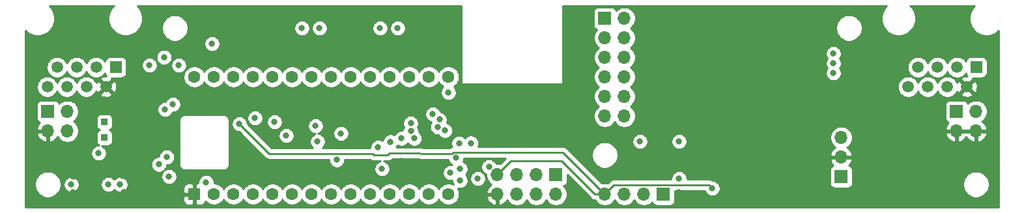
<source format=gbr>
G04 #@! TF.GenerationSoftware,KiCad,Pcbnew,(5.1.5)-3*
G04 #@! TF.CreationDate,2020-02-10T14:16:37+01:00*
G04 #@! TF.ProjectId,cmdr_mainboard,636d6472-5f6d-4616-996e-626f6172642e,rev?*
G04 #@! TF.SameCoordinates,Original*
G04 #@! TF.FileFunction,Copper,L3,Inr*
G04 #@! TF.FilePolarity,Positive*
%FSLAX46Y46*%
G04 Gerber Fmt 4.6, Leading zero omitted, Abs format (unit mm)*
G04 Created by KiCad (PCBNEW (5.1.5)-3) date 2020-02-10 14:16:37*
%MOMM*%
%LPD*%
G04 APERTURE LIST*
%ADD10C,1.500000*%
%ADD11R,1.500000X1.500000*%
%ADD12R,0.850000X0.850000*%
%ADD13C,1.600000*%
%ADD14R,1.600000X1.600000*%
%ADD15O,1.700000X1.700000*%
%ADD16R,1.700000X1.700000*%
%ADD17C,0.800000*%
%ADD18C,0.250000*%
%ADD19C,0.254000*%
G04 APERTURE END LIST*
D10*
X174050000Y-74930000D03*
X175320000Y-72390000D03*
X176590000Y-74930000D03*
X177860000Y-72390000D03*
X179130000Y-74930000D03*
X180400000Y-72390000D03*
X181670000Y-74930000D03*
D11*
X182940000Y-72390000D03*
D12*
X69596000Y-81534000D03*
X69596000Y-79502000D03*
D11*
X71060000Y-72390000D03*
D10*
X69790000Y-74930000D03*
X68520000Y-72390000D03*
X67250000Y-74930000D03*
X65980000Y-72390000D03*
X64710000Y-74930000D03*
X63440000Y-72390000D03*
X62170000Y-74930000D03*
D13*
X114300000Y-73660000D03*
X114300000Y-88900000D03*
X111760000Y-73660000D03*
X109220000Y-73660000D03*
X106680000Y-73660000D03*
X104140000Y-73660000D03*
X101600000Y-73660000D03*
X99060000Y-73660000D03*
X96520000Y-73660000D03*
X93980000Y-73660000D03*
X91440000Y-73660000D03*
X88900000Y-73660000D03*
X86360000Y-73660000D03*
X83820000Y-73660000D03*
X81280000Y-73660000D03*
X111760000Y-88900000D03*
X109220000Y-88900000D03*
X106680000Y-88900000D03*
X104140000Y-88900000D03*
X101600000Y-88900000D03*
X99060000Y-88900000D03*
X96520000Y-88900000D03*
X93980000Y-88900000D03*
X91440000Y-88900000D03*
X88900000Y-88900000D03*
X86360000Y-88900000D03*
X83820000Y-88900000D03*
D14*
X81280000Y-88900000D03*
D15*
X120650000Y-88900000D03*
X120650000Y-86360000D03*
X123190000Y-88900000D03*
X123190000Y-86360000D03*
X125730000Y-88900000D03*
X125730000Y-86360000D03*
X128270000Y-88900000D03*
D16*
X128270000Y-86360000D03*
D15*
X165354000Y-81534000D03*
X165354000Y-84074000D03*
D16*
X165354000Y-86614000D03*
D15*
X182880000Y-80680000D03*
X180340000Y-80680000D03*
X182880000Y-78140000D03*
D16*
X180340000Y-78140000D03*
D15*
X64770000Y-80680000D03*
X62230000Y-80680000D03*
X64770000Y-78140000D03*
D16*
X62230000Y-78140000D03*
D15*
X134620000Y-88900000D03*
X137160000Y-88900000D03*
X139700000Y-88900000D03*
D16*
X142240000Y-88900000D03*
D15*
X137160000Y-78740000D03*
X134620000Y-78740000D03*
X137160000Y-76200000D03*
X134620000Y-76200000D03*
X137160000Y-73660000D03*
X134620000Y-73660000D03*
X137160000Y-71120000D03*
X134620000Y-71120000D03*
X137160000Y-68580000D03*
X134620000Y-68580000D03*
X137160000Y-66040000D03*
D16*
X134620000Y-66040000D03*
D17*
X105664000Y-85598000D03*
X82804000Y-87339010D03*
X83566000Y-69342000D03*
X114300000Y-75692000D03*
X99785000Y-84436999D03*
X119560001Y-85344000D03*
X115824012Y-87122000D03*
X105155994Y-82804000D03*
X71628000Y-87630000D03*
X77470000Y-77882116D03*
X76667540Y-85020390D03*
X65278000Y-87630000D03*
X78486000Y-77216004D03*
X77687010Y-84074000D03*
X72136000Y-88646000D03*
X65532000Y-88646000D03*
X65532000Y-86614000D03*
X71933841Y-86552840D03*
X92456000Y-76962000D03*
X89154000Y-87122000D03*
X95250000Y-87122000D03*
X138684000Y-83820000D03*
X144272000Y-88646000D03*
X154686000Y-88392000D03*
X162814000Y-88392000D03*
X162814000Y-80772000D03*
X154686000Y-81788000D03*
X149098000Y-81788000D03*
X172212000Y-88392000D03*
X179578000Y-88392000D03*
X179578000Y-83820000D03*
X172212000Y-83820000D03*
X172212000Y-78994000D03*
X166624000Y-76200000D03*
X91186000Y-82296000D03*
X76073000Y-77089000D03*
X60452000Y-84836000D03*
X61468000Y-70866000D03*
X108204000Y-84582000D03*
X95758000Y-81280000D03*
X102870000Y-86106000D03*
X100584000Y-76454000D03*
X73152000Y-84836000D03*
X67564000Y-80264000D03*
X170053000Y-73152000D03*
X170053004Y-71882000D03*
X170053000Y-70612002D03*
X75311000Y-75184000D03*
X75311000Y-74167996D03*
X93218000Y-81279996D03*
X117206461Y-82245109D03*
X109410463Y-80670288D03*
X91694000Y-79502000D03*
X115671663Y-82278989D03*
X109402610Y-79670307D03*
X97536000Y-67310000D03*
X112915119Y-80157392D03*
X139192000Y-82042000D03*
X144272000Y-82042000D03*
X89154000Y-78994000D03*
X105410000Y-67310000D03*
X113137442Y-79182407D03*
X107696000Y-67310000D03*
X112268000Y-78486000D03*
X118110000Y-86868000D03*
X144272000Y-86868000D03*
X95250000Y-67310000D03*
X113842732Y-80619032D03*
X97282000Y-82042000D03*
X108202713Y-81628979D03*
X115824000Y-85598002D03*
X97028000Y-80010000D03*
X115266182Y-84179011D03*
X109841109Y-81637789D03*
X106760812Y-82078990D03*
X114554000Y-86106000D03*
X100330000Y-80989010D03*
X148590000Y-88138000D03*
X87122000Y-79756000D03*
X77978000Y-86614000D03*
X70104000Y-87630000D03*
X164338000Y-71882000D03*
X68834000Y-83566000D03*
X164338000Y-73152000D03*
X164338000Y-70612000D03*
X79248000Y-72136000D03*
X75438000Y-72136000D03*
X77343000Y-71083000D03*
D18*
X148190001Y-87738001D02*
X148590000Y-88138000D01*
X148176999Y-87724999D02*
X148190001Y-87738001D01*
X135795001Y-87724999D02*
X148176999Y-87724999D01*
X134620000Y-88900000D02*
X135795001Y-87724999D01*
X133350000Y-88900000D02*
X134620000Y-88900000D01*
X129032000Y-84582000D02*
X133350000Y-88900000D01*
X120650000Y-86360000D02*
X122428000Y-84582000D01*
X122428000Y-84582000D02*
X129032000Y-84582000D01*
X129174010Y-83454010D02*
X134620000Y-88900000D01*
X114918181Y-83454010D02*
X129174010Y-83454010D01*
X106680000Y-83566000D02*
X114770406Y-83601785D01*
X87122000Y-79756000D02*
X90967785Y-83601785D01*
X90967785Y-83601785D02*
X104429785Y-83601785D01*
X104648000Y-83820000D02*
X106426000Y-83820000D01*
X114770406Y-83601785D02*
X114918181Y-83454010D01*
X106426000Y-83820000D02*
X106680000Y-83566000D01*
X104429785Y-83601785D02*
X104648000Y-83820000D01*
D19*
G36*
X70593962Y-64615271D02*
G01*
X70349369Y-64981331D01*
X70180890Y-65388075D01*
X70095000Y-65819872D01*
X70095000Y-66260128D01*
X70180890Y-66691925D01*
X70349369Y-67098669D01*
X70593962Y-67464729D01*
X70905271Y-67776038D01*
X71271331Y-68020631D01*
X71678075Y-68189110D01*
X72109872Y-68275000D01*
X72550128Y-68275000D01*
X72981925Y-68189110D01*
X73388669Y-68020631D01*
X73754729Y-67776038D01*
X74066038Y-67464729D01*
X74283604Y-67139117D01*
X77005000Y-67139117D01*
X77005000Y-67480883D01*
X77071675Y-67816081D01*
X77202463Y-68131831D01*
X77392337Y-68415998D01*
X77634002Y-68657663D01*
X77918169Y-68847537D01*
X78233919Y-68978325D01*
X78569117Y-69045000D01*
X78910883Y-69045000D01*
X79246081Y-68978325D01*
X79561831Y-68847537D01*
X79845998Y-68657663D01*
X80087663Y-68415998D01*
X80277537Y-68131831D01*
X80408325Y-67816081D01*
X80475000Y-67480883D01*
X80475000Y-67208061D01*
X94215000Y-67208061D01*
X94215000Y-67411939D01*
X94254774Y-67611898D01*
X94332795Y-67800256D01*
X94446063Y-67969774D01*
X94590226Y-68113937D01*
X94759744Y-68227205D01*
X94948102Y-68305226D01*
X95148061Y-68345000D01*
X95351939Y-68345000D01*
X95551898Y-68305226D01*
X95740256Y-68227205D01*
X95909774Y-68113937D01*
X96053937Y-67969774D01*
X96167205Y-67800256D01*
X96245226Y-67611898D01*
X96285000Y-67411939D01*
X96285000Y-67208061D01*
X96501000Y-67208061D01*
X96501000Y-67411939D01*
X96540774Y-67611898D01*
X96618795Y-67800256D01*
X96732063Y-67969774D01*
X96876226Y-68113937D01*
X97045744Y-68227205D01*
X97234102Y-68305226D01*
X97434061Y-68345000D01*
X97637939Y-68345000D01*
X97837898Y-68305226D01*
X98026256Y-68227205D01*
X98195774Y-68113937D01*
X98339937Y-67969774D01*
X98453205Y-67800256D01*
X98531226Y-67611898D01*
X98571000Y-67411939D01*
X98571000Y-67208061D01*
X104375000Y-67208061D01*
X104375000Y-67411939D01*
X104414774Y-67611898D01*
X104492795Y-67800256D01*
X104606063Y-67969774D01*
X104750226Y-68113937D01*
X104919744Y-68227205D01*
X105108102Y-68305226D01*
X105308061Y-68345000D01*
X105511939Y-68345000D01*
X105711898Y-68305226D01*
X105900256Y-68227205D01*
X106069774Y-68113937D01*
X106213937Y-67969774D01*
X106327205Y-67800256D01*
X106405226Y-67611898D01*
X106445000Y-67411939D01*
X106445000Y-67208061D01*
X106661000Y-67208061D01*
X106661000Y-67411939D01*
X106700774Y-67611898D01*
X106778795Y-67800256D01*
X106892063Y-67969774D01*
X107036226Y-68113937D01*
X107205744Y-68227205D01*
X107394102Y-68305226D01*
X107594061Y-68345000D01*
X107797939Y-68345000D01*
X107997898Y-68305226D01*
X108186256Y-68227205D01*
X108355774Y-68113937D01*
X108499937Y-67969774D01*
X108613205Y-67800256D01*
X108691226Y-67611898D01*
X108731000Y-67411939D01*
X108731000Y-67208061D01*
X108691226Y-67008102D01*
X108613205Y-66819744D01*
X108499937Y-66650226D01*
X108355774Y-66506063D01*
X108186256Y-66392795D01*
X107997898Y-66314774D01*
X107797939Y-66275000D01*
X107594061Y-66275000D01*
X107394102Y-66314774D01*
X107205744Y-66392795D01*
X107036226Y-66506063D01*
X106892063Y-66650226D01*
X106778795Y-66819744D01*
X106700774Y-67008102D01*
X106661000Y-67208061D01*
X106445000Y-67208061D01*
X106405226Y-67008102D01*
X106327205Y-66819744D01*
X106213937Y-66650226D01*
X106069774Y-66506063D01*
X105900256Y-66392795D01*
X105711898Y-66314774D01*
X105511939Y-66275000D01*
X105308061Y-66275000D01*
X105108102Y-66314774D01*
X104919744Y-66392795D01*
X104750226Y-66506063D01*
X104606063Y-66650226D01*
X104492795Y-66819744D01*
X104414774Y-67008102D01*
X104375000Y-67208061D01*
X98571000Y-67208061D01*
X98531226Y-67008102D01*
X98453205Y-66819744D01*
X98339937Y-66650226D01*
X98195774Y-66506063D01*
X98026256Y-66392795D01*
X97837898Y-66314774D01*
X97637939Y-66275000D01*
X97434061Y-66275000D01*
X97234102Y-66314774D01*
X97045744Y-66392795D01*
X96876226Y-66506063D01*
X96732063Y-66650226D01*
X96618795Y-66819744D01*
X96540774Y-67008102D01*
X96501000Y-67208061D01*
X96285000Y-67208061D01*
X96245226Y-67008102D01*
X96167205Y-66819744D01*
X96053937Y-66650226D01*
X95909774Y-66506063D01*
X95740256Y-66392795D01*
X95551898Y-66314774D01*
X95351939Y-66275000D01*
X95148061Y-66275000D01*
X94948102Y-66314774D01*
X94759744Y-66392795D01*
X94590226Y-66506063D01*
X94446063Y-66650226D01*
X94332795Y-66819744D01*
X94254774Y-67008102D01*
X94215000Y-67208061D01*
X80475000Y-67208061D01*
X80475000Y-67139117D01*
X80408325Y-66803919D01*
X80277537Y-66488169D01*
X80087663Y-66204002D01*
X79845998Y-65962337D01*
X79561831Y-65772463D01*
X79246081Y-65641675D01*
X78910883Y-65575000D01*
X78569117Y-65575000D01*
X78233919Y-65641675D01*
X77918169Y-65772463D01*
X77634002Y-65962337D01*
X77392337Y-66204002D01*
X77202463Y-66488169D01*
X77071675Y-66803919D01*
X77005000Y-67139117D01*
X74283604Y-67139117D01*
X74310631Y-67098669D01*
X74479110Y-66691925D01*
X74565000Y-66260128D01*
X74565000Y-65819872D01*
X74479110Y-65388075D01*
X74310631Y-64981331D01*
X74066038Y-64615271D01*
X73839767Y-64389000D01*
X115951000Y-64389000D01*
X115951000Y-74422000D01*
X115953440Y-74446776D01*
X115960667Y-74470601D01*
X115972403Y-74492557D01*
X115988197Y-74511803D01*
X116007443Y-74527597D01*
X116029399Y-74539333D01*
X116053224Y-74546560D01*
X116078000Y-74549000D01*
X129032000Y-74549000D01*
X129056776Y-74546560D01*
X129080601Y-74539333D01*
X129102557Y-74527597D01*
X129121803Y-74511803D01*
X129137597Y-74492557D01*
X129149333Y-74470601D01*
X129156560Y-74446776D01*
X129159000Y-74422000D01*
X129159000Y-65190000D01*
X133131928Y-65190000D01*
X133131928Y-66890000D01*
X133144188Y-67014482D01*
X133180498Y-67134180D01*
X133239463Y-67244494D01*
X133318815Y-67341185D01*
X133415506Y-67420537D01*
X133525820Y-67479502D01*
X133598380Y-67501513D01*
X133466525Y-67633368D01*
X133304010Y-67876589D01*
X133192068Y-68146842D01*
X133135000Y-68433740D01*
X133135000Y-68726260D01*
X133192068Y-69013158D01*
X133304010Y-69283411D01*
X133466525Y-69526632D01*
X133673368Y-69733475D01*
X133847760Y-69850000D01*
X133673368Y-69966525D01*
X133466525Y-70173368D01*
X133304010Y-70416589D01*
X133192068Y-70686842D01*
X133135000Y-70973740D01*
X133135000Y-71266260D01*
X133192068Y-71553158D01*
X133304010Y-71823411D01*
X133466525Y-72066632D01*
X133673368Y-72273475D01*
X133847760Y-72390000D01*
X133673368Y-72506525D01*
X133466525Y-72713368D01*
X133304010Y-72956589D01*
X133192068Y-73226842D01*
X133135000Y-73513740D01*
X133135000Y-73806260D01*
X133192068Y-74093158D01*
X133304010Y-74363411D01*
X133466525Y-74606632D01*
X133673368Y-74813475D01*
X133847760Y-74930000D01*
X133673368Y-75046525D01*
X133466525Y-75253368D01*
X133304010Y-75496589D01*
X133192068Y-75766842D01*
X133135000Y-76053740D01*
X133135000Y-76346260D01*
X133192068Y-76633158D01*
X133304010Y-76903411D01*
X133466525Y-77146632D01*
X133673368Y-77353475D01*
X133847760Y-77470000D01*
X133673368Y-77586525D01*
X133466525Y-77793368D01*
X133304010Y-78036589D01*
X133192068Y-78306842D01*
X133135000Y-78593740D01*
X133135000Y-78886260D01*
X133192068Y-79173158D01*
X133304010Y-79443411D01*
X133466525Y-79686632D01*
X133673368Y-79893475D01*
X133916589Y-80055990D01*
X134186842Y-80167932D01*
X134473740Y-80225000D01*
X134766260Y-80225000D01*
X135053158Y-80167932D01*
X135323411Y-80055990D01*
X135566632Y-79893475D01*
X135773475Y-79686632D01*
X135890000Y-79512240D01*
X136006525Y-79686632D01*
X136213368Y-79893475D01*
X136456589Y-80055990D01*
X136726842Y-80167932D01*
X137013740Y-80225000D01*
X137306260Y-80225000D01*
X137593158Y-80167932D01*
X137863411Y-80055990D01*
X138106632Y-79893475D01*
X138313475Y-79686632D01*
X138475990Y-79443411D01*
X138587932Y-79173158D01*
X138645000Y-78886260D01*
X138645000Y-78593740D01*
X138587932Y-78306842D01*
X138475990Y-78036589D01*
X138313475Y-77793368D01*
X138106632Y-77586525D01*
X137932240Y-77470000D01*
X138106632Y-77353475D01*
X138170107Y-77290000D01*
X178851928Y-77290000D01*
X178851928Y-78990000D01*
X178864188Y-79114482D01*
X178900498Y-79234180D01*
X178959463Y-79344494D01*
X179038815Y-79441185D01*
X179135506Y-79520537D01*
X179245820Y-79579502D01*
X179326466Y-79603966D01*
X179242412Y-79679731D01*
X179068359Y-79913080D01*
X178943175Y-80175901D01*
X178898524Y-80323110D01*
X179019845Y-80553000D01*
X180213000Y-80553000D01*
X180213000Y-80533000D01*
X180467000Y-80533000D01*
X180467000Y-80553000D01*
X182753000Y-80553000D01*
X182753000Y-80533000D01*
X183007000Y-80533000D01*
X183007000Y-80553000D01*
X184200155Y-80553000D01*
X184321476Y-80323110D01*
X184276825Y-80175901D01*
X184151641Y-79913080D01*
X183977588Y-79679731D01*
X183761355Y-79484822D01*
X183644466Y-79415195D01*
X183826632Y-79293475D01*
X184033475Y-79086632D01*
X184195990Y-78843411D01*
X184307932Y-78573158D01*
X184365000Y-78286260D01*
X184365000Y-77993740D01*
X184307932Y-77706842D01*
X184195990Y-77436589D01*
X184033475Y-77193368D01*
X183826632Y-76986525D01*
X183583411Y-76824010D01*
X183313158Y-76712068D01*
X183026260Y-76655000D01*
X182733740Y-76655000D01*
X182446842Y-76712068D01*
X182176589Y-76824010D01*
X181933368Y-76986525D01*
X181801513Y-77118380D01*
X181779502Y-77045820D01*
X181720537Y-76935506D01*
X181641185Y-76838815D01*
X181544494Y-76759463D01*
X181434180Y-76700498D01*
X181314482Y-76664188D01*
X181190000Y-76651928D01*
X179490000Y-76651928D01*
X179365518Y-76664188D01*
X179245820Y-76700498D01*
X179135506Y-76759463D01*
X179038815Y-76838815D01*
X178959463Y-76935506D01*
X178900498Y-77045820D01*
X178864188Y-77165518D01*
X178851928Y-77290000D01*
X138170107Y-77290000D01*
X138313475Y-77146632D01*
X138475990Y-76903411D01*
X138587932Y-76633158D01*
X138645000Y-76346260D01*
X138645000Y-76053740D01*
X138587932Y-75766842D01*
X138475990Y-75496589D01*
X138313475Y-75253368D01*
X138106632Y-75046525D01*
X137932240Y-74930000D01*
X138106632Y-74813475D01*
X138126518Y-74793589D01*
X172665000Y-74793589D01*
X172665000Y-75066411D01*
X172718225Y-75333989D01*
X172822629Y-75586043D01*
X172974201Y-75812886D01*
X173167114Y-76005799D01*
X173393957Y-76157371D01*
X173646011Y-76261775D01*
X173913589Y-76315000D01*
X174186411Y-76315000D01*
X174453989Y-76261775D01*
X174706043Y-76157371D01*
X174932886Y-76005799D01*
X175125799Y-75812886D01*
X175277371Y-75586043D01*
X175320000Y-75483127D01*
X175362629Y-75586043D01*
X175514201Y-75812886D01*
X175707114Y-76005799D01*
X175933957Y-76157371D01*
X176186011Y-76261775D01*
X176453589Y-76315000D01*
X176726411Y-76315000D01*
X176993989Y-76261775D01*
X177246043Y-76157371D01*
X177472886Y-76005799D01*
X177665799Y-75812886D01*
X177817371Y-75586043D01*
X177860000Y-75483127D01*
X177902629Y-75586043D01*
X178054201Y-75812886D01*
X178247114Y-76005799D01*
X178473957Y-76157371D01*
X178726011Y-76261775D01*
X178993589Y-76315000D01*
X179266411Y-76315000D01*
X179533989Y-76261775D01*
X179786043Y-76157371D01*
X180012886Y-76005799D01*
X180131692Y-75886993D01*
X180892612Y-75886993D01*
X180958137Y-76125860D01*
X181205116Y-76241760D01*
X181469960Y-76307250D01*
X181742492Y-76319812D01*
X182012238Y-76278965D01*
X182268832Y-76186277D01*
X182381863Y-76125860D01*
X182447388Y-75886993D01*
X181670000Y-75109605D01*
X180892612Y-75886993D01*
X180131692Y-75886993D01*
X180205799Y-75812886D01*
X180357371Y-75586043D01*
X180398511Y-75486721D01*
X180413723Y-75528832D01*
X180474140Y-75641863D01*
X180713007Y-75707388D01*
X181490395Y-74930000D01*
X181849605Y-74930000D01*
X182626993Y-75707388D01*
X182865860Y-75641863D01*
X182981760Y-75394884D01*
X183047250Y-75130040D01*
X183059812Y-74857508D01*
X183018965Y-74587762D01*
X182926277Y-74331168D01*
X182865860Y-74218137D01*
X182626993Y-74152612D01*
X181849605Y-74930000D01*
X181490395Y-74930000D01*
X180713007Y-74152612D01*
X180474140Y-74218137D01*
X180399836Y-74376477D01*
X180357371Y-74273957D01*
X180205799Y-74047114D01*
X180012886Y-73854201D01*
X179786043Y-73702629D01*
X179533989Y-73598225D01*
X179266411Y-73545000D01*
X178993589Y-73545000D01*
X178726011Y-73598225D01*
X178473957Y-73702629D01*
X178247114Y-73854201D01*
X178054201Y-74047114D01*
X177902629Y-74273957D01*
X177860000Y-74376873D01*
X177817371Y-74273957D01*
X177665799Y-74047114D01*
X177472886Y-73854201D01*
X177246043Y-73702629D01*
X176993989Y-73598225D01*
X176726411Y-73545000D01*
X176453589Y-73545000D01*
X176186011Y-73598225D01*
X175933957Y-73702629D01*
X175707114Y-73854201D01*
X175514201Y-74047114D01*
X175362629Y-74273957D01*
X175320000Y-74376873D01*
X175277371Y-74273957D01*
X175125799Y-74047114D01*
X174932886Y-73854201D01*
X174706043Y-73702629D01*
X174453989Y-73598225D01*
X174186411Y-73545000D01*
X173913589Y-73545000D01*
X173646011Y-73598225D01*
X173393957Y-73702629D01*
X173167114Y-73854201D01*
X172974201Y-74047114D01*
X172822629Y-74273957D01*
X172718225Y-74526011D01*
X172665000Y-74793589D01*
X138126518Y-74793589D01*
X138313475Y-74606632D01*
X138475990Y-74363411D01*
X138587932Y-74093158D01*
X138645000Y-73806260D01*
X138645000Y-73513740D01*
X138587932Y-73226842D01*
X138475990Y-72956589D01*
X138313475Y-72713368D01*
X138106632Y-72506525D01*
X137932240Y-72390000D01*
X138106632Y-72273475D01*
X138313475Y-72066632D01*
X138475990Y-71823411D01*
X138587932Y-71553158D01*
X138645000Y-71266260D01*
X138645000Y-70973740D01*
X138587932Y-70686842D01*
X138514708Y-70510061D01*
X163303000Y-70510061D01*
X163303000Y-70713939D01*
X163342774Y-70913898D01*
X163420795Y-71102256D01*
X163517510Y-71247000D01*
X163420795Y-71391744D01*
X163342774Y-71580102D01*
X163303000Y-71780061D01*
X163303000Y-71983939D01*
X163342774Y-72183898D01*
X163420795Y-72372256D01*
X163517510Y-72517000D01*
X163420795Y-72661744D01*
X163342774Y-72850102D01*
X163303000Y-73050061D01*
X163303000Y-73253939D01*
X163342774Y-73453898D01*
X163420795Y-73642256D01*
X163534063Y-73811774D01*
X163678226Y-73955937D01*
X163847744Y-74069205D01*
X164036102Y-74147226D01*
X164236061Y-74187000D01*
X164439939Y-74187000D01*
X164639898Y-74147226D01*
X164828256Y-74069205D01*
X164997774Y-73955937D01*
X165141937Y-73811774D01*
X165255205Y-73642256D01*
X165333226Y-73453898D01*
X165373000Y-73253939D01*
X165373000Y-73050061D01*
X165333226Y-72850102D01*
X165255205Y-72661744D01*
X165158490Y-72517000D01*
X165255205Y-72372256D01*
X165304358Y-72253589D01*
X173935000Y-72253589D01*
X173935000Y-72526411D01*
X173988225Y-72793989D01*
X174092629Y-73046043D01*
X174244201Y-73272886D01*
X174437114Y-73465799D01*
X174663957Y-73617371D01*
X174916011Y-73721775D01*
X175183589Y-73775000D01*
X175456411Y-73775000D01*
X175723989Y-73721775D01*
X175976043Y-73617371D01*
X176202886Y-73465799D01*
X176395799Y-73272886D01*
X176547371Y-73046043D01*
X176590000Y-72943127D01*
X176632629Y-73046043D01*
X176784201Y-73272886D01*
X176977114Y-73465799D01*
X177203957Y-73617371D01*
X177456011Y-73721775D01*
X177723589Y-73775000D01*
X177996411Y-73775000D01*
X178263989Y-73721775D01*
X178516043Y-73617371D01*
X178742886Y-73465799D01*
X178935799Y-73272886D01*
X179087371Y-73046043D01*
X179130000Y-72943127D01*
X179172629Y-73046043D01*
X179324201Y-73272886D01*
X179517114Y-73465799D01*
X179743957Y-73617371D01*
X179996011Y-73721775D01*
X180263589Y-73775000D01*
X180536411Y-73775000D01*
X180803989Y-73721775D01*
X181056043Y-73617371D01*
X181282886Y-73465799D01*
X181475799Y-73272886D01*
X181553555Y-73156517D01*
X181564188Y-73264482D01*
X181600498Y-73384180D01*
X181659463Y-73494494D01*
X181700873Y-73544952D01*
X181597508Y-73540188D01*
X181327762Y-73581035D01*
X181071168Y-73673723D01*
X180958137Y-73734140D01*
X180892612Y-73973007D01*
X181670000Y-74750395D01*
X182447388Y-73973007D01*
X182393914Y-73778072D01*
X183690000Y-73778072D01*
X183814482Y-73765812D01*
X183934180Y-73729502D01*
X184044494Y-73670537D01*
X184141185Y-73591185D01*
X184220537Y-73494494D01*
X184279502Y-73384180D01*
X184315812Y-73264482D01*
X184328072Y-73140000D01*
X184328072Y-71640000D01*
X184315812Y-71515518D01*
X184279502Y-71395820D01*
X184220537Y-71285506D01*
X184141185Y-71188815D01*
X184044494Y-71109463D01*
X183934180Y-71050498D01*
X183814482Y-71014188D01*
X183690000Y-71001928D01*
X182190000Y-71001928D01*
X182065518Y-71014188D01*
X181945820Y-71050498D01*
X181835506Y-71109463D01*
X181738815Y-71188815D01*
X181659463Y-71285506D01*
X181600498Y-71395820D01*
X181564188Y-71515518D01*
X181553555Y-71623483D01*
X181475799Y-71507114D01*
X181282886Y-71314201D01*
X181056043Y-71162629D01*
X180803989Y-71058225D01*
X180536411Y-71005000D01*
X180263589Y-71005000D01*
X179996011Y-71058225D01*
X179743957Y-71162629D01*
X179517114Y-71314201D01*
X179324201Y-71507114D01*
X179172629Y-71733957D01*
X179130000Y-71836873D01*
X179087371Y-71733957D01*
X178935799Y-71507114D01*
X178742886Y-71314201D01*
X178516043Y-71162629D01*
X178263989Y-71058225D01*
X177996411Y-71005000D01*
X177723589Y-71005000D01*
X177456011Y-71058225D01*
X177203957Y-71162629D01*
X176977114Y-71314201D01*
X176784201Y-71507114D01*
X176632629Y-71733957D01*
X176590000Y-71836873D01*
X176547371Y-71733957D01*
X176395799Y-71507114D01*
X176202886Y-71314201D01*
X175976043Y-71162629D01*
X175723989Y-71058225D01*
X175456411Y-71005000D01*
X175183589Y-71005000D01*
X174916011Y-71058225D01*
X174663957Y-71162629D01*
X174437114Y-71314201D01*
X174244201Y-71507114D01*
X174092629Y-71733957D01*
X173988225Y-71986011D01*
X173935000Y-72253589D01*
X165304358Y-72253589D01*
X165333226Y-72183898D01*
X165373000Y-71983939D01*
X165373000Y-71780061D01*
X165333226Y-71580102D01*
X165255205Y-71391744D01*
X165158490Y-71247000D01*
X165255205Y-71102256D01*
X165333226Y-70913898D01*
X165373000Y-70713939D01*
X165373000Y-70510061D01*
X165333226Y-70310102D01*
X165255205Y-70121744D01*
X165141937Y-69952226D01*
X164997774Y-69808063D01*
X164828256Y-69694795D01*
X164639898Y-69616774D01*
X164439939Y-69577000D01*
X164236061Y-69577000D01*
X164036102Y-69616774D01*
X163847744Y-69694795D01*
X163678226Y-69808063D01*
X163534063Y-69952226D01*
X163420795Y-70121744D01*
X163342774Y-70310102D01*
X163303000Y-70510061D01*
X138514708Y-70510061D01*
X138475990Y-70416589D01*
X138313475Y-70173368D01*
X138106632Y-69966525D01*
X137932240Y-69850000D01*
X138106632Y-69733475D01*
X138313475Y-69526632D01*
X138475990Y-69283411D01*
X138587932Y-69013158D01*
X138645000Y-68726260D01*
X138645000Y-68433740D01*
X138587932Y-68146842D01*
X138475990Y-67876589D01*
X138313475Y-67633368D01*
X138106632Y-67426525D01*
X137932240Y-67310000D01*
X138106632Y-67193475D01*
X138160990Y-67139117D01*
X164635000Y-67139117D01*
X164635000Y-67480883D01*
X164701675Y-67816081D01*
X164832463Y-68131831D01*
X165022337Y-68415998D01*
X165264002Y-68657663D01*
X165548169Y-68847537D01*
X165863919Y-68978325D01*
X166199117Y-69045000D01*
X166540883Y-69045000D01*
X166876081Y-68978325D01*
X167191831Y-68847537D01*
X167475998Y-68657663D01*
X167717663Y-68415998D01*
X167907537Y-68131831D01*
X168038325Y-67816081D01*
X168105000Y-67480883D01*
X168105000Y-67139117D01*
X168038325Y-66803919D01*
X167907537Y-66488169D01*
X167717663Y-66204002D01*
X167475998Y-65962337D01*
X167191831Y-65772463D01*
X166876081Y-65641675D01*
X166540883Y-65575000D01*
X166199117Y-65575000D01*
X165863919Y-65641675D01*
X165548169Y-65772463D01*
X165264002Y-65962337D01*
X165022337Y-66204002D01*
X164832463Y-66488169D01*
X164701675Y-66803919D01*
X164635000Y-67139117D01*
X138160990Y-67139117D01*
X138313475Y-66986632D01*
X138475990Y-66743411D01*
X138587932Y-66473158D01*
X138645000Y-66186260D01*
X138645000Y-65893740D01*
X138587932Y-65606842D01*
X138475990Y-65336589D01*
X138313475Y-65093368D01*
X138106632Y-64886525D01*
X137863411Y-64724010D01*
X137593158Y-64612068D01*
X137306260Y-64555000D01*
X137013740Y-64555000D01*
X136726842Y-64612068D01*
X136456589Y-64724010D01*
X136213368Y-64886525D01*
X136081513Y-65018380D01*
X136059502Y-64945820D01*
X136000537Y-64835506D01*
X135921185Y-64738815D01*
X135824494Y-64659463D01*
X135714180Y-64600498D01*
X135594482Y-64564188D01*
X135470000Y-64551928D01*
X133770000Y-64551928D01*
X133645518Y-64564188D01*
X133525820Y-64600498D01*
X133415506Y-64659463D01*
X133318815Y-64738815D01*
X133239463Y-64835506D01*
X133180498Y-64945820D01*
X133144188Y-65065518D01*
X133131928Y-65190000D01*
X129159000Y-65190000D01*
X129159000Y-64389000D01*
X171270233Y-64389000D01*
X171043962Y-64615271D01*
X170799369Y-64981331D01*
X170630890Y-65388075D01*
X170545000Y-65819872D01*
X170545000Y-66260128D01*
X170630890Y-66691925D01*
X170799369Y-67098669D01*
X171043962Y-67464729D01*
X171355271Y-67776038D01*
X171721331Y-68020631D01*
X172128075Y-68189110D01*
X172559872Y-68275000D01*
X173000128Y-68275000D01*
X173431925Y-68189110D01*
X173838669Y-68020631D01*
X174204729Y-67776038D01*
X174516038Y-67464729D01*
X174760631Y-67098669D01*
X174929110Y-66691925D01*
X175015000Y-66260128D01*
X175015000Y-65819872D01*
X174929110Y-65388075D01*
X174760631Y-64981331D01*
X174516038Y-64615271D01*
X174289767Y-64389000D01*
X182700233Y-64389000D01*
X182473962Y-64615271D01*
X182229369Y-64981331D01*
X182060890Y-65388075D01*
X181975000Y-65819872D01*
X181975000Y-66260128D01*
X182060890Y-66691925D01*
X182229369Y-67098669D01*
X182473962Y-67464729D01*
X182785271Y-67776038D01*
X183151331Y-68020631D01*
X183558075Y-68189110D01*
X183989872Y-68275000D01*
X184430128Y-68275000D01*
X184861925Y-68189110D01*
X185268669Y-68020631D01*
X185634729Y-67776038D01*
X185801000Y-67609767D01*
X185801000Y-90551000D01*
X59309000Y-90551000D01*
X59309000Y-89700000D01*
X79841928Y-89700000D01*
X79854188Y-89824482D01*
X79890498Y-89944180D01*
X79949463Y-90054494D01*
X80028815Y-90151185D01*
X80125506Y-90230537D01*
X80235820Y-90289502D01*
X80355518Y-90325812D01*
X80480000Y-90338072D01*
X80994250Y-90335000D01*
X81153000Y-90176250D01*
X81153000Y-89027000D01*
X80003750Y-89027000D01*
X79845000Y-89185750D01*
X79841928Y-89700000D01*
X59309000Y-89700000D01*
X59309000Y-87459117D01*
X60495000Y-87459117D01*
X60495000Y-87800883D01*
X60561675Y-88136081D01*
X60692463Y-88451831D01*
X60882337Y-88735998D01*
X61124002Y-88977663D01*
X61408169Y-89167537D01*
X61723919Y-89298325D01*
X62059117Y-89365000D01*
X62400883Y-89365000D01*
X62736081Y-89298325D01*
X63051831Y-89167537D01*
X63335998Y-88977663D01*
X63577663Y-88735998D01*
X63767537Y-88451831D01*
X63898325Y-88136081D01*
X63965000Y-87800883D01*
X63965000Y-87528061D01*
X64243000Y-87528061D01*
X64243000Y-87731939D01*
X64282774Y-87931898D01*
X64360795Y-88120256D01*
X64474063Y-88289774D01*
X64618226Y-88433937D01*
X64787744Y-88547205D01*
X64976102Y-88625226D01*
X65176061Y-88665000D01*
X65379939Y-88665000D01*
X65579898Y-88625226D01*
X65768256Y-88547205D01*
X65937774Y-88433937D01*
X66081937Y-88289774D01*
X66195205Y-88120256D01*
X66273226Y-87931898D01*
X66313000Y-87731939D01*
X66313000Y-87528061D01*
X69069000Y-87528061D01*
X69069000Y-87731939D01*
X69108774Y-87931898D01*
X69186795Y-88120256D01*
X69300063Y-88289774D01*
X69444226Y-88433937D01*
X69613744Y-88547205D01*
X69802102Y-88625226D01*
X70002061Y-88665000D01*
X70205939Y-88665000D01*
X70405898Y-88625226D01*
X70594256Y-88547205D01*
X70763774Y-88433937D01*
X70866000Y-88331711D01*
X70968226Y-88433937D01*
X71137744Y-88547205D01*
X71326102Y-88625226D01*
X71526061Y-88665000D01*
X71729939Y-88665000D01*
X71929898Y-88625226D01*
X72118256Y-88547205D01*
X72287774Y-88433937D01*
X72431937Y-88289774D01*
X72545205Y-88120256D01*
X72553595Y-88100000D01*
X79841928Y-88100000D01*
X79845000Y-88614250D01*
X80003750Y-88773000D01*
X81153000Y-88773000D01*
X81153000Y-87623750D01*
X81407000Y-87623750D01*
X81407000Y-88773000D01*
X81427000Y-88773000D01*
X81427000Y-89027000D01*
X81407000Y-89027000D01*
X81407000Y-90176250D01*
X81565750Y-90335000D01*
X82080000Y-90338072D01*
X82204482Y-90325812D01*
X82324180Y-90289502D01*
X82434494Y-90230537D01*
X82531185Y-90151185D01*
X82610537Y-90054494D01*
X82669502Y-89944180D01*
X82705812Y-89824482D01*
X82706643Y-89816039D01*
X82905241Y-90014637D01*
X83140273Y-90171680D01*
X83401426Y-90279853D01*
X83678665Y-90335000D01*
X83961335Y-90335000D01*
X84238574Y-90279853D01*
X84499727Y-90171680D01*
X84734759Y-90014637D01*
X84934637Y-89814759D01*
X85090000Y-89582241D01*
X85245363Y-89814759D01*
X85445241Y-90014637D01*
X85680273Y-90171680D01*
X85941426Y-90279853D01*
X86218665Y-90335000D01*
X86501335Y-90335000D01*
X86778574Y-90279853D01*
X87039727Y-90171680D01*
X87274759Y-90014637D01*
X87474637Y-89814759D01*
X87630000Y-89582241D01*
X87785363Y-89814759D01*
X87985241Y-90014637D01*
X88220273Y-90171680D01*
X88481426Y-90279853D01*
X88758665Y-90335000D01*
X89041335Y-90335000D01*
X89318574Y-90279853D01*
X89579727Y-90171680D01*
X89814759Y-90014637D01*
X90014637Y-89814759D01*
X90170000Y-89582241D01*
X90325363Y-89814759D01*
X90525241Y-90014637D01*
X90760273Y-90171680D01*
X91021426Y-90279853D01*
X91298665Y-90335000D01*
X91581335Y-90335000D01*
X91858574Y-90279853D01*
X92119727Y-90171680D01*
X92354759Y-90014637D01*
X92554637Y-89814759D01*
X92710000Y-89582241D01*
X92865363Y-89814759D01*
X93065241Y-90014637D01*
X93300273Y-90171680D01*
X93561426Y-90279853D01*
X93838665Y-90335000D01*
X94121335Y-90335000D01*
X94398574Y-90279853D01*
X94659727Y-90171680D01*
X94894759Y-90014637D01*
X95094637Y-89814759D01*
X95250000Y-89582241D01*
X95405363Y-89814759D01*
X95605241Y-90014637D01*
X95840273Y-90171680D01*
X96101426Y-90279853D01*
X96378665Y-90335000D01*
X96661335Y-90335000D01*
X96938574Y-90279853D01*
X97199727Y-90171680D01*
X97434759Y-90014637D01*
X97634637Y-89814759D01*
X97790000Y-89582241D01*
X97945363Y-89814759D01*
X98145241Y-90014637D01*
X98380273Y-90171680D01*
X98641426Y-90279853D01*
X98918665Y-90335000D01*
X99201335Y-90335000D01*
X99478574Y-90279853D01*
X99739727Y-90171680D01*
X99974759Y-90014637D01*
X100174637Y-89814759D01*
X100330000Y-89582241D01*
X100485363Y-89814759D01*
X100685241Y-90014637D01*
X100920273Y-90171680D01*
X101181426Y-90279853D01*
X101458665Y-90335000D01*
X101741335Y-90335000D01*
X102018574Y-90279853D01*
X102279727Y-90171680D01*
X102514759Y-90014637D01*
X102714637Y-89814759D01*
X102870000Y-89582241D01*
X103025363Y-89814759D01*
X103225241Y-90014637D01*
X103460273Y-90171680D01*
X103721426Y-90279853D01*
X103998665Y-90335000D01*
X104281335Y-90335000D01*
X104558574Y-90279853D01*
X104819727Y-90171680D01*
X105054759Y-90014637D01*
X105254637Y-89814759D01*
X105410000Y-89582241D01*
X105565363Y-89814759D01*
X105765241Y-90014637D01*
X106000273Y-90171680D01*
X106261426Y-90279853D01*
X106538665Y-90335000D01*
X106821335Y-90335000D01*
X107098574Y-90279853D01*
X107359727Y-90171680D01*
X107594759Y-90014637D01*
X107794637Y-89814759D01*
X107950000Y-89582241D01*
X108105363Y-89814759D01*
X108305241Y-90014637D01*
X108540273Y-90171680D01*
X108801426Y-90279853D01*
X109078665Y-90335000D01*
X109361335Y-90335000D01*
X109638574Y-90279853D01*
X109899727Y-90171680D01*
X110134759Y-90014637D01*
X110334637Y-89814759D01*
X110490000Y-89582241D01*
X110645363Y-89814759D01*
X110845241Y-90014637D01*
X111080273Y-90171680D01*
X111341426Y-90279853D01*
X111618665Y-90335000D01*
X111901335Y-90335000D01*
X112178574Y-90279853D01*
X112439727Y-90171680D01*
X112674759Y-90014637D01*
X112874637Y-89814759D01*
X113030000Y-89582241D01*
X113185363Y-89814759D01*
X113385241Y-90014637D01*
X113620273Y-90171680D01*
X113881426Y-90279853D01*
X114158665Y-90335000D01*
X114441335Y-90335000D01*
X114718574Y-90279853D01*
X114979727Y-90171680D01*
X115214759Y-90014637D01*
X115414637Y-89814759D01*
X115571680Y-89579727D01*
X115679853Y-89318574D01*
X115692122Y-89256891D01*
X119208519Y-89256891D01*
X119305843Y-89531252D01*
X119454822Y-89781355D01*
X119649731Y-89997588D01*
X119883080Y-90171641D01*
X120145901Y-90296825D01*
X120293110Y-90341476D01*
X120523000Y-90220155D01*
X120523000Y-89027000D01*
X119329186Y-89027000D01*
X119208519Y-89256891D01*
X115692122Y-89256891D01*
X115735000Y-89041335D01*
X115735000Y-88758665D01*
X115679853Y-88481426D01*
X115571680Y-88220273D01*
X115495445Y-88106179D01*
X115522114Y-88117226D01*
X115722073Y-88157000D01*
X115925951Y-88157000D01*
X116125910Y-88117226D01*
X116314268Y-88039205D01*
X116483786Y-87925937D01*
X116627949Y-87781774D01*
X116741217Y-87612256D01*
X116819238Y-87423898D01*
X116859012Y-87223939D01*
X116859012Y-87020061D01*
X116819238Y-86820102D01*
X116796854Y-86766061D01*
X117075000Y-86766061D01*
X117075000Y-86969939D01*
X117114774Y-87169898D01*
X117192795Y-87358256D01*
X117306063Y-87527774D01*
X117450226Y-87671937D01*
X117619744Y-87785205D01*
X117808102Y-87863226D01*
X118008061Y-87903000D01*
X118211939Y-87903000D01*
X118411898Y-87863226D01*
X118600256Y-87785205D01*
X118769774Y-87671937D01*
X118913937Y-87527774D01*
X119027205Y-87358256D01*
X119105226Y-87169898D01*
X119145000Y-86969939D01*
X119145000Y-86766061D01*
X119105226Y-86566102D01*
X119027205Y-86377744D01*
X118913937Y-86208226D01*
X118769774Y-86064063D01*
X118600256Y-85950795D01*
X118411898Y-85872774D01*
X118211939Y-85833000D01*
X118008061Y-85833000D01*
X117808102Y-85872774D01*
X117619744Y-85950795D01*
X117450226Y-86064063D01*
X117306063Y-86208226D01*
X117192795Y-86377744D01*
X117114774Y-86566102D01*
X117075000Y-86766061D01*
X116796854Y-86766061D01*
X116741217Y-86631744D01*
X116627949Y-86462226D01*
X116525718Y-86359995D01*
X116627937Y-86257776D01*
X116741205Y-86088258D01*
X116819226Y-85899900D01*
X116859000Y-85699941D01*
X116859000Y-85496063D01*
X116819226Y-85296104D01*
X116741205Y-85107746D01*
X116627937Y-84938228D01*
X116483774Y-84794065D01*
X116314256Y-84680797D01*
X116198476Y-84632839D01*
X116261408Y-84480909D01*
X116301182Y-84280950D01*
X116301182Y-84214010D01*
X121721188Y-84214010D01*
X121016408Y-84918790D01*
X120796260Y-84875000D01*
X120503740Y-84875000D01*
X120487360Y-84878258D01*
X120477206Y-84853744D01*
X120363938Y-84684226D01*
X120219775Y-84540063D01*
X120050257Y-84426795D01*
X119861899Y-84348774D01*
X119661940Y-84309000D01*
X119458062Y-84309000D01*
X119258103Y-84348774D01*
X119069745Y-84426795D01*
X118900227Y-84540063D01*
X118756064Y-84684226D01*
X118642796Y-84853744D01*
X118564775Y-85042102D01*
X118525001Y-85242061D01*
X118525001Y-85445939D01*
X118564775Y-85645898D01*
X118642796Y-85834256D01*
X118756064Y-86003774D01*
X118900227Y-86147937D01*
X119069745Y-86261205D01*
X119165000Y-86300661D01*
X119165000Y-86506260D01*
X119222068Y-86793158D01*
X119334010Y-87063411D01*
X119496525Y-87306632D01*
X119703368Y-87513475D01*
X119879406Y-87631100D01*
X119649731Y-87802412D01*
X119454822Y-88018645D01*
X119305843Y-88268748D01*
X119208519Y-88543109D01*
X119329186Y-88773000D01*
X120523000Y-88773000D01*
X120523000Y-88753000D01*
X120777000Y-88753000D01*
X120777000Y-88773000D01*
X120797000Y-88773000D01*
X120797000Y-89027000D01*
X120777000Y-89027000D01*
X120777000Y-90220155D01*
X121006890Y-90341476D01*
X121154099Y-90296825D01*
X121416920Y-90171641D01*
X121650269Y-89997588D01*
X121845178Y-89781355D01*
X121914805Y-89664466D01*
X122036525Y-89846632D01*
X122243368Y-90053475D01*
X122486589Y-90215990D01*
X122756842Y-90327932D01*
X123043740Y-90385000D01*
X123336260Y-90385000D01*
X123623158Y-90327932D01*
X123893411Y-90215990D01*
X124136632Y-90053475D01*
X124343475Y-89846632D01*
X124460000Y-89672240D01*
X124576525Y-89846632D01*
X124783368Y-90053475D01*
X125026589Y-90215990D01*
X125296842Y-90327932D01*
X125583740Y-90385000D01*
X125876260Y-90385000D01*
X126163158Y-90327932D01*
X126433411Y-90215990D01*
X126676632Y-90053475D01*
X126883475Y-89846632D01*
X127000000Y-89672240D01*
X127116525Y-89846632D01*
X127323368Y-90053475D01*
X127566589Y-90215990D01*
X127836842Y-90327932D01*
X128123740Y-90385000D01*
X128416260Y-90385000D01*
X128703158Y-90327932D01*
X128973411Y-90215990D01*
X129216632Y-90053475D01*
X129423475Y-89846632D01*
X129585990Y-89603411D01*
X129697932Y-89333158D01*
X129755000Y-89046260D01*
X129755000Y-88753740D01*
X129697932Y-88466842D01*
X129585990Y-88196589D01*
X129423475Y-87953368D01*
X129291620Y-87821513D01*
X129364180Y-87799502D01*
X129474494Y-87740537D01*
X129571185Y-87661185D01*
X129650537Y-87564494D01*
X129709502Y-87454180D01*
X129745812Y-87334482D01*
X129758072Y-87210000D01*
X129758072Y-86382873D01*
X132786201Y-89411003D01*
X132809999Y-89440001D01*
X132925724Y-89534974D01*
X133057753Y-89605546D01*
X133201014Y-89649003D01*
X133312667Y-89660000D01*
X133312676Y-89660000D01*
X133343875Y-89663073D01*
X133466525Y-89846632D01*
X133673368Y-90053475D01*
X133916589Y-90215990D01*
X134186842Y-90327932D01*
X134473740Y-90385000D01*
X134766260Y-90385000D01*
X135053158Y-90327932D01*
X135323411Y-90215990D01*
X135566632Y-90053475D01*
X135773475Y-89846632D01*
X135890000Y-89672240D01*
X136006525Y-89846632D01*
X136213368Y-90053475D01*
X136456589Y-90215990D01*
X136726842Y-90327932D01*
X137013740Y-90385000D01*
X137306260Y-90385000D01*
X137593158Y-90327932D01*
X137863411Y-90215990D01*
X138106632Y-90053475D01*
X138313475Y-89846632D01*
X138430000Y-89672240D01*
X138546525Y-89846632D01*
X138753368Y-90053475D01*
X138996589Y-90215990D01*
X139266842Y-90327932D01*
X139553740Y-90385000D01*
X139846260Y-90385000D01*
X140133158Y-90327932D01*
X140403411Y-90215990D01*
X140646632Y-90053475D01*
X140778487Y-89921620D01*
X140800498Y-89994180D01*
X140859463Y-90104494D01*
X140938815Y-90201185D01*
X141035506Y-90280537D01*
X141145820Y-90339502D01*
X141265518Y-90375812D01*
X141390000Y-90388072D01*
X143090000Y-90388072D01*
X143214482Y-90375812D01*
X143334180Y-90339502D01*
X143444494Y-90280537D01*
X143541185Y-90201185D01*
X143620537Y-90104494D01*
X143679502Y-89994180D01*
X143715812Y-89874482D01*
X143728072Y-89750000D01*
X143728072Y-88484999D01*
X147613456Y-88484999D01*
X147672795Y-88628256D01*
X147786063Y-88797774D01*
X147930226Y-88941937D01*
X148099744Y-89055205D01*
X148288102Y-89133226D01*
X148488061Y-89173000D01*
X148691939Y-89173000D01*
X148891898Y-89133226D01*
X149080256Y-89055205D01*
X149249774Y-88941937D01*
X149393937Y-88797774D01*
X149507205Y-88628256D01*
X149585226Y-88439898D01*
X149625000Y-88239939D01*
X149625000Y-88036061D01*
X149585226Y-87836102D01*
X149507205Y-87647744D01*
X149393937Y-87478226D01*
X149249774Y-87334063D01*
X149080256Y-87220795D01*
X148891898Y-87142774D01*
X148691939Y-87103000D01*
X148617085Y-87103000D01*
X148601275Y-87090025D01*
X148469246Y-87019453D01*
X148325985Y-86975996D01*
X148214332Y-86964999D01*
X148214321Y-86964999D01*
X148176999Y-86961323D01*
X148139677Y-86964999D01*
X145307000Y-86964999D01*
X145307000Y-86766061D01*
X145267226Y-86566102D01*
X145189205Y-86377744D01*
X145075937Y-86208226D01*
X144931774Y-86064063D01*
X144762256Y-85950795D01*
X144573898Y-85872774D01*
X144373939Y-85833000D01*
X144170061Y-85833000D01*
X143970102Y-85872774D01*
X143781744Y-85950795D01*
X143612226Y-86064063D01*
X143468063Y-86208226D01*
X143354795Y-86377744D01*
X143276774Y-86566102D01*
X143237000Y-86766061D01*
X143237000Y-86964999D01*
X135832323Y-86964999D01*
X135795000Y-86961323D01*
X135757677Y-86964999D01*
X135757668Y-86964999D01*
X135646015Y-86975996D01*
X135502754Y-87019453D01*
X135370725Y-87090025D01*
X135255000Y-87184998D01*
X135231202Y-87213996D01*
X134986408Y-87458790D01*
X134766260Y-87415000D01*
X134473740Y-87415000D01*
X134253592Y-87458790D01*
X132558802Y-85764000D01*
X163865928Y-85764000D01*
X163865928Y-87464000D01*
X163878188Y-87588482D01*
X163914498Y-87708180D01*
X163973463Y-87818494D01*
X164052815Y-87915185D01*
X164149506Y-87994537D01*
X164259820Y-88053502D01*
X164379518Y-88089812D01*
X164504000Y-88102072D01*
X166204000Y-88102072D01*
X166328482Y-88089812D01*
X166448180Y-88053502D01*
X166558494Y-87994537D01*
X166655185Y-87915185D01*
X166734537Y-87818494D01*
X166793502Y-87708180D01*
X166829812Y-87588482D01*
X166842072Y-87464000D01*
X166842072Y-87459117D01*
X181145000Y-87459117D01*
X181145000Y-87800883D01*
X181211675Y-88136081D01*
X181342463Y-88451831D01*
X181532337Y-88735998D01*
X181774002Y-88977663D01*
X182058169Y-89167537D01*
X182373919Y-89298325D01*
X182709117Y-89365000D01*
X183050883Y-89365000D01*
X183386081Y-89298325D01*
X183701831Y-89167537D01*
X183985998Y-88977663D01*
X184227663Y-88735998D01*
X184417537Y-88451831D01*
X184548325Y-88136081D01*
X184615000Y-87800883D01*
X184615000Y-87459117D01*
X184548325Y-87123919D01*
X184417537Y-86808169D01*
X184227663Y-86524002D01*
X183985998Y-86282337D01*
X183701831Y-86092463D01*
X183386081Y-85961675D01*
X183050883Y-85895000D01*
X182709117Y-85895000D01*
X182373919Y-85961675D01*
X182058169Y-86092463D01*
X181774002Y-86282337D01*
X181532337Y-86524002D01*
X181342463Y-86808169D01*
X181211675Y-87123919D01*
X181145000Y-87459117D01*
X166842072Y-87459117D01*
X166842072Y-85764000D01*
X166829812Y-85639518D01*
X166793502Y-85519820D01*
X166734537Y-85409506D01*
X166655185Y-85312815D01*
X166558494Y-85233463D01*
X166448180Y-85174498D01*
X166367534Y-85150034D01*
X166451588Y-85074269D01*
X166625641Y-84840920D01*
X166750825Y-84578099D01*
X166795476Y-84430890D01*
X166674155Y-84201000D01*
X165481000Y-84201000D01*
X165481000Y-84221000D01*
X165227000Y-84221000D01*
X165227000Y-84201000D01*
X164033845Y-84201000D01*
X163912524Y-84430890D01*
X163957175Y-84578099D01*
X164082359Y-84840920D01*
X164256412Y-85074269D01*
X164340466Y-85150034D01*
X164259820Y-85174498D01*
X164149506Y-85233463D01*
X164052815Y-85312815D01*
X163973463Y-85409506D01*
X163914498Y-85519820D01*
X163878188Y-85639518D01*
X163865928Y-85764000D01*
X132558802Y-85764000D01*
X130443919Y-83649117D01*
X132885000Y-83649117D01*
X132885000Y-83990883D01*
X132951675Y-84326081D01*
X133082463Y-84641831D01*
X133272337Y-84925998D01*
X133514002Y-85167663D01*
X133798169Y-85357537D01*
X134113919Y-85488325D01*
X134449117Y-85555000D01*
X134790883Y-85555000D01*
X135126081Y-85488325D01*
X135441831Y-85357537D01*
X135725998Y-85167663D01*
X135967663Y-84925998D01*
X136157537Y-84641831D01*
X136288325Y-84326081D01*
X136355000Y-83990883D01*
X136355000Y-83649117D01*
X136288325Y-83313919D01*
X136157537Y-82998169D01*
X135967663Y-82714002D01*
X135725998Y-82472337D01*
X135441831Y-82282463D01*
X135126081Y-82151675D01*
X134790883Y-82085000D01*
X134449117Y-82085000D01*
X134113919Y-82151675D01*
X133798169Y-82282463D01*
X133514002Y-82472337D01*
X133272337Y-82714002D01*
X133082463Y-82998169D01*
X132951675Y-83313919D01*
X132885000Y-83649117D01*
X130443919Y-83649117D01*
X129737814Y-82943013D01*
X129714011Y-82914009D01*
X129598286Y-82819036D01*
X129466257Y-82748464D01*
X129322996Y-82705007D01*
X129211343Y-82694010D01*
X129211332Y-82694010D01*
X129174010Y-82690334D01*
X129136688Y-82694010D01*
X118140796Y-82694010D01*
X118201687Y-82547007D01*
X118241461Y-82347048D01*
X118241461Y-82143170D01*
X118201687Y-81943211D01*
X118200383Y-81940061D01*
X138157000Y-81940061D01*
X138157000Y-82143939D01*
X138196774Y-82343898D01*
X138274795Y-82532256D01*
X138388063Y-82701774D01*
X138532226Y-82845937D01*
X138701744Y-82959205D01*
X138890102Y-83037226D01*
X139090061Y-83077000D01*
X139293939Y-83077000D01*
X139493898Y-83037226D01*
X139682256Y-82959205D01*
X139851774Y-82845937D01*
X139995937Y-82701774D01*
X140109205Y-82532256D01*
X140187226Y-82343898D01*
X140227000Y-82143939D01*
X140227000Y-81940061D01*
X143237000Y-81940061D01*
X143237000Y-82143939D01*
X143276774Y-82343898D01*
X143354795Y-82532256D01*
X143468063Y-82701774D01*
X143612226Y-82845937D01*
X143781744Y-82959205D01*
X143970102Y-83037226D01*
X144170061Y-83077000D01*
X144373939Y-83077000D01*
X144573898Y-83037226D01*
X144762256Y-82959205D01*
X144931774Y-82845937D01*
X145075937Y-82701774D01*
X145189205Y-82532256D01*
X145267226Y-82343898D01*
X145307000Y-82143939D01*
X145307000Y-81940061D01*
X145267226Y-81740102D01*
X145189205Y-81551744D01*
X145079622Y-81387740D01*
X163869000Y-81387740D01*
X163869000Y-81680260D01*
X163926068Y-81967158D01*
X164038010Y-82237411D01*
X164200525Y-82480632D01*
X164407368Y-82687475D01*
X164589534Y-82809195D01*
X164472645Y-82878822D01*
X164256412Y-83073731D01*
X164082359Y-83307080D01*
X163957175Y-83569901D01*
X163912524Y-83717110D01*
X164033845Y-83947000D01*
X165227000Y-83947000D01*
X165227000Y-83927000D01*
X165481000Y-83927000D01*
X165481000Y-83947000D01*
X166674155Y-83947000D01*
X166795476Y-83717110D01*
X166750825Y-83569901D01*
X166625641Y-83307080D01*
X166451588Y-83073731D01*
X166235355Y-82878822D01*
X166118466Y-82809195D01*
X166300632Y-82687475D01*
X166507475Y-82480632D01*
X166669990Y-82237411D01*
X166781932Y-81967158D01*
X166839000Y-81680260D01*
X166839000Y-81387740D01*
X166781932Y-81100842D01*
X166755443Y-81036890D01*
X178898524Y-81036890D01*
X178943175Y-81184099D01*
X179068359Y-81446920D01*
X179242412Y-81680269D01*
X179458645Y-81875178D01*
X179708748Y-82024157D01*
X179983109Y-82121481D01*
X180213000Y-82000814D01*
X180213000Y-80807000D01*
X180467000Y-80807000D01*
X180467000Y-82000814D01*
X180696891Y-82121481D01*
X180971252Y-82024157D01*
X181221355Y-81875178D01*
X181437588Y-81680269D01*
X181610000Y-81449120D01*
X181782412Y-81680269D01*
X181998645Y-81875178D01*
X182248748Y-82024157D01*
X182523109Y-82121481D01*
X182753000Y-82000814D01*
X182753000Y-80807000D01*
X183007000Y-80807000D01*
X183007000Y-82000814D01*
X183236891Y-82121481D01*
X183511252Y-82024157D01*
X183761355Y-81875178D01*
X183977588Y-81680269D01*
X184151641Y-81446920D01*
X184276825Y-81184099D01*
X184321476Y-81036890D01*
X184200155Y-80807000D01*
X183007000Y-80807000D01*
X182753000Y-80807000D01*
X180467000Y-80807000D01*
X180213000Y-80807000D01*
X179019845Y-80807000D01*
X178898524Y-81036890D01*
X166755443Y-81036890D01*
X166669990Y-80830589D01*
X166507475Y-80587368D01*
X166300632Y-80380525D01*
X166057411Y-80218010D01*
X165787158Y-80106068D01*
X165500260Y-80049000D01*
X165207740Y-80049000D01*
X164920842Y-80106068D01*
X164650589Y-80218010D01*
X164407368Y-80380525D01*
X164200525Y-80587368D01*
X164038010Y-80830589D01*
X163926068Y-81100842D01*
X163869000Y-81387740D01*
X145079622Y-81387740D01*
X145075937Y-81382226D01*
X144931774Y-81238063D01*
X144762256Y-81124795D01*
X144573898Y-81046774D01*
X144373939Y-81007000D01*
X144170061Y-81007000D01*
X143970102Y-81046774D01*
X143781744Y-81124795D01*
X143612226Y-81238063D01*
X143468063Y-81382226D01*
X143354795Y-81551744D01*
X143276774Y-81740102D01*
X143237000Y-81940061D01*
X140227000Y-81940061D01*
X140187226Y-81740102D01*
X140109205Y-81551744D01*
X139995937Y-81382226D01*
X139851774Y-81238063D01*
X139682256Y-81124795D01*
X139493898Y-81046774D01*
X139293939Y-81007000D01*
X139090061Y-81007000D01*
X138890102Y-81046774D01*
X138701744Y-81124795D01*
X138532226Y-81238063D01*
X138388063Y-81382226D01*
X138274795Y-81551744D01*
X138196774Y-81740102D01*
X138157000Y-81940061D01*
X118200383Y-81940061D01*
X118123666Y-81754853D01*
X118010398Y-81585335D01*
X117866235Y-81441172D01*
X117696717Y-81327904D01*
X117508359Y-81249883D01*
X117308400Y-81210109D01*
X117104522Y-81210109D01*
X116904563Y-81249883D01*
X116716205Y-81327904D01*
X116546687Y-81441172D01*
X116422122Y-81565737D01*
X116331437Y-81475052D01*
X116161919Y-81361784D01*
X115973561Y-81283763D01*
X115773602Y-81243989D01*
X115569724Y-81243989D01*
X115369765Y-81283763D01*
X115181407Y-81361784D01*
X115011889Y-81475052D01*
X114867726Y-81619215D01*
X114754458Y-81788733D01*
X114676437Y-81977091D01*
X114636663Y-82177050D01*
X114636663Y-82380928D01*
X114676437Y-82580887D01*
X114732465Y-82716149D01*
X114625934Y-82748464D01*
X114493905Y-82819036D01*
X114467825Y-82840440D01*
X107493920Y-82809593D01*
X107564749Y-82738764D01*
X107678017Y-82569246D01*
X107692965Y-82533160D01*
X107712457Y-82546184D01*
X107900815Y-82624205D01*
X108100774Y-82663979D01*
X108304652Y-82663979D01*
X108504611Y-82624205D01*
X108692969Y-82546184D01*
X108862487Y-82432916D01*
X109006650Y-82288753D01*
X109018968Y-82270318D01*
X109037172Y-82297563D01*
X109181335Y-82441726D01*
X109350853Y-82554994D01*
X109539211Y-82633015D01*
X109739170Y-82672789D01*
X109943048Y-82672789D01*
X110143007Y-82633015D01*
X110331365Y-82554994D01*
X110500883Y-82441726D01*
X110645046Y-82297563D01*
X110758314Y-82128045D01*
X110836335Y-81939687D01*
X110876109Y-81739728D01*
X110876109Y-81535850D01*
X110836335Y-81335891D01*
X110758314Y-81147533D01*
X110645046Y-80978015D01*
X110500883Y-80833852D01*
X110441145Y-80793936D01*
X110445463Y-80772227D01*
X110445463Y-80568349D01*
X110405689Y-80368390D01*
X110327668Y-80180032D01*
X110317237Y-80164421D01*
X110319815Y-80160563D01*
X110397836Y-79972205D01*
X110437610Y-79772246D01*
X110437610Y-79568368D01*
X110397836Y-79368409D01*
X110319815Y-79180051D01*
X110206547Y-79010533D01*
X110062384Y-78866370D01*
X109892866Y-78753102D01*
X109704508Y-78675081D01*
X109504549Y-78635307D01*
X109300671Y-78635307D01*
X109100712Y-78675081D01*
X108912354Y-78753102D01*
X108742836Y-78866370D01*
X108598673Y-79010533D01*
X108485405Y-79180051D01*
X108407384Y-79368409D01*
X108367610Y-79568368D01*
X108367610Y-79772246D01*
X108407384Y-79972205D01*
X108485405Y-80160563D01*
X108495836Y-80176174D01*
X108493258Y-80180032D01*
X108415237Y-80368390D01*
X108375463Y-80568349D01*
X108375463Y-80608064D01*
X108304652Y-80593979D01*
X108100774Y-80593979D01*
X107900815Y-80633753D01*
X107712457Y-80711774D01*
X107542939Y-80825042D01*
X107398776Y-80969205D01*
X107285508Y-81138723D01*
X107270560Y-81174809D01*
X107251068Y-81161785D01*
X107062710Y-81083764D01*
X106862751Y-81043990D01*
X106658873Y-81043990D01*
X106458914Y-81083764D01*
X106270556Y-81161785D01*
X106101038Y-81275053D01*
X105956875Y-81419216D01*
X105843607Y-81588734D01*
X105765586Y-81777092D01*
X105732325Y-81944308D01*
X105646250Y-81886795D01*
X105457892Y-81808774D01*
X105257933Y-81769000D01*
X105054055Y-81769000D01*
X104854096Y-81808774D01*
X104665738Y-81886795D01*
X104496220Y-82000063D01*
X104352057Y-82144226D01*
X104238789Y-82313744D01*
X104160768Y-82502102D01*
X104120994Y-82702061D01*
X104120994Y-82841785D01*
X97945926Y-82841785D01*
X98085937Y-82701774D01*
X98199205Y-82532256D01*
X98277226Y-82343898D01*
X98317000Y-82143939D01*
X98317000Y-81940061D01*
X98277226Y-81740102D01*
X98199205Y-81551744D01*
X98085937Y-81382226D01*
X97941774Y-81238063D01*
X97772256Y-81124795D01*
X97583898Y-81046774D01*
X97383939Y-81007000D01*
X97320979Y-81007000D01*
X97329898Y-81005226D01*
X97518256Y-80927205D01*
X97578320Y-80887071D01*
X99295000Y-80887071D01*
X99295000Y-81090949D01*
X99334774Y-81290908D01*
X99412795Y-81479266D01*
X99526063Y-81648784D01*
X99670226Y-81792947D01*
X99839744Y-81906215D01*
X100028102Y-81984236D01*
X100228061Y-82024010D01*
X100431939Y-82024010D01*
X100631898Y-81984236D01*
X100820256Y-81906215D01*
X100989774Y-81792947D01*
X101133937Y-81648784D01*
X101247205Y-81479266D01*
X101325226Y-81290908D01*
X101365000Y-81090949D01*
X101365000Y-80887071D01*
X101325226Y-80687112D01*
X101247205Y-80498754D01*
X101133937Y-80329236D01*
X100989774Y-80185073D01*
X100820256Y-80071805D01*
X100631898Y-79993784D01*
X100431939Y-79954010D01*
X100228061Y-79954010D01*
X100028102Y-79993784D01*
X99839744Y-80071805D01*
X99670226Y-80185073D01*
X99526063Y-80329236D01*
X99412795Y-80498754D01*
X99334774Y-80687112D01*
X99295000Y-80887071D01*
X97578320Y-80887071D01*
X97687774Y-80813937D01*
X97831937Y-80669774D01*
X97945205Y-80500256D01*
X98023226Y-80311898D01*
X98063000Y-80111939D01*
X98063000Y-79908061D01*
X98023226Y-79708102D01*
X97945205Y-79519744D01*
X97831937Y-79350226D01*
X97687774Y-79206063D01*
X97518256Y-79092795D01*
X97329898Y-79014774D01*
X97129939Y-78975000D01*
X96926061Y-78975000D01*
X96726102Y-79014774D01*
X96537744Y-79092795D01*
X96368226Y-79206063D01*
X96224063Y-79350226D01*
X96110795Y-79519744D01*
X96032774Y-79708102D01*
X95993000Y-79908061D01*
X95993000Y-80111939D01*
X96032774Y-80311898D01*
X96110795Y-80500256D01*
X96224063Y-80669774D01*
X96368226Y-80813937D01*
X96537744Y-80927205D01*
X96726102Y-81005226D01*
X96926061Y-81045000D01*
X96989021Y-81045000D01*
X96980102Y-81046774D01*
X96791744Y-81124795D01*
X96622226Y-81238063D01*
X96478063Y-81382226D01*
X96364795Y-81551744D01*
X96286774Y-81740102D01*
X96247000Y-81940061D01*
X96247000Y-82143939D01*
X96286774Y-82343898D01*
X96364795Y-82532256D01*
X96478063Y-82701774D01*
X96618074Y-82841785D01*
X91282587Y-82841785D01*
X89618859Y-81178057D01*
X92183000Y-81178057D01*
X92183000Y-81381935D01*
X92222774Y-81581894D01*
X92300795Y-81770252D01*
X92414063Y-81939770D01*
X92558226Y-82083933D01*
X92727744Y-82197201D01*
X92916102Y-82275222D01*
X93116061Y-82314996D01*
X93319939Y-82314996D01*
X93519898Y-82275222D01*
X93708256Y-82197201D01*
X93877774Y-82083933D01*
X94021937Y-81939770D01*
X94135205Y-81770252D01*
X94213226Y-81581894D01*
X94253000Y-81381935D01*
X94253000Y-81178057D01*
X94213226Y-80978098D01*
X94135205Y-80789740D01*
X94021937Y-80620222D01*
X93877774Y-80476059D01*
X93708256Y-80362791D01*
X93519898Y-80284770D01*
X93319939Y-80244996D01*
X93116061Y-80244996D01*
X92916102Y-80284770D01*
X92727744Y-80362791D01*
X92558226Y-80476059D01*
X92414063Y-80620222D01*
X92300795Y-80789740D01*
X92222774Y-80978098D01*
X92183000Y-81178057D01*
X89618859Y-81178057D01*
X88157000Y-79716199D01*
X88157000Y-79654061D01*
X88117226Y-79454102D01*
X88039205Y-79265744D01*
X87925937Y-79096226D01*
X87781774Y-78952063D01*
X87691975Y-78892061D01*
X88119000Y-78892061D01*
X88119000Y-79095939D01*
X88158774Y-79295898D01*
X88236795Y-79484256D01*
X88350063Y-79653774D01*
X88494226Y-79797937D01*
X88663744Y-79911205D01*
X88852102Y-79989226D01*
X89052061Y-80029000D01*
X89255939Y-80029000D01*
X89455898Y-79989226D01*
X89644256Y-79911205D01*
X89813774Y-79797937D01*
X89957937Y-79653774D01*
X90071205Y-79484256D01*
X90106079Y-79400061D01*
X90659000Y-79400061D01*
X90659000Y-79603939D01*
X90698774Y-79803898D01*
X90776795Y-79992256D01*
X90890063Y-80161774D01*
X91034226Y-80305937D01*
X91203744Y-80419205D01*
X91392102Y-80497226D01*
X91592061Y-80537000D01*
X91795939Y-80537000D01*
X91995898Y-80497226D01*
X92184256Y-80419205D01*
X92353774Y-80305937D01*
X92497937Y-80161774D01*
X92611205Y-79992256D01*
X92689226Y-79803898D01*
X92729000Y-79603939D01*
X92729000Y-79400061D01*
X92689226Y-79200102D01*
X92611205Y-79011744D01*
X92497937Y-78842226D01*
X92353774Y-78698063D01*
X92184256Y-78584795D01*
X91995898Y-78506774D01*
X91795939Y-78467000D01*
X91592061Y-78467000D01*
X91392102Y-78506774D01*
X91203744Y-78584795D01*
X91034226Y-78698063D01*
X90890063Y-78842226D01*
X90776795Y-79011744D01*
X90698774Y-79200102D01*
X90659000Y-79400061D01*
X90106079Y-79400061D01*
X90149226Y-79295898D01*
X90189000Y-79095939D01*
X90189000Y-78892061D01*
X90149226Y-78692102D01*
X90071205Y-78503744D01*
X89991236Y-78384061D01*
X111233000Y-78384061D01*
X111233000Y-78587939D01*
X111272774Y-78787898D01*
X111350795Y-78976256D01*
X111464063Y-79145774D01*
X111608226Y-79289937D01*
X111777744Y-79403205D01*
X111966102Y-79481226D01*
X112103830Y-79508622D01*
X111997914Y-79667136D01*
X111919893Y-79855494D01*
X111880119Y-80055453D01*
X111880119Y-80259331D01*
X111919893Y-80459290D01*
X111997914Y-80647648D01*
X112111182Y-80817166D01*
X112255345Y-80961329D01*
X112424863Y-81074597D01*
X112613221Y-81152618D01*
X112813180Y-81192392D01*
X112981055Y-81192392D01*
X113038795Y-81278806D01*
X113182958Y-81422969D01*
X113352476Y-81536237D01*
X113540834Y-81614258D01*
X113740793Y-81654032D01*
X113944671Y-81654032D01*
X114144630Y-81614258D01*
X114332988Y-81536237D01*
X114502506Y-81422969D01*
X114646669Y-81278806D01*
X114759937Y-81109288D01*
X114837958Y-80920930D01*
X114877732Y-80720971D01*
X114877732Y-80517093D01*
X114837958Y-80317134D01*
X114759937Y-80128776D01*
X114646669Y-79959258D01*
X114502506Y-79815095D01*
X114332988Y-79701827D01*
X114144630Y-79623806D01*
X114080193Y-79610989D01*
X114132668Y-79484305D01*
X114172442Y-79284346D01*
X114172442Y-79080468D01*
X114132668Y-78880509D01*
X114054647Y-78692151D01*
X113941379Y-78522633D01*
X113797216Y-78378470D01*
X113627698Y-78265202D01*
X113439340Y-78187181D01*
X113248803Y-78149281D01*
X113185205Y-77995744D01*
X113071937Y-77826226D01*
X112927774Y-77682063D01*
X112758256Y-77568795D01*
X112569898Y-77490774D01*
X112369939Y-77451000D01*
X112166061Y-77451000D01*
X111966102Y-77490774D01*
X111777744Y-77568795D01*
X111608226Y-77682063D01*
X111464063Y-77826226D01*
X111350795Y-77995744D01*
X111272774Y-78184102D01*
X111233000Y-78384061D01*
X89991236Y-78384061D01*
X89957937Y-78334226D01*
X89813774Y-78190063D01*
X89644256Y-78076795D01*
X89455898Y-77998774D01*
X89255939Y-77959000D01*
X89052061Y-77959000D01*
X88852102Y-77998774D01*
X88663744Y-78076795D01*
X88494226Y-78190063D01*
X88350063Y-78334226D01*
X88236795Y-78503744D01*
X88158774Y-78692102D01*
X88119000Y-78892061D01*
X87691975Y-78892061D01*
X87612256Y-78838795D01*
X87423898Y-78760774D01*
X87223939Y-78721000D01*
X87020061Y-78721000D01*
X86820102Y-78760774D01*
X86631744Y-78838795D01*
X86462226Y-78952063D01*
X86318063Y-79096226D01*
X86204795Y-79265744D01*
X86126774Y-79454102D01*
X86087000Y-79654061D01*
X86087000Y-79857939D01*
X86126774Y-80057898D01*
X86204795Y-80246256D01*
X86318063Y-80415774D01*
X86462226Y-80559937D01*
X86631744Y-80673205D01*
X86820102Y-80751226D01*
X87020061Y-80791000D01*
X87082199Y-80791000D01*
X90403985Y-84112787D01*
X90427784Y-84141786D01*
X90543509Y-84236759D01*
X90675538Y-84307331D01*
X90818799Y-84350788D01*
X90930452Y-84361785D01*
X90930461Y-84361785D01*
X90967784Y-84365461D01*
X91005107Y-84361785D01*
X98750000Y-84361785D01*
X98750000Y-84538938D01*
X98789774Y-84738897D01*
X98867795Y-84927255D01*
X98981063Y-85096773D01*
X99125226Y-85240936D01*
X99294744Y-85354204D01*
X99483102Y-85432225D01*
X99683061Y-85471999D01*
X99886939Y-85471999D01*
X100086898Y-85432225D01*
X100275256Y-85354204D01*
X100444774Y-85240936D01*
X100588937Y-85096773D01*
X100702205Y-84927255D01*
X100780226Y-84738897D01*
X100820000Y-84538938D01*
X100820000Y-84361785D01*
X104110173Y-84361785D01*
X104223724Y-84454974D01*
X104355753Y-84525546D01*
X104479231Y-84563002D01*
X104499014Y-84569003D01*
X104648000Y-84583677D01*
X104685333Y-84580000D01*
X105476596Y-84580000D01*
X105362102Y-84602774D01*
X105173744Y-84680795D01*
X105004226Y-84794063D01*
X104860063Y-84938226D01*
X104746795Y-85107744D01*
X104668774Y-85296102D01*
X104629000Y-85496061D01*
X104629000Y-85699939D01*
X104668774Y-85899898D01*
X104746795Y-86088256D01*
X104860063Y-86257774D01*
X105004226Y-86401937D01*
X105173744Y-86515205D01*
X105362102Y-86593226D01*
X105562061Y-86633000D01*
X105765939Y-86633000D01*
X105965898Y-86593226D01*
X106154256Y-86515205D01*
X106323774Y-86401937D01*
X106467937Y-86257774D01*
X106581205Y-86088256D01*
X106659226Y-85899898D01*
X106699000Y-85699939D01*
X106699000Y-85496061D01*
X106659226Y-85296102D01*
X106581205Y-85107744D01*
X106467937Y-84938226D01*
X106323774Y-84794063D01*
X106154256Y-84680795D01*
X105965898Y-84602774D01*
X105851404Y-84580000D01*
X106388678Y-84580000D01*
X106426000Y-84583676D01*
X106463322Y-84580000D01*
X106463333Y-84580000D01*
X106574986Y-84569003D01*
X106718247Y-84525546D01*
X106850276Y-84454974D01*
X106966001Y-84360001D01*
X106989804Y-84330997D01*
X106993408Y-84327393D01*
X114246802Y-84359476D01*
X114270956Y-84480909D01*
X114348977Y-84669267D01*
X114462245Y-84838785D01*
X114606408Y-84982948D01*
X114773051Y-85094295D01*
X114655939Y-85071000D01*
X114452061Y-85071000D01*
X114252102Y-85110774D01*
X114063744Y-85188795D01*
X113894226Y-85302063D01*
X113750063Y-85446226D01*
X113636795Y-85615744D01*
X113558774Y-85804102D01*
X113519000Y-86004061D01*
X113519000Y-86207939D01*
X113558774Y-86407898D01*
X113636795Y-86596256D01*
X113750063Y-86765774D01*
X113894226Y-86909937D01*
X114063744Y-87023205D01*
X114252102Y-87101226D01*
X114452061Y-87141000D01*
X114655939Y-87141000D01*
X114789012Y-87114530D01*
X114789012Y-87223939D01*
X114828786Y-87423898D01*
X114899737Y-87595187D01*
X114718574Y-87520147D01*
X114441335Y-87465000D01*
X114158665Y-87465000D01*
X113881426Y-87520147D01*
X113620273Y-87628320D01*
X113385241Y-87785363D01*
X113185363Y-87985241D01*
X113030000Y-88217759D01*
X112874637Y-87985241D01*
X112674759Y-87785363D01*
X112439727Y-87628320D01*
X112178574Y-87520147D01*
X111901335Y-87465000D01*
X111618665Y-87465000D01*
X111341426Y-87520147D01*
X111080273Y-87628320D01*
X110845241Y-87785363D01*
X110645363Y-87985241D01*
X110490000Y-88217759D01*
X110334637Y-87985241D01*
X110134759Y-87785363D01*
X109899727Y-87628320D01*
X109638574Y-87520147D01*
X109361335Y-87465000D01*
X109078665Y-87465000D01*
X108801426Y-87520147D01*
X108540273Y-87628320D01*
X108305241Y-87785363D01*
X108105363Y-87985241D01*
X107950000Y-88217759D01*
X107794637Y-87985241D01*
X107594759Y-87785363D01*
X107359727Y-87628320D01*
X107098574Y-87520147D01*
X106821335Y-87465000D01*
X106538665Y-87465000D01*
X106261426Y-87520147D01*
X106000273Y-87628320D01*
X105765241Y-87785363D01*
X105565363Y-87985241D01*
X105410000Y-88217759D01*
X105254637Y-87985241D01*
X105054759Y-87785363D01*
X104819727Y-87628320D01*
X104558574Y-87520147D01*
X104281335Y-87465000D01*
X103998665Y-87465000D01*
X103721426Y-87520147D01*
X103460273Y-87628320D01*
X103225241Y-87785363D01*
X103025363Y-87985241D01*
X102870000Y-88217759D01*
X102714637Y-87985241D01*
X102514759Y-87785363D01*
X102279727Y-87628320D01*
X102018574Y-87520147D01*
X101741335Y-87465000D01*
X101458665Y-87465000D01*
X101181426Y-87520147D01*
X100920273Y-87628320D01*
X100685241Y-87785363D01*
X100485363Y-87985241D01*
X100330000Y-88217759D01*
X100174637Y-87985241D01*
X99974759Y-87785363D01*
X99739727Y-87628320D01*
X99478574Y-87520147D01*
X99201335Y-87465000D01*
X98918665Y-87465000D01*
X98641426Y-87520147D01*
X98380273Y-87628320D01*
X98145241Y-87785363D01*
X97945363Y-87985241D01*
X97790000Y-88217759D01*
X97634637Y-87985241D01*
X97434759Y-87785363D01*
X97199727Y-87628320D01*
X96938574Y-87520147D01*
X96661335Y-87465000D01*
X96378665Y-87465000D01*
X96101426Y-87520147D01*
X95840273Y-87628320D01*
X95605241Y-87785363D01*
X95405363Y-87985241D01*
X95250000Y-88217759D01*
X95094637Y-87985241D01*
X94894759Y-87785363D01*
X94659727Y-87628320D01*
X94398574Y-87520147D01*
X94121335Y-87465000D01*
X93838665Y-87465000D01*
X93561426Y-87520147D01*
X93300273Y-87628320D01*
X93065241Y-87785363D01*
X92865363Y-87985241D01*
X92710000Y-88217759D01*
X92554637Y-87985241D01*
X92354759Y-87785363D01*
X92119727Y-87628320D01*
X91858574Y-87520147D01*
X91581335Y-87465000D01*
X91298665Y-87465000D01*
X91021426Y-87520147D01*
X90760273Y-87628320D01*
X90525241Y-87785363D01*
X90325363Y-87985241D01*
X90170000Y-88217759D01*
X90014637Y-87985241D01*
X89814759Y-87785363D01*
X89579727Y-87628320D01*
X89318574Y-87520147D01*
X89041335Y-87465000D01*
X88758665Y-87465000D01*
X88481426Y-87520147D01*
X88220273Y-87628320D01*
X87985241Y-87785363D01*
X87785363Y-87985241D01*
X87630000Y-88217759D01*
X87474637Y-87985241D01*
X87274759Y-87785363D01*
X87039727Y-87628320D01*
X86778574Y-87520147D01*
X86501335Y-87465000D01*
X86218665Y-87465000D01*
X85941426Y-87520147D01*
X85680273Y-87628320D01*
X85445241Y-87785363D01*
X85245363Y-87985241D01*
X85090000Y-88217759D01*
X84934637Y-87985241D01*
X84734759Y-87785363D01*
X84499727Y-87628320D01*
X84238574Y-87520147D01*
X83961335Y-87465000D01*
X83834216Y-87465000D01*
X83839000Y-87440949D01*
X83839000Y-87237071D01*
X83799226Y-87037112D01*
X83721205Y-86848754D01*
X83607937Y-86679236D01*
X83463774Y-86535073D01*
X83294256Y-86421805D01*
X83105898Y-86343784D01*
X82905939Y-86304010D01*
X82702061Y-86304010D01*
X82502102Y-86343784D01*
X82313744Y-86421805D01*
X82144226Y-86535073D01*
X82000063Y-86679236D01*
X81886795Y-86848754D01*
X81808774Y-87037112D01*
X81769000Y-87237071D01*
X81769000Y-87440949D01*
X81773537Y-87463759D01*
X81565750Y-87465000D01*
X81407000Y-87623750D01*
X81153000Y-87623750D01*
X80994250Y-87465000D01*
X80480000Y-87461928D01*
X80355518Y-87474188D01*
X80235820Y-87510498D01*
X80125506Y-87569463D01*
X80028815Y-87648815D01*
X79949463Y-87745506D01*
X79890498Y-87855820D01*
X79854188Y-87975518D01*
X79841928Y-88100000D01*
X72553595Y-88100000D01*
X72623226Y-87931898D01*
X72663000Y-87731939D01*
X72663000Y-87528061D01*
X72623226Y-87328102D01*
X72545205Y-87139744D01*
X72431937Y-86970226D01*
X72287774Y-86826063D01*
X72118256Y-86712795D01*
X71929898Y-86634774D01*
X71729939Y-86595000D01*
X71526061Y-86595000D01*
X71326102Y-86634774D01*
X71137744Y-86712795D01*
X70968226Y-86826063D01*
X70866000Y-86928289D01*
X70763774Y-86826063D01*
X70594256Y-86712795D01*
X70405898Y-86634774D01*
X70205939Y-86595000D01*
X70002061Y-86595000D01*
X69802102Y-86634774D01*
X69613744Y-86712795D01*
X69444226Y-86826063D01*
X69300063Y-86970226D01*
X69186795Y-87139744D01*
X69108774Y-87328102D01*
X69069000Y-87528061D01*
X66313000Y-87528061D01*
X66273226Y-87328102D01*
X66195205Y-87139744D01*
X66081937Y-86970226D01*
X65937774Y-86826063D01*
X65768256Y-86712795D01*
X65579898Y-86634774D01*
X65379939Y-86595000D01*
X65176061Y-86595000D01*
X64976102Y-86634774D01*
X64787744Y-86712795D01*
X64618226Y-86826063D01*
X64474063Y-86970226D01*
X64360795Y-87139744D01*
X64282774Y-87328102D01*
X64243000Y-87528061D01*
X63965000Y-87528061D01*
X63965000Y-87459117D01*
X63898325Y-87123919D01*
X63767537Y-86808169D01*
X63577663Y-86524002D01*
X63335998Y-86282337D01*
X63051831Y-86092463D01*
X62736081Y-85961675D01*
X62400883Y-85895000D01*
X62059117Y-85895000D01*
X61723919Y-85961675D01*
X61408169Y-86092463D01*
X61124002Y-86282337D01*
X60882337Y-86524002D01*
X60692463Y-86808169D01*
X60561675Y-87123919D01*
X60495000Y-87459117D01*
X59309000Y-87459117D01*
X59309000Y-84918451D01*
X75632540Y-84918451D01*
X75632540Y-85122329D01*
X75672314Y-85322288D01*
X75750335Y-85510646D01*
X75863603Y-85680164D01*
X76007766Y-85824327D01*
X76177284Y-85937595D01*
X76365642Y-86015616D01*
X76565601Y-86055390D01*
X76769479Y-86055390D01*
X76969438Y-86015616D01*
X77157796Y-85937595D01*
X77256939Y-85871350D01*
X77174063Y-85954226D01*
X77060795Y-86123744D01*
X76982774Y-86312102D01*
X76943000Y-86512061D01*
X76943000Y-86715939D01*
X76982774Y-86915898D01*
X77060795Y-87104256D01*
X77174063Y-87273774D01*
X77318226Y-87417937D01*
X77487744Y-87531205D01*
X77676102Y-87609226D01*
X77876061Y-87649000D01*
X78079939Y-87649000D01*
X78279898Y-87609226D01*
X78468256Y-87531205D01*
X78637774Y-87417937D01*
X78781937Y-87273774D01*
X78895205Y-87104256D01*
X78973226Y-86915898D01*
X79013000Y-86715939D01*
X79013000Y-86512061D01*
X78973226Y-86312102D01*
X78895205Y-86123744D01*
X78781937Y-85954226D01*
X78637774Y-85810063D01*
X78468256Y-85696795D01*
X78279898Y-85618774D01*
X78079939Y-85579000D01*
X77876061Y-85579000D01*
X77676102Y-85618774D01*
X77487744Y-85696795D01*
X77388601Y-85763040D01*
X77471477Y-85680164D01*
X77584745Y-85510646D01*
X77662766Y-85322288D01*
X77702540Y-85122329D01*
X77702540Y-85109000D01*
X77788949Y-85109000D01*
X77988908Y-85069226D01*
X78177266Y-84991205D01*
X78346784Y-84877937D01*
X78490947Y-84733774D01*
X78604215Y-84564256D01*
X78682236Y-84375898D01*
X78722010Y-84175939D01*
X78722010Y-83972061D01*
X78682236Y-83772102D01*
X78604215Y-83583744D01*
X78490947Y-83414226D01*
X78346784Y-83270063D01*
X78177266Y-83156795D01*
X77988908Y-83078774D01*
X77788949Y-83039000D01*
X77585071Y-83039000D01*
X77385112Y-83078774D01*
X77196754Y-83156795D01*
X77027236Y-83270063D01*
X76883073Y-83414226D01*
X76769805Y-83583744D01*
X76691784Y-83772102D01*
X76652010Y-83972061D01*
X76652010Y-83985390D01*
X76565601Y-83985390D01*
X76365642Y-84025164D01*
X76177284Y-84103185D01*
X76007766Y-84216453D01*
X75863603Y-84360616D01*
X75750335Y-84530134D01*
X75672314Y-84718492D01*
X75632540Y-84918451D01*
X59309000Y-84918451D01*
X59309000Y-83464061D01*
X67799000Y-83464061D01*
X67799000Y-83667939D01*
X67838774Y-83867898D01*
X67916795Y-84056256D01*
X68030063Y-84225774D01*
X68174226Y-84369937D01*
X68343744Y-84483205D01*
X68532102Y-84561226D01*
X68732061Y-84601000D01*
X68935939Y-84601000D01*
X69135898Y-84561226D01*
X69324256Y-84483205D01*
X69493774Y-84369937D01*
X69637937Y-84225774D01*
X69751205Y-84056256D01*
X69829226Y-83867898D01*
X69869000Y-83667939D01*
X69869000Y-83464061D01*
X69829226Y-83264102D01*
X69751205Y-83075744D01*
X69637937Y-82906226D01*
X69493774Y-82762063D01*
X69324256Y-82648795D01*
X69199387Y-82597072D01*
X70021000Y-82597072D01*
X70145482Y-82584812D01*
X70265180Y-82548502D01*
X70375494Y-82489537D01*
X70472185Y-82410185D01*
X70551537Y-82313494D01*
X70610502Y-82203180D01*
X70646812Y-82083482D01*
X70659072Y-81959000D01*
X70659072Y-81109000D01*
X70646812Y-80984518D01*
X70610502Y-80864820D01*
X70551537Y-80754506D01*
X70472185Y-80657815D01*
X70375494Y-80578463D01*
X70265180Y-80519498D01*
X70260242Y-80518000D01*
X70265180Y-80516502D01*
X70375494Y-80457537D01*
X70472185Y-80378185D01*
X70551537Y-80281494D01*
X70610502Y-80171180D01*
X70646812Y-80051482D01*
X70659072Y-79927000D01*
X70659072Y-79248000D01*
X79321686Y-79248000D01*
X79325001Y-79281657D01*
X79325000Y-85056353D01*
X79321686Y-85090000D01*
X79334912Y-85224283D01*
X79374081Y-85353406D01*
X79437688Y-85472407D01*
X79523289Y-85576711D01*
X79599819Y-85639518D01*
X79627593Y-85662312D01*
X79746594Y-85725919D01*
X79875717Y-85765088D01*
X80010000Y-85778314D01*
X80043647Y-85775000D01*
X85056353Y-85775000D01*
X85090000Y-85778314D01*
X85224283Y-85765088D01*
X85353406Y-85725919D01*
X85472407Y-85662312D01*
X85576711Y-85576711D01*
X85662312Y-85472407D01*
X85725919Y-85353406D01*
X85765088Y-85224283D01*
X85775000Y-85123647D01*
X85775000Y-85123646D01*
X85778314Y-85090000D01*
X85775000Y-85056353D01*
X85775000Y-79281647D01*
X85778314Y-79248000D01*
X85765088Y-79113717D01*
X85725919Y-78984594D01*
X85662312Y-78865593D01*
X85576711Y-78761289D01*
X85472407Y-78675688D01*
X85353406Y-78612081D01*
X85224283Y-78572912D01*
X85123647Y-78563000D01*
X85090000Y-78559686D01*
X85056353Y-78563000D01*
X80043647Y-78563000D01*
X80010000Y-78559686D01*
X79976353Y-78563000D01*
X79875717Y-78572912D01*
X79746594Y-78612081D01*
X79627593Y-78675688D01*
X79523289Y-78761289D01*
X79437688Y-78865593D01*
X79374081Y-78984594D01*
X79334912Y-79113717D01*
X79321686Y-79248000D01*
X70659072Y-79248000D01*
X70659072Y-79077000D01*
X70646812Y-78952518D01*
X70610502Y-78832820D01*
X70551537Y-78722506D01*
X70472185Y-78625815D01*
X70375494Y-78546463D01*
X70265180Y-78487498D01*
X70145482Y-78451188D01*
X70021000Y-78438928D01*
X69171000Y-78438928D01*
X69046518Y-78451188D01*
X68926820Y-78487498D01*
X68816506Y-78546463D01*
X68719815Y-78625815D01*
X68640463Y-78722506D01*
X68581498Y-78832820D01*
X68545188Y-78952518D01*
X68532928Y-79077000D01*
X68532928Y-79927000D01*
X68545188Y-80051482D01*
X68581498Y-80171180D01*
X68640463Y-80281494D01*
X68719815Y-80378185D01*
X68816506Y-80457537D01*
X68926820Y-80516502D01*
X68931758Y-80518000D01*
X68926820Y-80519498D01*
X68816506Y-80578463D01*
X68719815Y-80657815D01*
X68640463Y-80754506D01*
X68581498Y-80864820D01*
X68545188Y-80984518D01*
X68532928Y-81109000D01*
X68532928Y-81959000D01*
X68545188Y-82083482D01*
X68581498Y-82203180D01*
X68640463Y-82313494D01*
X68719815Y-82410185D01*
X68816506Y-82489537D01*
X68894077Y-82531000D01*
X68732061Y-82531000D01*
X68532102Y-82570774D01*
X68343744Y-82648795D01*
X68174226Y-82762063D01*
X68030063Y-82906226D01*
X67916795Y-83075744D01*
X67838774Y-83264102D01*
X67799000Y-83464061D01*
X59309000Y-83464061D01*
X59309000Y-81036890D01*
X60788524Y-81036890D01*
X60833175Y-81184099D01*
X60958359Y-81446920D01*
X61132412Y-81680269D01*
X61348645Y-81875178D01*
X61598748Y-82024157D01*
X61873109Y-82121481D01*
X62103000Y-82000814D01*
X62103000Y-80807000D01*
X60909845Y-80807000D01*
X60788524Y-81036890D01*
X59309000Y-81036890D01*
X59309000Y-77290000D01*
X60741928Y-77290000D01*
X60741928Y-78990000D01*
X60754188Y-79114482D01*
X60790498Y-79234180D01*
X60849463Y-79344494D01*
X60928815Y-79441185D01*
X61025506Y-79520537D01*
X61135820Y-79579502D01*
X61216466Y-79603966D01*
X61132412Y-79679731D01*
X60958359Y-79913080D01*
X60833175Y-80175901D01*
X60788524Y-80323110D01*
X60909845Y-80553000D01*
X62103000Y-80553000D01*
X62103000Y-80533000D01*
X62357000Y-80533000D01*
X62357000Y-80553000D01*
X62377000Y-80553000D01*
X62377000Y-80807000D01*
X62357000Y-80807000D01*
X62357000Y-82000814D01*
X62586891Y-82121481D01*
X62861252Y-82024157D01*
X63111355Y-81875178D01*
X63327588Y-81680269D01*
X63498900Y-81450594D01*
X63616525Y-81626632D01*
X63823368Y-81833475D01*
X64066589Y-81995990D01*
X64336842Y-82107932D01*
X64623740Y-82165000D01*
X64916260Y-82165000D01*
X65203158Y-82107932D01*
X65473411Y-81995990D01*
X65716632Y-81833475D01*
X65923475Y-81626632D01*
X66085990Y-81383411D01*
X66197932Y-81113158D01*
X66255000Y-80826260D01*
X66255000Y-80533740D01*
X66197932Y-80246842D01*
X66085990Y-79976589D01*
X65923475Y-79733368D01*
X65716632Y-79526525D01*
X65542240Y-79410000D01*
X65716632Y-79293475D01*
X65923475Y-79086632D01*
X66085990Y-78843411D01*
X66197932Y-78573158D01*
X66255000Y-78286260D01*
X66255000Y-77993740D01*
X66212520Y-77780177D01*
X76435000Y-77780177D01*
X76435000Y-77984055D01*
X76474774Y-78184014D01*
X76552795Y-78372372D01*
X76666063Y-78541890D01*
X76810226Y-78686053D01*
X76979744Y-78799321D01*
X77168102Y-78877342D01*
X77368061Y-78917116D01*
X77571939Y-78917116D01*
X77771898Y-78877342D01*
X77960256Y-78799321D01*
X78129774Y-78686053D01*
X78273937Y-78541890D01*
X78387205Y-78372372D01*
X78437478Y-78251004D01*
X78587939Y-78251004D01*
X78787898Y-78211230D01*
X78976256Y-78133209D01*
X79145774Y-78019941D01*
X79289937Y-77875778D01*
X79403205Y-77706260D01*
X79481226Y-77517902D01*
X79521000Y-77317943D01*
X79521000Y-77114065D01*
X79481226Y-76914106D01*
X79403205Y-76725748D01*
X79289937Y-76556230D01*
X79145774Y-76412067D01*
X78976256Y-76298799D01*
X78787898Y-76220778D01*
X78587939Y-76181004D01*
X78384061Y-76181004D01*
X78184102Y-76220778D01*
X77995744Y-76298799D01*
X77826226Y-76412067D01*
X77682063Y-76556230D01*
X77568795Y-76725748D01*
X77518522Y-76847116D01*
X77368061Y-76847116D01*
X77168102Y-76886890D01*
X76979744Y-76964911D01*
X76810226Y-77078179D01*
X76666063Y-77222342D01*
X76552795Y-77391860D01*
X76474774Y-77580218D01*
X76435000Y-77780177D01*
X66212520Y-77780177D01*
X66197932Y-77706842D01*
X66085990Y-77436589D01*
X65923475Y-77193368D01*
X65716632Y-76986525D01*
X65473411Y-76824010D01*
X65203158Y-76712068D01*
X64916260Y-76655000D01*
X64623740Y-76655000D01*
X64336842Y-76712068D01*
X64066589Y-76824010D01*
X63823368Y-76986525D01*
X63691513Y-77118380D01*
X63669502Y-77045820D01*
X63610537Y-76935506D01*
X63531185Y-76838815D01*
X63434494Y-76759463D01*
X63324180Y-76700498D01*
X63204482Y-76664188D01*
X63080000Y-76651928D01*
X61380000Y-76651928D01*
X61255518Y-76664188D01*
X61135820Y-76700498D01*
X61025506Y-76759463D01*
X60928815Y-76838815D01*
X60849463Y-76935506D01*
X60790498Y-77045820D01*
X60754188Y-77165518D01*
X60741928Y-77290000D01*
X59309000Y-77290000D01*
X59309000Y-74793589D01*
X60785000Y-74793589D01*
X60785000Y-75066411D01*
X60838225Y-75333989D01*
X60942629Y-75586043D01*
X61094201Y-75812886D01*
X61287114Y-76005799D01*
X61513957Y-76157371D01*
X61766011Y-76261775D01*
X62033589Y-76315000D01*
X62306411Y-76315000D01*
X62573989Y-76261775D01*
X62826043Y-76157371D01*
X63052886Y-76005799D01*
X63245799Y-75812886D01*
X63397371Y-75586043D01*
X63440000Y-75483127D01*
X63482629Y-75586043D01*
X63634201Y-75812886D01*
X63827114Y-76005799D01*
X64053957Y-76157371D01*
X64306011Y-76261775D01*
X64573589Y-76315000D01*
X64846411Y-76315000D01*
X65113989Y-76261775D01*
X65366043Y-76157371D01*
X65592886Y-76005799D01*
X65785799Y-75812886D01*
X65937371Y-75586043D01*
X65980000Y-75483127D01*
X66022629Y-75586043D01*
X66174201Y-75812886D01*
X66367114Y-76005799D01*
X66593957Y-76157371D01*
X66846011Y-76261775D01*
X67113589Y-76315000D01*
X67386411Y-76315000D01*
X67653989Y-76261775D01*
X67906043Y-76157371D01*
X68132886Y-76005799D01*
X68251692Y-75886993D01*
X69012612Y-75886993D01*
X69078137Y-76125860D01*
X69325116Y-76241760D01*
X69589960Y-76307250D01*
X69862492Y-76319812D01*
X70132238Y-76278965D01*
X70388832Y-76186277D01*
X70501863Y-76125860D01*
X70567388Y-75886993D01*
X69790000Y-75109605D01*
X69012612Y-75886993D01*
X68251692Y-75886993D01*
X68325799Y-75812886D01*
X68477371Y-75586043D01*
X68518511Y-75486721D01*
X68533723Y-75528832D01*
X68594140Y-75641863D01*
X68833007Y-75707388D01*
X69610395Y-74930000D01*
X69969605Y-74930000D01*
X70746993Y-75707388D01*
X70985860Y-75641863D01*
X71101760Y-75394884D01*
X71167250Y-75130040D01*
X71179812Y-74857508D01*
X71138965Y-74587762D01*
X71046277Y-74331168D01*
X70985860Y-74218137D01*
X70746993Y-74152612D01*
X69969605Y-74930000D01*
X69610395Y-74930000D01*
X68833007Y-74152612D01*
X68594140Y-74218137D01*
X68519836Y-74376477D01*
X68477371Y-74273957D01*
X68325799Y-74047114D01*
X68132886Y-73854201D01*
X67906043Y-73702629D01*
X67653989Y-73598225D01*
X67386411Y-73545000D01*
X67113589Y-73545000D01*
X66846011Y-73598225D01*
X66593957Y-73702629D01*
X66367114Y-73854201D01*
X66174201Y-74047114D01*
X66022629Y-74273957D01*
X65980000Y-74376873D01*
X65937371Y-74273957D01*
X65785799Y-74047114D01*
X65592886Y-73854201D01*
X65366043Y-73702629D01*
X65113989Y-73598225D01*
X64846411Y-73545000D01*
X64573589Y-73545000D01*
X64306011Y-73598225D01*
X64053957Y-73702629D01*
X63827114Y-73854201D01*
X63634201Y-74047114D01*
X63482629Y-74273957D01*
X63440000Y-74376873D01*
X63397371Y-74273957D01*
X63245799Y-74047114D01*
X63052886Y-73854201D01*
X62826043Y-73702629D01*
X62573989Y-73598225D01*
X62306411Y-73545000D01*
X62033589Y-73545000D01*
X61766011Y-73598225D01*
X61513957Y-73702629D01*
X61287114Y-73854201D01*
X61094201Y-74047114D01*
X60942629Y-74273957D01*
X60838225Y-74526011D01*
X60785000Y-74793589D01*
X59309000Y-74793589D01*
X59309000Y-72253589D01*
X62055000Y-72253589D01*
X62055000Y-72526411D01*
X62108225Y-72793989D01*
X62212629Y-73046043D01*
X62364201Y-73272886D01*
X62557114Y-73465799D01*
X62783957Y-73617371D01*
X63036011Y-73721775D01*
X63303589Y-73775000D01*
X63576411Y-73775000D01*
X63843989Y-73721775D01*
X64096043Y-73617371D01*
X64322886Y-73465799D01*
X64515799Y-73272886D01*
X64667371Y-73046043D01*
X64710000Y-72943127D01*
X64752629Y-73046043D01*
X64904201Y-73272886D01*
X65097114Y-73465799D01*
X65323957Y-73617371D01*
X65576011Y-73721775D01*
X65843589Y-73775000D01*
X66116411Y-73775000D01*
X66383989Y-73721775D01*
X66636043Y-73617371D01*
X66862886Y-73465799D01*
X67055799Y-73272886D01*
X67207371Y-73046043D01*
X67250000Y-72943127D01*
X67292629Y-73046043D01*
X67444201Y-73272886D01*
X67637114Y-73465799D01*
X67863957Y-73617371D01*
X68116011Y-73721775D01*
X68383589Y-73775000D01*
X68656411Y-73775000D01*
X68923989Y-73721775D01*
X69176043Y-73617371D01*
X69402886Y-73465799D01*
X69595799Y-73272886D01*
X69673555Y-73156517D01*
X69684188Y-73264482D01*
X69720498Y-73384180D01*
X69779463Y-73494494D01*
X69820873Y-73544952D01*
X69717508Y-73540188D01*
X69447762Y-73581035D01*
X69191168Y-73673723D01*
X69078137Y-73734140D01*
X69012612Y-73973007D01*
X69790000Y-74750395D01*
X70567388Y-73973007D01*
X70513914Y-73778072D01*
X71810000Y-73778072D01*
X71934482Y-73765812D01*
X72054180Y-73729502D01*
X72164494Y-73670537D01*
X72261185Y-73591185D01*
X72320700Y-73518665D01*
X79845000Y-73518665D01*
X79845000Y-73801335D01*
X79900147Y-74078574D01*
X80008320Y-74339727D01*
X80165363Y-74574759D01*
X80365241Y-74774637D01*
X80600273Y-74931680D01*
X80861426Y-75039853D01*
X81138665Y-75095000D01*
X81421335Y-75095000D01*
X81698574Y-75039853D01*
X81959727Y-74931680D01*
X82194759Y-74774637D01*
X82394637Y-74574759D01*
X82550000Y-74342241D01*
X82705363Y-74574759D01*
X82905241Y-74774637D01*
X83140273Y-74931680D01*
X83401426Y-75039853D01*
X83678665Y-75095000D01*
X83961335Y-75095000D01*
X84238574Y-75039853D01*
X84499727Y-74931680D01*
X84734759Y-74774637D01*
X84934637Y-74574759D01*
X85090000Y-74342241D01*
X85245363Y-74574759D01*
X85445241Y-74774637D01*
X85680273Y-74931680D01*
X85941426Y-75039853D01*
X86218665Y-75095000D01*
X86501335Y-75095000D01*
X86778574Y-75039853D01*
X87039727Y-74931680D01*
X87274759Y-74774637D01*
X87474637Y-74574759D01*
X87630000Y-74342241D01*
X87785363Y-74574759D01*
X87985241Y-74774637D01*
X88220273Y-74931680D01*
X88481426Y-75039853D01*
X88758665Y-75095000D01*
X89041335Y-75095000D01*
X89318574Y-75039853D01*
X89579727Y-74931680D01*
X89814759Y-74774637D01*
X90014637Y-74574759D01*
X90170000Y-74342241D01*
X90325363Y-74574759D01*
X90525241Y-74774637D01*
X90760273Y-74931680D01*
X91021426Y-75039853D01*
X91298665Y-75095000D01*
X91581335Y-75095000D01*
X91858574Y-75039853D01*
X92119727Y-74931680D01*
X92354759Y-74774637D01*
X92554637Y-74574759D01*
X92710000Y-74342241D01*
X92865363Y-74574759D01*
X93065241Y-74774637D01*
X93300273Y-74931680D01*
X93561426Y-75039853D01*
X93838665Y-75095000D01*
X94121335Y-75095000D01*
X94398574Y-75039853D01*
X94659727Y-74931680D01*
X94894759Y-74774637D01*
X95094637Y-74574759D01*
X95250000Y-74342241D01*
X95405363Y-74574759D01*
X95605241Y-74774637D01*
X95840273Y-74931680D01*
X96101426Y-75039853D01*
X96378665Y-75095000D01*
X96661335Y-75095000D01*
X96938574Y-75039853D01*
X97199727Y-74931680D01*
X97434759Y-74774637D01*
X97634637Y-74574759D01*
X97790000Y-74342241D01*
X97945363Y-74574759D01*
X98145241Y-74774637D01*
X98380273Y-74931680D01*
X98641426Y-75039853D01*
X98918665Y-75095000D01*
X99201335Y-75095000D01*
X99478574Y-75039853D01*
X99739727Y-74931680D01*
X99974759Y-74774637D01*
X100174637Y-74574759D01*
X100330000Y-74342241D01*
X100485363Y-74574759D01*
X100685241Y-74774637D01*
X100920273Y-74931680D01*
X101181426Y-75039853D01*
X101458665Y-75095000D01*
X101741335Y-75095000D01*
X102018574Y-75039853D01*
X102279727Y-74931680D01*
X102514759Y-74774637D01*
X102714637Y-74574759D01*
X102870000Y-74342241D01*
X103025363Y-74574759D01*
X103225241Y-74774637D01*
X103460273Y-74931680D01*
X103721426Y-75039853D01*
X103998665Y-75095000D01*
X104281335Y-75095000D01*
X104558574Y-75039853D01*
X104819727Y-74931680D01*
X105054759Y-74774637D01*
X105254637Y-74574759D01*
X105410000Y-74342241D01*
X105565363Y-74574759D01*
X105765241Y-74774637D01*
X106000273Y-74931680D01*
X106261426Y-75039853D01*
X106538665Y-75095000D01*
X106821335Y-75095000D01*
X107098574Y-75039853D01*
X107359727Y-74931680D01*
X107594759Y-74774637D01*
X107794637Y-74574759D01*
X107950000Y-74342241D01*
X108105363Y-74574759D01*
X108305241Y-74774637D01*
X108540273Y-74931680D01*
X108801426Y-75039853D01*
X109078665Y-75095000D01*
X109361335Y-75095000D01*
X109638574Y-75039853D01*
X109899727Y-74931680D01*
X110134759Y-74774637D01*
X110334637Y-74574759D01*
X110490000Y-74342241D01*
X110645363Y-74574759D01*
X110845241Y-74774637D01*
X111080273Y-74931680D01*
X111341426Y-75039853D01*
X111618665Y-75095000D01*
X111901335Y-75095000D01*
X112178574Y-75039853D01*
X112439727Y-74931680D01*
X112674759Y-74774637D01*
X112874637Y-74574759D01*
X113030000Y-74342241D01*
X113185363Y-74574759D01*
X113385241Y-74774637D01*
X113606087Y-74922202D01*
X113496063Y-75032226D01*
X113382795Y-75201744D01*
X113304774Y-75390102D01*
X113265000Y-75590061D01*
X113265000Y-75793939D01*
X113304774Y-75993898D01*
X113382795Y-76182256D01*
X113496063Y-76351774D01*
X113640226Y-76495937D01*
X113809744Y-76609205D01*
X113998102Y-76687226D01*
X114198061Y-76727000D01*
X114401939Y-76727000D01*
X114601898Y-76687226D01*
X114790256Y-76609205D01*
X114959774Y-76495937D01*
X115103937Y-76351774D01*
X115217205Y-76182256D01*
X115295226Y-75993898D01*
X115335000Y-75793939D01*
X115335000Y-75590061D01*
X115295226Y-75390102D01*
X115217205Y-75201744D01*
X115103937Y-75032226D01*
X114993913Y-74922202D01*
X115214759Y-74774637D01*
X115414637Y-74574759D01*
X115571680Y-74339727D01*
X115679853Y-74078574D01*
X115735000Y-73801335D01*
X115735000Y-73518665D01*
X115679853Y-73241426D01*
X115571680Y-72980273D01*
X115414637Y-72745241D01*
X115214759Y-72545363D01*
X114979727Y-72388320D01*
X114718574Y-72280147D01*
X114441335Y-72225000D01*
X114158665Y-72225000D01*
X113881426Y-72280147D01*
X113620273Y-72388320D01*
X113385241Y-72545363D01*
X113185363Y-72745241D01*
X113030000Y-72977759D01*
X112874637Y-72745241D01*
X112674759Y-72545363D01*
X112439727Y-72388320D01*
X112178574Y-72280147D01*
X111901335Y-72225000D01*
X111618665Y-72225000D01*
X111341426Y-72280147D01*
X111080273Y-72388320D01*
X110845241Y-72545363D01*
X110645363Y-72745241D01*
X110490000Y-72977759D01*
X110334637Y-72745241D01*
X110134759Y-72545363D01*
X109899727Y-72388320D01*
X109638574Y-72280147D01*
X109361335Y-72225000D01*
X109078665Y-72225000D01*
X108801426Y-72280147D01*
X108540273Y-72388320D01*
X108305241Y-72545363D01*
X108105363Y-72745241D01*
X107950000Y-72977759D01*
X107794637Y-72745241D01*
X107594759Y-72545363D01*
X107359727Y-72388320D01*
X107098574Y-72280147D01*
X106821335Y-72225000D01*
X106538665Y-72225000D01*
X106261426Y-72280147D01*
X106000273Y-72388320D01*
X105765241Y-72545363D01*
X105565363Y-72745241D01*
X105410000Y-72977759D01*
X105254637Y-72745241D01*
X105054759Y-72545363D01*
X104819727Y-72388320D01*
X104558574Y-72280147D01*
X104281335Y-72225000D01*
X103998665Y-72225000D01*
X103721426Y-72280147D01*
X103460273Y-72388320D01*
X103225241Y-72545363D01*
X103025363Y-72745241D01*
X102870000Y-72977759D01*
X102714637Y-72745241D01*
X102514759Y-72545363D01*
X102279727Y-72388320D01*
X102018574Y-72280147D01*
X101741335Y-72225000D01*
X101458665Y-72225000D01*
X101181426Y-72280147D01*
X100920273Y-72388320D01*
X100685241Y-72545363D01*
X100485363Y-72745241D01*
X100330000Y-72977759D01*
X100174637Y-72745241D01*
X99974759Y-72545363D01*
X99739727Y-72388320D01*
X99478574Y-72280147D01*
X99201335Y-72225000D01*
X98918665Y-72225000D01*
X98641426Y-72280147D01*
X98380273Y-72388320D01*
X98145241Y-72545363D01*
X97945363Y-72745241D01*
X97790000Y-72977759D01*
X97634637Y-72745241D01*
X97434759Y-72545363D01*
X97199727Y-72388320D01*
X96938574Y-72280147D01*
X96661335Y-72225000D01*
X96378665Y-72225000D01*
X96101426Y-72280147D01*
X95840273Y-72388320D01*
X95605241Y-72545363D01*
X95405363Y-72745241D01*
X95250000Y-72977759D01*
X95094637Y-72745241D01*
X94894759Y-72545363D01*
X94659727Y-72388320D01*
X94398574Y-72280147D01*
X94121335Y-72225000D01*
X93838665Y-72225000D01*
X93561426Y-72280147D01*
X93300273Y-72388320D01*
X93065241Y-72545363D01*
X92865363Y-72745241D01*
X92710000Y-72977759D01*
X92554637Y-72745241D01*
X92354759Y-72545363D01*
X92119727Y-72388320D01*
X91858574Y-72280147D01*
X91581335Y-72225000D01*
X91298665Y-72225000D01*
X91021426Y-72280147D01*
X90760273Y-72388320D01*
X90525241Y-72545363D01*
X90325363Y-72745241D01*
X90170000Y-72977759D01*
X90014637Y-72745241D01*
X89814759Y-72545363D01*
X89579727Y-72388320D01*
X89318574Y-72280147D01*
X89041335Y-72225000D01*
X88758665Y-72225000D01*
X88481426Y-72280147D01*
X88220273Y-72388320D01*
X87985241Y-72545363D01*
X87785363Y-72745241D01*
X87630000Y-72977759D01*
X87474637Y-72745241D01*
X87274759Y-72545363D01*
X87039727Y-72388320D01*
X86778574Y-72280147D01*
X86501335Y-72225000D01*
X86218665Y-72225000D01*
X85941426Y-72280147D01*
X85680273Y-72388320D01*
X85445241Y-72545363D01*
X85245363Y-72745241D01*
X85090000Y-72977759D01*
X84934637Y-72745241D01*
X84734759Y-72545363D01*
X84499727Y-72388320D01*
X84238574Y-72280147D01*
X83961335Y-72225000D01*
X83678665Y-72225000D01*
X83401426Y-72280147D01*
X83140273Y-72388320D01*
X82905241Y-72545363D01*
X82705363Y-72745241D01*
X82550000Y-72977759D01*
X82394637Y-72745241D01*
X82194759Y-72545363D01*
X81959727Y-72388320D01*
X81698574Y-72280147D01*
X81421335Y-72225000D01*
X81138665Y-72225000D01*
X80861426Y-72280147D01*
X80600273Y-72388320D01*
X80365241Y-72545363D01*
X80165363Y-72745241D01*
X80008320Y-72980273D01*
X79900147Y-73241426D01*
X79845000Y-73518665D01*
X72320700Y-73518665D01*
X72340537Y-73494494D01*
X72399502Y-73384180D01*
X72435812Y-73264482D01*
X72448072Y-73140000D01*
X72448072Y-72034061D01*
X74403000Y-72034061D01*
X74403000Y-72237939D01*
X74442774Y-72437898D01*
X74520795Y-72626256D01*
X74634063Y-72795774D01*
X74778226Y-72939937D01*
X74947744Y-73053205D01*
X75136102Y-73131226D01*
X75336061Y-73171000D01*
X75539939Y-73171000D01*
X75739898Y-73131226D01*
X75928256Y-73053205D01*
X76097774Y-72939937D01*
X76241937Y-72795774D01*
X76355205Y-72626256D01*
X76433226Y-72437898D01*
X76473000Y-72237939D01*
X76473000Y-72034061D01*
X76433226Y-71834102D01*
X76355205Y-71645744D01*
X76241937Y-71476226D01*
X76097774Y-71332063D01*
X75928256Y-71218795D01*
X75739898Y-71140774D01*
X75539939Y-71101000D01*
X75336061Y-71101000D01*
X75136102Y-71140774D01*
X74947744Y-71218795D01*
X74778226Y-71332063D01*
X74634063Y-71476226D01*
X74520795Y-71645744D01*
X74442774Y-71834102D01*
X74403000Y-72034061D01*
X72448072Y-72034061D01*
X72448072Y-71640000D01*
X72435812Y-71515518D01*
X72399502Y-71395820D01*
X72340537Y-71285506D01*
X72261185Y-71188815D01*
X72164494Y-71109463D01*
X72054180Y-71050498D01*
X71934482Y-71014188D01*
X71810000Y-71001928D01*
X70310000Y-71001928D01*
X70185518Y-71014188D01*
X70065820Y-71050498D01*
X69955506Y-71109463D01*
X69858815Y-71188815D01*
X69779463Y-71285506D01*
X69720498Y-71395820D01*
X69684188Y-71515518D01*
X69673555Y-71623483D01*
X69595799Y-71507114D01*
X69402886Y-71314201D01*
X69176043Y-71162629D01*
X68923989Y-71058225D01*
X68656411Y-71005000D01*
X68383589Y-71005000D01*
X68116011Y-71058225D01*
X67863957Y-71162629D01*
X67637114Y-71314201D01*
X67444201Y-71507114D01*
X67292629Y-71733957D01*
X67250000Y-71836873D01*
X67207371Y-71733957D01*
X67055799Y-71507114D01*
X66862886Y-71314201D01*
X66636043Y-71162629D01*
X66383989Y-71058225D01*
X66116411Y-71005000D01*
X65843589Y-71005000D01*
X65576011Y-71058225D01*
X65323957Y-71162629D01*
X65097114Y-71314201D01*
X64904201Y-71507114D01*
X64752629Y-71733957D01*
X64710000Y-71836873D01*
X64667371Y-71733957D01*
X64515799Y-71507114D01*
X64322886Y-71314201D01*
X64096043Y-71162629D01*
X63843989Y-71058225D01*
X63576411Y-71005000D01*
X63303589Y-71005000D01*
X63036011Y-71058225D01*
X62783957Y-71162629D01*
X62557114Y-71314201D01*
X62364201Y-71507114D01*
X62212629Y-71733957D01*
X62108225Y-71986011D01*
X62055000Y-72253589D01*
X59309000Y-72253589D01*
X59309000Y-70981061D01*
X76308000Y-70981061D01*
X76308000Y-71184939D01*
X76347774Y-71384898D01*
X76425795Y-71573256D01*
X76539063Y-71742774D01*
X76683226Y-71886937D01*
X76852744Y-72000205D01*
X77041102Y-72078226D01*
X77241061Y-72118000D01*
X77444939Y-72118000D01*
X77644898Y-72078226D01*
X77751520Y-72034061D01*
X78213000Y-72034061D01*
X78213000Y-72237939D01*
X78252774Y-72437898D01*
X78330795Y-72626256D01*
X78444063Y-72795774D01*
X78588226Y-72939937D01*
X78757744Y-73053205D01*
X78946102Y-73131226D01*
X79146061Y-73171000D01*
X79349939Y-73171000D01*
X79549898Y-73131226D01*
X79738256Y-73053205D01*
X79907774Y-72939937D01*
X80051937Y-72795774D01*
X80165205Y-72626256D01*
X80243226Y-72437898D01*
X80283000Y-72237939D01*
X80283000Y-72034061D01*
X80243226Y-71834102D01*
X80165205Y-71645744D01*
X80051937Y-71476226D01*
X79907774Y-71332063D01*
X79738256Y-71218795D01*
X79549898Y-71140774D01*
X79349939Y-71101000D01*
X79146061Y-71101000D01*
X78946102Y-71140774D01*
X78757744Y-71218795D01*
X78588226Y-71332063D01*
X78444063Y-71476226D01*
X78330795Y-71645744D01*
X78252774Y-71834102D01*
X78213000Y-72034061D01*
X77751520Y-72034061D01*
X77833256Y-72000205D01*
X78002774Y-71886937D01*
X78146937Y-71742774D01*
X78260205Y-71573256D01*
X78338226Y-71384898D01*
X78378000Y-71184939D01*
X78378000Y-70981061D01*
X78338226Y-70781102D01*
X78260205Y-70592744D01*
X78146937Y-70423226D01*
X78002774Y-70279063D01*
X77833256Y-70165795D01*
X77644898Y-70087774D01*
X77444939Y-70048000D01*
X77241061Y-70048000D01*
X77041102Y-70087774D01*
X76852744Y-70165795D01*
X76683226Y-70279063D01*
X76539063Y-70423226D01*
X76425795Y-70592744D01*
X76347774Y-70781102D01*
X76308000Y-70981061D01*
X59309000Y-70981061D01*
X59309000Y-69240061D01*
X82531000Y-69240061D01*
X82531000Y-69443939D01*
X82570774Y-69643898D01*
X82648795Y-69832256D01*
X82762063Y-70001774D01*
X82906226Y-70145937D01*
X83075744Y-70259205D01*
X83264102Y-70337226D01*
X83464061Y-70377000D01*
X83667939Y-70377000D01*
X83867898Y-70337226D01*
X84056256Y-70259205D01*
X84225774Y-70145937D01*
X84369937Y-70001774D01*
X84483205Y-69832256D01*
X84561226Y-69643898D01*
X84601000Y-69443939D01*
X84601000Y-69240061D01*
X84561226Y-69040102D01*
X84483205Y-68851744D01*
X84369937Y-68682226D01*
X84225774Y-68538063D01*
X84056256Y-68424795D01*
X83867898Y-68346774D01*
X83667939Y-68307000D01*
X83464061Y-68307000D01*
X83264102Y-68346774D01*
X83075744Y-68424795D01*
X82906226Y-68538063D01*
X82762063Y-68682226D01*
X82648795Y-68851744D01*
X82570774Y-69040102D01*
X82531000Y-69240061D01*
X59309000Y-69240061D01*
X59309000Y-67609767D01*
X59475271Y-67776038D01*
X59841331Y-68020631D01*
X60248075Y-68189110D01*
X60679872Y-68275000D01*
X61120128Y-68275000D01*
X61551925Y-68189110D01*
X61958669Y-68020631D01*
X62324729Y-67776038D01*
X62636038Y-67464729D01*
X62880631Y-67098669D01*
X63049110Y-66691925D01*
X63135000Y-66260128D01*
X63135000Y-65819872D01*
X63049110Y-65388075D01*
X62880631Y-64981331D01*
X62636038Y-64615271D01*
X62409767Y-64389000D01*
X70820233Y-64389000D01*
X70593962Y-64615271D01*
G37*
X70593962Y-64615271D02*
X70349369Y-64981331D01*
X70180890Y-65388075D01*
X70095000Y-65819872D01*
X70095000Y-66260128D01*
X70180890Y-66691925D01*
X70349369Y-67098669D01*
X70593962Y-67464729D01*
X70905271Y-67776038D01*
X71271331Y-68020631D01*
X71678075Y-68189110D01*
X72109872Y-68275000D01*
X72550128Y-68275000D01*
X72981925Y-68189110D01*
X73388669Y-68020631D01*
X73754729Y-67776038D01*
X74066038Y-67464729D01*
X74283604Y-67139117D01*
X77005000Y-67139117D01*
X77005000Y-67480883D01*
X77071675Y-67816081D01*
X77202463Y-68131831D01*
X77392337Y-68415998D01*
X77634002Y-68657663D01*
X77918169Y-68847537D01*
X78233919Y-68978325D01*
X78569117Y-69045000D01*
X78910883Y-69045000D01*
X79246081Y-68978325D01*
X79561831Y-68847537D01*
X79845998Y-68657663D01*
X80087663Y-68415998D01*
X80277537Y-68131831D01*
X80408325Y-67816081D01*
X80475000Y-67480883D01*
X80475000Y-67208061D01*
X94215000Y-67208061D01*
X94215000Y-67411939D01*
X94254774Y-67611898D01*
X94332795Y-67800256D01*
X94446063Y-67969774D01*
X94590226Y-68113937D01*
X94759744Y-68227205D01*
X94948102Y-68305226D01*
X95148061Y-68345000D01*
X95351939Y-68345000D01*
X95551898Y-68305226D01*
X95740256Y-68227205D01*
X95909774Y-68113937D01*
X96053937Y-67969774D01*
X96167205Y-67800256D01*
X96245226Y-67611898D01*
X96285000Y-67411939D01*
X96285000Y-67208061D01*
X96501000Y-67208061D01*
X96501000Y-67411939D01*
X96540774Y-67611898D01*
X96618795Y-67800256D01*
X96732063Y-67969774D01*
X96876226Y-68113937D01*
X97045744Y-68227205D01*
X97234102Y-68305226D01*
X97434061Y-68345000D01*
X97637939Y-68345000D01*
X97837898Y-68305226D01*
X98026256Y-68227205D01*
X98195774Y-68113937D01*
X98339937Y-67969774D01*
X98453205Y-67800256D01*
X98531226Y-67611898D01*
X98571000Y-67411939D01*
X98571000Y-67208061D01*
X104375000Y-67208061D01*
X104375000Y-67411939D01*
X104414774Y-67611898D01*
X104492795Y-67800256D01*
X104606063Y-67969774D01*
X104750226Y-68113937D01*
X104919744Y-68227205D01*
X105108102Y-68305226D01*
X105308061Y-68345000D01*
X105511939Y-68345000D01*
X105711898Y-68305226D01*
X105900256Y-68227205D01*
X106069774Y-68113937D01*
X106213937Y-67969774D01*
X106327205Y-67800256D01*
X106405226Y-67611898D01*
X106445000Y-67411939D01*
X106445000Y-67208061D01*
X106661000Y-67208061D01*
X106661000Y-67411939D01*
X106700774Y-67611898D01*
X106778795Y-67800256D01*
X106892063Y-67969774D01*
X107036226Y-68113937D01*
X107205744Y-68227205D01*
X107394102Y-68305226D01*
X107594061Y-68345000D01*
X107797939Y-68345000D01*
X107997898Y-68305226D01*
X108186256Y-68227205D01*
X108355774Y-68113937D01*
X108499937Y-67969774D01*
X108613205Y-67800256D01*
X108691226Y-67611898D01*
X108731000Y-67411939D01*
X108731000Y-67208061D01*
X108691226Y-67008102D01*
X108613205Y-66819744D01*
X108499937Y-66650226D01*
X108355774Y-66506063D01*
X108186256Y-66392795D01*
X107997898Y-66314774D01*
X107797939Y-66275000D01*
X107594061Y-66275000D01*
X107394102Y-66314774D01*
X107205744Y-66392795D01*
X107036226Y-66506063D01*
X106892063Y-66650226D01*
X106778795Y-66819744D01*
X106700774Y-67008102D01*
X106661000Y-67208061D01*
X106445000Y-67208061D01*
X106405226Y-67008102D01*
X106327205Y-66819744D01*
X106213937Y-66650226D01*
X106069774Y-66506063D01*
X105900256Y-66392795D01*
X105711898Y-66314774D01*
X105511939Y-66275000D01*
X105308061Y-66275000D01*
X105108102Y-66314774D01*
X104919744Y-66392795D01*
X104750226Y-66506063D01*
X104606063Y-66650226D01*
X104492795Y-66819744D01*
X104414774Y-67008102D01*
X104375000Y-67208061D01*
X98571000Y-67208061D01*
X98531226Y-67008102D01*
X98453205Y-66819744D01*
X98339937Y-66650226D01*
X98195774Y-66506063D01*
X98026256Y-66392795D01*
X97837898Y-66314774D01*
X97637939Y-66275000D01*
X97434061Y-66275000D01*
X97234102Y-66314774D01*
X97045744Y-66392795D01*
X96876226Y-66506063D01*
X96732063Y-66650226D01*
X96618795Y-66819744D01*
X96540774Y-67008102D01*
X96501000Y-67208061D01*
X96285000Y-67208061D01*
X96245226Y-67008102D01*
X96167205Y-66819744D01*
X96053937Y-66650226D01*
X95909774Y-66506063D01*
X95740256Y-66392795D01*
X95551898Y-66314774D01*
X95351939Y-66275000D01*
X95148061Y-66275000D01*
X94948102Y-66314774D01*
X94759744Y-66392795D01*
X94590226Y-66506063D01*
X94446063Y-66650226D01*
X94332795Y-66819744D01*
X94254774Y-67008102D01*
X94215000Y-67208061D01*
X80475000Y-67208061D01*
X80475000Y-67139117D01*
X80408325Y-66803919D01*
X80277537Y-66488169D01*
X80087663Y-66204002D01*
X79845998Y-65962337D01*
X79561831Y-65772463D01*
X79246081Y-65641675D01*
X78910883Y-65575000D01*
X78569117Y-65575000D01*
X78233919Y-65641675D01*
X77918169Y-65772463D01*
X77634002Y-65962337D01*
X77392337Y-66204002D01*
X77202463Y-66488169D01*
X77071675Y-66803919D01*
X77005000Y-67139117D01*
X74283604Y-67139117D01*
X74310631Y-67098669D01*
X74479110Y-66691925D01*
X74565000Y-66260128D01*
X74565000Y-65819872D01*
X74479110Y-65388075D01*
X74310631Y-64981331D01*
X74066038Y-64615271D01*
X73839767Y-64389000D01*
X115951000Y-64389000D01*
X115951000Y-74422000D01*
X115953440Y-74446776D01*
X115960667Y-74470601D01*
X115972403Y-74492557D01*
X115988197Y-74511803D01*
X116007443Y-74527597D01*
X116029399Y-74539333D01*
X116053224Y-74546560D01*
X116078000Y-74549000D01*
X129032000Y-74549000D01*
X129056776Y-74546560D01*
X129080601Y-74539333D01*
X129102557Y-74527597D01*
X129121803Y-74511803D01*
X129137597Y-74492557D01*
X129149333Y-74470601D01*
X129156560Y-74446776D01*
X129159000Y-74422000D01*
X129159000Y-65190000D01*
X133131928Y-65190000D01*
X133131928Y-66890000D01*
X133144188Y-67014482D01*
X133180498Y-67134180D01*
X133239463Y-67244494D01*
X133318815Y-67341185D01*
X133415506Y-67420537D01*
X133525820Y-67479502D01*
X133598380Y-67501513D01*
X133466525Y-67633368D01*
X133304010Y-67876589D01*
X133192068Y-68146842D01*
X133135000Y-68433740D01*
X133135000Y-68726260D01*
X133192068Y-69013158D01*
X133304010Y-69283411D01*
X133466525Y-69526632D01*
X133673368Y-69733475D01*
X133847760Y-69850000D01*
X133673368Y-69966525D01*
X133466525Y-70173368D01*
X133304010Y-70416589D01*
X133192068Y-70686842D01*
X133135000Y-70973740D01*
X133135000Y-71266260D01*
X133192068Y-71553158D01*
X133304010Y-71823411D01*
X133466525Y-72066632D01*
X133673368Y-72273475D01*
X133847760Y-72390000D01*
X133673368Y-72506525D01*
X133466525Y-72713368D01*
X133304010Y-72956589D01*
X133192068Y-73226842D01*
X133135000Y-73513740D01*
X133135000Y-73806260D01*
X133192068Y-74093158D01*
X133304010Y-74363411D01*
X133466525Y-74606632D01*
X133673368Y-74813475D01*
X133847760Y-74930000D01*
X133673368Y-75046525D01*
X133466525Y-75253368D01*
X133304010Y-75496589D01*
X133192068Y-75766842D01*
X133135000Y-76053740D01*
X133135000Y-76346260D01*
X133192068Y-76633158D01*
X133304010Y-76903411D01*
X133466525Y-77146632D01*
X133673368Y-77353475D01*
X133847760Y-77470000D01*
X133673368Y-77586525D01*
X133466525Y-77793368D01*
X133304010Y-78036589D01*
X133192068Y-78306842D01*
X133135000Y-78593740D01*
X133135000Y-78886260D01*
X133192068Y-79173158D01*
X133304010Y-79443411D01*
X133466525Y-79686632D01*
X133673368Y-79893475D01*
X133916589Y-80055990D01*
X134186842Y-80167932D01*
X134473740Y-80225000D01*
X134766260Y-80225000D01*
X135053158Y-80167932D01*
X135323411Y-80055990D01*
X135566632Y-79893475D01*
X135773475Y-79686632D01*
X135890000Y-79512240D01*
X136006525Y-79686632D01*
X136213368Y-79893475D01*
X136456589Y-80055990D01*
X136726842Y-80167932D01*
X137013740Y-80225000D01*
X137306260Y-80225000D01*
X137593158Y-80167932D01*
X137863411Y-80055990D01*
X138106632Y-79893475D01*
X138313475Y-79686632D01*
X138475990Y-79443411D01*
X138587932Y-79173158D01*
X138645000Y-78886260D01*
X138645000Y-78593740D01*
X138587932Y-78306842D01*
X138475990Y-78036589D01*
X138313475Y-77793368D01*
X138106632Y-77586525D01*
X137932240Y-77470000D01*
X138106632Y-77353475D01*
X138170107Y-77290000D01*
X178851928Y-77290000D01*
X178851928Y-78990000D01*
X178864188Y-79114482D01*
X178900498Y-79234180D01*
X178959463Y-79344494D01*
X179038815Y-79441185D01*
X179135506Y-79520537D01*
X179245820Y-79579502D01*
X179326466Y-79603966D01*
X179242412Y-79679731D01*
X179068359Y-79913080D01*
X178943175Y-80175901D01*
X178898524Y-80323110D01*
X179019845Y-80553000D01*
X180213000Y-80553000D01*
X180213000Y-80533000D01*
X180467000Y-80533000D01*
X180467000Y-80553000D01*
X182753000Y-80553000D01*
X182753000Y-80533000D01*
X183007000Y-80533000D01*
X183007000Y-80553000D01*
X184200155Y-80553000D01*
X184321476Y-80323110D01*
X184276825Y-80175901D01*
X184151641Y-79913080D01*
X183977588Y-79679731D01*
X183761355Y-79484822D01*
X183644466Y-79415195D01*
X183826632Y-79293475D01*
X184033475Y-79086632D01*
X184195990Y-78843411D01*
X184307932Y-78573158D01*
X184365000Y-78286260D01*
X184365000Y-77993740D01*
X184307932Y-77706842D01*
X184195990Y-77436589D01*
X184033475Y-77193368D01*
X183826632Y-76986525D01*
X183583411Y-76824010D01*
X183313158Y-76712068D01*
X183026260Y-76655000D01*
X182733740Y-76655000D01*
X182446842Y-76712068D01*
X182176589Y-76824010D01*
X181933368Y-76986525D01*
X181801513Y-77118380D01*
X181779502Y-77045820D01*
X181720537Y-76935506D01*
X181641185Y-76838815D01*
X181544494Y-76759463D01*
X181434180Y-76700498D01*
X181314482Y-76664188D01*
X181190000Y-76651928D01*
X179490000Y-76651928D01*
X179365518Y-76664188D01*
X179245820Y-76700498D01*
X179135506Y-76759463D01*
X179038815Y-76838815D01*
X178959463Y-76935506D01*
X178900498Y-77045820D01*
X178864188Y-77165518D01*
X178851928Y-77290000D01*
X138170107Y-77290000D01*
X138313475Y-77146632D01*
X138475990Y-76903411D01*
X138587932Y-76633158D01*
X138645000Y-76346260D01*
X138645000Y-76053740D01*
X138587932Y-75766842D01*
X138475990Y-75496589D01*
X138313475Y-75253368D01*
X138106632Y-75046525D01*
X137932240Y-74930000D01*
X138106632Y-74813475D01*
X138126518Y-74793589D01*
X172665000Y-74793589D01*
X172665000Y-75066411D01*
X172718225Y-75333989D01*
X172822629Y-75586043D01*
X172974201Y-75812886D01*
X173167114Y-76005799D01*
X173393957Y-76157371D01*
X173646011Y-76261775D01*
X173913589Y-76315000D01*
X174186411Y-76315000D01*
X174453989Y-76261775D01*
X174706043Y-76157371D01*
X174932886Y-76005799D01*
X175125799Y-75812886D01*
X175277371Y-75586043D01*
X175320000Y-75483127D01*
X175362629Y-75586043D01*
X175514201Y-75812886D01*
X175707114Y-76005799D01*
X175933957Y-76157371D01*
X176186011Y-76261775D01*
X176453589Y-76315000D01*
X176726411Y-76315000D01*
X176993989Y-76261775D01*
X177246043Y-76157371D01*
X177472886Y-76005799D01*
X177665799Y-75812886D01*
X177817371Y-75586043D01*
X177860000Y-75483127D01*
X177902629Y-75586043D01*
X178054201Y-75812886D01*
X178247114Y-76005799D01*
X178473957Y-76157371D01*
X178726011Y-76261775D01*
X178993589Y-76315000D01*
X179266411Y-76315000D01*
X179533989Y-76261775D01*
X179786043Y-76157371D01*
X180012886Y-76005799D01*
X180131692Y-75886993D01*
X180892612Y-75886993D01*
X180958137Y-76125860D01*
X181205116Y-76241760D01*
X181469960Y-76307250D01*
X181742492Y-76319812D01*
X182012238Y-76278965D01*
X182268832Y-76186277D01*
X182381863Y-76125860D01*
X182447388Y-75886993D01*
X181670000Y-75109605D01*
X180892612Y-75886993D01*
X180131692Y-75886993D01*
X180205799Y-75812886D01*
X180357371Y-75586043D01*
X180398511Y-75486721D01*
X180413723Y-75528832D01*
X180474140Y-75641863D01*
X180713007Y-75707388D01*
X181490395Y-74930000D01*
X181849605Y-74930000D01*
X182626993Y-75707388D01*
X182865860Y-75641863D01*
X182981760Y-75394884D01*
X183047250Y-75130040D01*
X183059812Y-74857508D01*
X183018965Y-74587762D01*
X182926277Y-74331168D01*
X182865860Y-74218137D01*
X182626993Y-74152612D01*
X181849605Y-74930000D01*
X181490395Y-74930000D01*
X180713007Y-74152612D01*
X180474140Y-74218137D01*
X180399836Y-74376477D01*
X180357371Y-74273957D01*
X180205799Y-74047114D01*
X180012886Y-73854201D01*
X179786043Y-73702629D01*
X179533989Y-73598225D01*
X179266411Y-73545000D01*
X178993589Y-73545000D01*
X178726011Y-73598225D01*
X178473957Y-73702629D01*
X178247114Y-73854201D01*
X178054201Y-74047114D01*
X177902629Y-74273957D01*
X177860000Y-74376873D01*
X177817371Y-74273957D01*
X177665799Y-74047114D01*
X177472886Y-73854201D01*
X177246043Y-73702629D01*
X176993989Y-73598225D01*
X176726411Y-73545000D01*
X176453589Y-73545000D01*
X176186011Y-73598225D01*
X175933957Y-73702629D01*
X175707114Y-73854201D01*
X175514201Y-74047114D01*
X175362629Y-74273957D01*
X175320000Y-74376873D01*
X175277371Y-74273957D01*
X175125799Y-74047114D01*
X174932886Y-73854201D01*
X174706043Y-73702629D01*
X174453989Y-73598225D01*
X174186411Y-73545000D01*
X173913589Y-73545000D01*
X173646011Y-73598225D01*
X173393957Y-73702629D01*
X173167114Y-73854201D01*
X172974201Y-74047114D01*
X172822629Y-74273957D01*
X172718225Y-74526011D01*
X172665000Y-74793589D01*
X138126518Y-74793589D01*
X138313475Y-74606632D01*
X138475990Y-74363411D01*
X138587932Y-74093158D01*
X138645000Y-73806260D01*
X138645000Y-73513740D01*
X138587932Y-73226842D01*
X138475990Y-72956589D01*
X138313475Y-72713368D01*
X138106632Y-72506525D01*
X137932240Y-72390000D01*
X138106632Y-72273475D01*
X138313475Y-72066632D01*
X138475990Y-71823411D01*
X138587932Y-71553158D01*
X138645000Y-71266260D01*
X138645000Y-70973740D01*
X138587932Y-70686842D01*
X138514708Y-70510061D01*
X163303000Y-70510061D01*
X163303000Y-70713939D01*
X163342774Y-70913898D01*
X163420795Y-71102256D01*
X163517510Y-71247000D01*
X163420795Y-71391744D01*
X163342774Y-71580102D01*
X163303000Y-71780061D01*
X163303000Y-71983939D01*
X163342774Y-72183898D01*
X163420795Y-72372256D01*
X163517510Y-72517000D01*
X163420795Y-72661744D01*
X163342774Y-72850102D01*
X163303000Y-73050061D01*
X163303000Y-73253939D01*
X163342774Y-73453898D01*
X163420795Y-73642256D01*
X163534063Y-73811774D01*
X163678226Y-73955937D01*
X163847744Y-74069205D01*
X164036102Y-74147226D01*
X164236061Y-74187000D01*
X164439939Y-74187000D01*
X164639898Y-74147226D01*
X164828256Y-74069205D01*
X164997774Y-73955937D01*
X165141937Y-73811774D01*
X165255205Y-73642256D01*
X165333226Y-73453898D01*
X165373000Y-73253939D01*
X165373000Y-73050061D01*
X165333226Y-72850102D01*
X165255205Y-72661744D01*
X165158490Y-72517000D01*
X165255205Y-72372256D01*
X165304358Y-72253589D01*
X173935000Y-72253589D01*
X173935000Y-72526411D01*
X173988225Y-72793989D01*
X174092629Y-73046043D01*
X174244201Y-73272886D01*
X174437114Y-73465799D01*
X174663957Y-73617371D01*
X174916011Y-73721775D01*
X175183589Y-73775000D01*
X175456411Y-73775000D01*
X175723989Y-73721775D01*
X175976043Y-73617371D01*
X176202886Y-73465799D01*
X176395799Y-73272886D01*
X176547371Y-73046043D01*
X176590000Y-72943127D01*
X176632629Y-73046043D01*
X176784201Y-73272886D01*
X176977114Y-73465799D01*
X177203957Y-73617371D01*
X177456011Y-73721775D01*
X177723589Y-73775000D01*
X177996411Y-73775000D01*
X178263989Y-73721775D01*
X178516043Y-73617371D01*
X178742886Y-73465799D01*
X178935799Y-73272886D01*
X179087371Y-73046043D01*
X179130000Y-72943127D01*
X179172629Y-73046043D01*
X179324201Y-73272886D01*
X179517114Y-73465799D01*
X179743957Y-73617371D01*
X179996011Y-73721775D01*
X180263589Y-73775000D01*
X180536411Y-73775000D01*
X180803989Y-73721775D01*
X181056043Y-73617371D01*
X181282886Y-73465799D01*
X181475799Y-73272886D01*
X181553555Y-73156517D01*
X181564188Y-73264482D01*
X181600498Y-73384180D01*
X181659463Y-73494494D01*
X181700873Y-73544952D01*
X181597508Y-73540188D01*
X181327762Y-73581035D01*
X181071168Y-73673723D01*
X180958137Y-73734140D01*
X180892612Y-73973007D01*
X181670000Y-74750395D01*
X182447388Y-73973007D01*
X182393914Y-73778072D01*
X183690000Y-73778072D01*
X183814482Y-73765812D01*
X183934180Y-73729502D01*
X184044494Y-73670537D01*
X184141185Y-73591185D01*
X184220537Y-73494494D01*
X184279502Y-73384180D01*
X184315812Y-73264482D01*
X184328072Y-73140000D01*
X184328072Y-71640000D01*
X184315812Y-71515518D01*
X184279502Y-71395820D01*
X184220537Y-71285506D01*
X184141185Y-71188815D01*
X184044494Y-71109463D01*
X183934180Y-71050498D01*
X183814482Y-71014188D01*
X183690000Y-71001928D01*
X182190000Y-71001928D01*
X182065518Y-71014188D01*
X181945820Y-71050498D01*
X181835506Y-71109463D01*
X181738815Y-71188815D01*
X181659463Y-71285506D01*
X181600498Y-71395820D01*
X181564188Y-71515518D01*
X181553555Y-71623483D01*
X181475799Y-71507114D01*
X181282886Y-71314201D01*
X181056043Y-71162629D01*
X180803989Y-71058225D01*
X180536411Y-71005000D01*
X180263589Y-71005000D01*
X179996011Y-71058225D01*
X179743957Y-71162629D01*
X179517114Y-71314201D01*
X179324201Y-71507114D01*
X179172629Y-71733957D01*
X179130000Y-71836873D01*
X179087371Y-71733957D01*
X178935799Y-71507114D01*
X178742886Y-71314201D01*
X178516043Y-71162629D01*
X178263989Y-71058225D01*
X177996411Y-71005000D01*
X177723589Y-71005000D01*
X177456011Y-71058225D01*
X177203957Y-71162629D01*
X176977114Y-71314201D01*
X176784201Y-71507114D01*
X176632629Y-71733957D01*
X176590000Y-71836873D01*
X176547371Y-71733957D01*
X176395799Y-71507114D01*
X176202886Y-71314201D01*
X175976043Y-71162629D01*
X175723989Y-71058225D01*
X175456411Y-71005000D01*
X175183589Y-71005000D01*
X174916011Y-71058225D01*
X174663957Y-71162629D01*
X174437114Y-71314201D01*
X174244201Y-71507114D01*
X174092629Y-71733957D01*
X173988225Y-71986011D01*
X173935000Y-72253589D01*
X165304358Y-72253589D01*
X165333226Y-72183898D01*
X165373000Y-71983939D01*
X165373000Y-71780061D01*
X165333226Y-71580102D01*
X165255205Y-71391744D01*
X165158490Y-71247000D01*
X165255205Y-71102256D01*
X165333226Y-70913898D01*
X165373000Y-70713939D01*
X165373000Y-70510061D01*
X165333226Y-70310102D01*
X165255205Y-70121744D01*
X165141937Y-69952226D01*
X164997774Y-69808063D01*
X164828256Y-69694795D01*
X164639898Y-69616774D01*
X164439939Y-69577000D01*
X164236061Y-69577000D01*
X164036102Y-69616774D01*
X163847744Y-69694795D01*
X163678226Y-69808063D01*
X163534063Y-69952226D01*
X163420795Y-70121744D01*
X163342774Y-70310102D01*
X163303000Y-70510061D01*
X138514708Y-70510061D01*
X138475990Y-70416589D01*
X138313475Y-70173368D01*
X138106632Y-69966525D01*
X137932240Y-69850000D01*
X138106632Y-69733475D01*
X138313475Y-69526632D01*
X138475990Y-69283411D01*
X138587932Y-69013158D01*
X138645000Y-68726260D01*
X138645000Y-68433740D01*
X138587932Y-68146842D01*
X138475990Y-67876589D01*
X138313475Y-67633368D01*
X138106632Y-67426525D01*
X137932240Y-67310000D01*
X138106632Y-67193475D01*
X138160990Y-67139117D01*
X164635000Y-67139117D01*
X164635000Y-67480883D01*
X164701675Y-67816081D01*
X164832463Y-68131831D01*
X165022337Y-68415998D01*
X165264002Y-68657663D01*
X165548169Y-68847537D01*
X165863919Y-68978325D01*
X166199117Y-69045000D01*
X166540883Y-69045000D01*
X166876081Y-68978325D01*
X167191831Y-68847537D01*
X167475998Y-68657663D01*
X167717663Y-68415998D01*
X167907537Y-68131831D01*
X168038325Y-67816081D01*
X168105000Y-67480883D01*
X168105000Y-67139117D01*
X168038325Y-66803919D01*
X167907537Y-66488169D01*
X167717663Y-66204002D01*
X167475998Y-65962337D01*
X167191831Y-65772463D01*
X166876081Y-65641675D01*
X166540883Y-65575000D01*
X166199117Y-65575000D01*
X165863919Y-65641675D01*
X165548169Y-65772463D01*
X165264002Y-65962337D01*
X165022337Y-66204002D01*
X164832463Y-66488169D01*
X164701675Y-66803919D01*
X164635000Y-67139117D01*
X138160990Y-67139117D01*
X138313475Y-66986632D01*
X138475990Y-66743411D01*
X138587932Y-66473158D01*
X138645000Y-66186260D01*
X138645000Y-65893740D01*
X138587932Y-65606842D01*
X138475990Y-65336589D01*
X138313475Y-65093368D01*
X138106632Y-64886525D01*
X137863411Y-64724010D01*
X137593158Y-64612068D01*
X137306260Y-64555000D01*
X137013740Y-64555000D01*
X136726842Y-64612068D01*
X136456589Y-64724010D01*
X136213368Y-64886525D01*
X136081513Y-65018380D01*
X136059502Y-64945820D01*
X136000537Y-64835506D01*
X135921185Y-64738815D01*
X135824494Y-64659463D01*
X135714180Y-64600498D01*
X135594482Y-64564188D01*
X135470000Y-64551928D01*
X133770000Y-64551928D01*
X133645518Y-64564188D01*
X133525820Y-64600498D01*
X133415506Y-64659463D01*
X133318815Y-64738815D01*
X133239463Y-64835506D01*
X133180498Y-64945820D01*
X133144188Y-65065518D01*
X133131928Y-65190000D01*
X129159000Y-65190000D01*
X129159000Y-64389000D01*
X171270233Y-64389000D01*
X171043962Y-64615271D01*
X170799369Y-64981331D01*
X170630890Y-65388075D01*
X170545000Y-65819872D01*
X170545000Y-66260128D01*
X170630890Y-66691925D01*
X170799369Y-67098669D01*
X171043962Y-67464729D01*
X171355271Y-67776038D01*
X171721331Y-68020631D01*
X172128075Y-68189110D01*
X172559872Y-68275000D01*
X173000128Y-68275000D01*
X173431925Y-68189110D01*
X173838669Y-68020631D01*
X174204729Y-67776038D01*
X174516038Y-67464729D01*
X174760631Y-67098669D01*
X174929110Y-66691925D01*
X175015000Y-66260128D01*
X175015000Y-65819872D01*
X174929110Y-65388075D01*
X174760631Y-64981331D01*
X174516038Y-64615271D01*
X174289767Y-64389000D01*
X182700233Y-64389000D01*
X182473962Y-64615271D01*
X182229369Y-64981331D01*
X182060890Y-65388075D01*
X181975000Y-65819872D01*
X181975000Y-66260128D01*
X182060890Y-66691925D01*
X182229369Y-67098669D01*
X182473962Y-67464729D01*
X182785271Y-67776038D01*
X183151331Y-68020631D01*
X183558075Y-68189110D01*
X183989872Y-68275000D01*
X184430128Y-68275000D01*
X184861925Y-68189110D01*
X185268669Y-68020631D01*
X185634729Y-67776038D01*
X185801000Y-67609767D01*
X185801000Y-90551000D01*
X59309000Y-90551000D01*
X59309000Y-89700000D01*
X79841928Y-89700000D01*
X79854188Y-89824482D01*
X79890498Y-89944180D01*
X79949463Y-90054494D01*
X80028815Y-90151185D01*
X80125506Y-90230537D01*
X80235820Y-90289502D01*
X80355518Y-90325812D01*
X80480000Y-90338072D01*
X80994250Y-90335000D01*
X81153000Y-90176250D01*
X81153000Y-89027000D01*
X80003750Y-89027000D01*
X79845000Y-89185750D01*
X79841928Y-89700000D01*
X59309000Y-89700000D01*
X59309000Y-87459117D01*
X60495000Y-87459117D01*
X60495000Y-87800883D01*
X60561675Y-88136081D01*
X60692463Y-88451831D01*
X60882337Y-88735998D01*
X61124002Y-88977663D01*
X61408169Y-89167537D01*
X61723919Y-89298325D01*
X62059117Y-89365000D01*
X62400883Y-89365000D01*
X62736081Y-89298325D01*
X63051831Y-89167537D01*
X63335998Y-88977663D01*
X63577663Y-88735998D01*
X63767537Y-88451831D01*
X63898325Y-88136081D01*
X63965000Y-87800883D01*
X63965000Y-87528061D01*
X64243000Y-87528061D01*
X64243000Y-87731939D01*
X64282774Y-87931898D01*
X64360795Y-88120256D01*
X64474063Y-88289774D01*
X64618226Y-88433937D01*
X64787744Y-88547205D01*
X64976102Y-88625226D01*
X65176061Y-88665000D01*
X65379939Y-88665000D01*
X65579898Y-88625226D01*
X65768256Y-88547205D01*
X65937774Y-88433937D01*
X66081937Y-88289774D01*
X66195205Y-88120256D01*
X66273226Y-87931898D01*
X66313000Y-87731939D01*
X66313000Y-87528061D01*
X69069000Y-87528061D01*
X69069000Y-87731939D01*
X69108774Y-87931898D01*
X69186795Y-88120256D01*
X69300063Y-88289774D01*
X69444226Y-88433937D01*
X69613744Y-88547205D01*
X69802102Y-88625226D01*
X70002061Y-88665000D01*
X70205939Y-88665000D01*
X70405898Y-88625226D01*
X70594256Y-88547205D01*
X70763774Y-88433937D01*
X70866000Y-88331711D01*
X70968226Y-88433937D01*
X71137744Y-88547205D01*
X71326102Y-88625226D01*
X71526061Y-88665000D01*
X71729939Y-88665000D01*
X71929898Y-88625226D01*
X72118256Y-88547205D01*
X72287774Y-88433937D01*
X72431937Y-88289774D01*
X72545205Y-88120256D01*
X72553595Y-88100000D01*
X79841928Y-88100000D01*
X79845000Y-88614250D01*
X80003750Y-88773000D01*
X81153000Y-88773000D01*
X81153000Y-87623750D01*
X81407000Y-87623750D01*
X81407000Y-88773000D01*
X81427000Y-88773000D01*
X81427000Y-89027000D01*
X81407000Y-89027000D01*
X81407000Y-90176250D01*
X81565750Y-90335000D01*
X82080000Y-90338072D01*
X82204482Y-90325812D01*
X82324180Y-90289502D01*
X82434494Y-90230537D01*
X82531185Y-90151185D01*
X82610537Y-90054494D01*
X82669502Y-89944180D01*
X82705812Y-89824482D01*
X82706643Y-89816039D01*
X82905241Y-90014637D01*
X83140273Y-90171680D01*
X83401426Y-90279853D01*
X83678665Y-90335000D01*
X83961335Y-90335000D01*
X84238574Y-90279853D01*
X84499727Y-90171680D01*
X84734759Y-90014637D01*
X84934637Y-89814759D01*
X85090000Y-89582241D01*
X85245363Y-89814759D01*
X85445241Y-90014637D01*
X85680273Y-90171680D01*
X85941426Y-90279853D01*
X86218665Y-90335000D01*
X86501335Y-90335000D01*
X86778574Y-90279853D01*
X87039727Y-90171680D01*
X87274759Y-90014637D01*
X87474637Y-89814759D01*
X87630000Y-89582241D01*
X87785363Y-89814759D01*
X87985241Y-90014637D01*
X88220273Y-90171680D01*
X88481426Y-90279853D01*
X88758665Y-90335000D01*
X89041335Y-90335000D01*
X89318574Y-90279853D01*
X89579727Y-90171680D01*
X89814759Y-90014637D01*
X90014637Y-89814759D01*
X90170000Y-89582241D01*
X90325363Y-89814759D01*
X90525241Y-90014637D01*
X90760273Y-90171680D01*
X91021426Y-90279853D01*
X91298665Y-90335000D01*
X91581335Y-90335000D01*
X91858574Y-90279853D01*
X92119727Y-90171680D01*
X92354759Y-90014637D01*
X92554637Y-89814759D01*
X92710000Y-89582241D01*
X92865363Y-89814759D01*
X93065241Y-90014637D01*
X93300273Y-90171680D01*
X93561426Y-90279853D01*
X93838665Y-90335000D01*
X94121335Y-90335000D01*
X94398574Y-90279853D01*
X94659727Y-90171680D01*
X94894759Y-90014637D01*
X95094637Y-89814759D01*
X95250000Y-89582241D01*
X95405363Y-89814759D01*
X95605241Y-90014637D01*
X95840273Y-90171680D01*
X96101426Y-90279853D01*
X96378665Y-90335000D01*
X96661335Y-90335000D01*
X96938574Y-90279853D01*
X97199727Y-90171680D01*
X97434759Y-90014637D01*
X97634637Y-89814759D01*
X97790000Y-89582241D01*
X97945363Y-89814759D01*
X98145241Y-90014637D01*
X98380273Y-90171680D01*
X98641426Y-90279853D01*
X98918665Y-90335000D01*
X99201335Y-90335000D01*
X99478574Y-90279853D01*
X99739727Y-90171680D01*
X99974759Y-90014637D01*
X100174637Y-89814759D01*
X100330000Y-89582241D01*
X100485363Y-89814759D01*
X100685241Y-90014637D01*
X100920273Y-90171680D01*
X101181426Y-90279853D01*
X101458665Y-90335000D01*
X101741335Y-90335000D01*
X102018574Y-90279853D01*
X102279727Y-90171680D01*
X102514759Y-90014637D01*
X102714637Y-89814759D01*
X102870000Y-89582241D01*
X103025363Y-89814759D01*
X103225241Y-90014637D01*
X103460273Y-90171680D01*
X103721426Y-90279853D01*
X103998665Y-90335000D01*
X104281335Y-90335000D01*
X104558574Y-90279853D01*
X104819727Y-90171680D01*
X105054759Y-90014637D01*
X105254637Y-89814759D01*
X105410000Y-89582241D01*
X105565363Y-89814759D01*
X105765241Y-90014637D01*
X106000273Y-90171680D01*
X106261426Y-90279853D01*
X106538665Y-90335000D01*
X106821335Y-90335000D01*
X107098574Y-90279853D01*
X107359727Y-90171680D01*
X107594759Y-90014637D01*
X107794637Y-89814759D01*
X107950000Y-89582241D01*
X108105363Y-89814759D01*
X108305241Y-90014637D01*
X108540273Y-90171680D01*
X108801426Y-90279853D01*
X109078665Y-90335000D01*
X109361335Y-90335000D01*
X109638574Y-90279853D01*
X109899727Y-90171680D01*
X110134759Y-90014637D01*
X110334637Y-89814759D01*
X110490000Y-89582241D01*
X110645363Y-89814759D01*
X110845241Y-90014637D01*
X111080273Y-90171680D01*
X111341426Y-90279853D01*
X111618665Y-90335000D01*
X111901335Y-90335000D01*
X112178574Y-90279853D01*
X112439727Y-90171680D01*
X112674759Y-90014637D01*
X112874637Y-89814759D01*
X113030000Y-89582241D01*
X113185363Y-89814759D01*
X113385241Y-90014637D01*
X113620273Y-90171680D01*
X113881426Y-90279853D01*
X114158665Y-90335000D01*
X114441335Y-90335000D01*
X114718574Y-90279853D01*
X114979727Y-90171680D01*
X115214759Y-90014637D01*
X115414637Y-89814759D01*
X115571680Y-89579727D01*
X115679853Y-89318574D01*
X115692122Y-89256891D01*
X119208519Y-89256891D01*
X119305843Y-89531252D01*
X119454822Y-89781355D01*
X119649731Y-89997588D01*
X119883080Y-90171641D01*
X120145901Y-90296825D01*
X120293110Y-90341476D01*
X120523000Y-90220155D01*
X120523000Y-89027000D01*
X119329186Y-89027000D01*
X119208519Y-89256891D01*
X115692122Y-89256891D01*
X115735000Y-89041335D01*
X115735000Y-88758665D01*
X115679853Y-88481426D01*
X115571680Y-88220273D01*
X115495445Y-88106179D01*
X115522114Y-88117226D01*
X115722073Y-88157000D01*
X115925951Y-88157000D01*
X116125910Y-88117226D01*
X116314268Y-88039205D01*
X116483786Y-87925937D01*
X116627949Y-87781774D01*
X116741217Y-87612256D01*
X116819238Y-87423898D01*
X116859012Y-87223939D01*
X116859012Y-87020061D01*
X116819238Y-86820102D01*
X116796854Y-86766061D01*
X117075000Y-86766061D01*
X117075000Y-86969939D01*
X117114774Y-87169898D01*
X117192795Y-87358256D01*
X117306063Y-87527774D01*
X117450226Y-87671937D01*
X117619744Y-87785205D01*
X117808102Y-87863226D01*
X118008061Y-87903000D01*
X118211939Y-87903000D01*
X118411898Y-87863226D01*
X118600256Y-87785205D01*
X118769774Y-87671937D01*
X118913937Y-87527774D01*
X119027205Y-87358256D01*
X119105226Y-87169898D01*
X119145000Y-86969939D01*
X119145000Y-86766061D01*
X119105226Y-86566102D01*
X119027205Y-86377744D01*
X118913937Y-86208226D01*
X118769774Y-86064063D01*
X118600256Y-85950795D01*
X118411898Y-85872774D01*
X118211939Y-85833000D01*
X118008061Y-85833000D01*
X117808102Y-85872774D01*
X117619744Y-85950795D01*
X117450226Y-86064063D01*
X117306063Y-86208226D01*
X117192795Y-86377744D01*
X117114774Y-86566102D01*
X117075000Y-86766061D01*
X116796854Y-86766061D01*
X116741217Y-86631744D01*
X116627949Y-86462226D01*
X116525718Y-86359995D01*
X116627937Y-86257776D01*
X116741205Y-86088258D01*
X116819226Y-85899900D01*
X116859000Y-85699941D01*
X116859000Y-85496063D01*
X116819226Y-85296104D01*
X116741205Y-85107746D01*
X116627937Y-84938228D01*
X116483774Y-84794065D01*
X116314256Y-84680797D01*
X116198476Y-84632839D01*
X116261408Y-84480909D01*
X116301182Y-84280950D01*
X116301182Y-84214010D01*
X121721188Y-84214010D01*
X121016408Y-84918790D01*
X120796260Y-84875000D01*
X120503740Y-84875000D01*
X120487360Y-84878258D01*
X120477206Y-84853744D01*
X120363938Y-84684226D01*
X120219775Y-84540063D01*
X120050257Y-84426795D01*
X119861899Y-84348774D01*
X119661940Y-84309000D01*
X119458062Y-84309000D01*
X119258103Y-84348774D01*
X119069745Y-84426795D01*
X118900227Y-84540063D01*
X118756064Y-84684226D01*
X118642796Y-84853744D01*
X118564775Y-85042102D01*
X118525001Y-85242061D01*
X118525001Y-85445939D01*
X118564775Y-85645898D01*
X118642796Y-85834256D01*
X118756064Y-86003774D01*
X118900227Y-86147937D01*
X119069745Y-86261205D01*
X119165000Y-86300661D01*
X119165000Y-86506260D01*
X119222068Y-86793158D01*
X119334010Y-87063411D01*
X119496525Y-87306632D01*
X119703368Y-87513475D01*
X119879406Y-87631100D01*
X119649731Y-87802412D01*
X119454822Y-88018645D01*
X119305843Y-88268748D01*
X119208519Y-88543109D01*
X119329186Y-88773000D01*
X120523000Y-88773000D01*
X120523000Y-88753000D01*
X120777000Y-88753000D01*
X120777000Y-88773000D01*
X120797000Y-88773000D01*
X120797000Y-89027000D01*
X120777000Y-89027000D01*
X120777000Y-90220155D01*
X121006890Y-90341476D01*
X121154099Y-90296825D01*
X121416920Y-90171641D01*
X121650269Y-89997588D01*
X121845178Y-89781355D01*
X121914805Y-89664466D01*
X122036525Y-89846632D01*
X122243368Y-90053475D01*
X122486589Y-90215990D01*
X122756842Y-90327932D01*
X123043740Y-90385000D01*
X123336260Y-90385000D01*
X123623158Y-90327932D01*
X123893411Y-90215990D01*
X124136632Y-90053475D01*
X124343475Y-89846632D01*
X124460000Y-89672240D01*
X124576525Y-89846632D01*
X124783368Y-90053475D01*
X125026589Y-90215990D01*
X125296842Y-90327932D01*
X125583740Y-90385000D01*
X125876260Y-90385000D01*
X126163158Y-90327932D01*
X126433411Y-90215990D01*
X126676632Y-90053475D01*
X126883475Y-89846632D01*
X127000000Y-89672240D01*
X127116525Y-89846632D01*
X127323368Y-90053475D01*
X127566589Y-90215990D01*
X127836842Y-90327932D01*
X128123740Y-90385000D01*
X128416260Y-90385000D01*
X128703158Y-90327932D01*
X128973411Y-90215990D01*
X129216632Y-90053475D01*
X129423475Y-89846632D01*
X129585990Y-89603411D01*
X129697932Y-89333158D01*
X129755000Y-89046260D01*
X129755000Y-88753740D01*
X129697932Y-88466842D01*
X129585990Y-88196589D01*
X129423475Y-87953368D01*
X129291620Y-87821513D01*
X129364180Y-87799502D01*
X129474494Y-87740537D01*
X129571185Y-87661185D01*
X129650537Y-87564494D01*
X129709502Y-87454180D01*
X129745812Y-87334482D01*
X129758072Y-87210000D01*
X129758072Y-86382873D01*
X132786201Y-89411003D01*
X132809999Y-89440001D01*
X132925724Y-89534974D01*
X133057753Y-89605546D01*
X133201014Y-89649003D01*
X133312667Y-89660000D01*
X133312676Y-89660000D01*
X133343875Y-89663073D01*
X133466525Y-89846632D01*
X133673368Y-90053475D01*
X133916589Y-90215990D01*
X134186842Y-90327932D01*
X134473740Y-90385000D01*
X134766260Y-90385000D01*
X135053158Y-90327932D01*
X135323411Y-90215990D01*
X135566632Y-90053475D01*
X135773475Y-89846632D01*
X135890000Y-89672240D01*
X136006525Y-89846632D01*
X136213368Y-90053475D01*
X136456589Y-90215990D01*
X136726842Y-90327932D01*
X137013740Y-90385000D01*
X137306260Y-90385000D01*
X137593158Y-90327932D01*
X137863411Y-90215990D01*
X138106632Y-90053475D01*
X138313475Y-89846632D01*
X138430000Y-89672240D01*
X138546525Y-89846632D01*
X138753368Y-90053475D01*
X138996589Y-90215990D01*
X139266842Y-90327932D01*
X139553740Y-90385000D01*
X139846260Y-90385000D01*
X140133158Y-90327932D01*
X140403411Y-90215990D01*
X140646632Y-90053475D01*
X140778487Y-89921620D01*
X140800498Y-89994180D01*
X140859463Y-90104494D01*
X140938815Y-90201185D01*
X141035506Y-90280537D01*
X141145820Y-90339502D01*
X141265518Y-90375812D01*
X141390000Y-90388072D01*
X143090000Y-90388072D01*
X143214482Y-90375812D01*
X143334180Y-90339502D01*
X143444494Y-90280537D01*
X143541185Y-90201185D01*
X143620537Y-90104494D01*
X143679502Y-89994180D01*
X143715812Y-89874482D01*
X143728072Y-89750000D01*
X143728072Y-88484999D01*
X147613456Y-88484999D01*
X147672795Y-88628256D01*
X147786063Y-88797774D01*
X147930226Y-88941937D01*
X148099744Y-89055205D01*
X148288102Y-89133226D01*
X148488061Y-89173000D01*
X148691939Y-89173000D01*
X148891898Y-89133226D01*
X149080256Y-89055205D01*
X149249774Y-88941937D01*
X149393937Y-88797774D01*
X149507205Y-88628256D01*
X149585226Y-88439898D01*
X149625000Y-88239939D01*
X149625000Y-88036061D01*
X149585226Y-87836102D01*
X149507205Y-87647744D01*
X149393937Y-87478226D01*
X149249774Y-87334063D01*
X149080256Y-87220795D01*
X148891898Y-87142774D01*
X148691939Y-87103000D01*
X148617085Y-87103000D01*
X148601275Y-87090025D01*
X148469246Y-87019453D01*
X148325985Y-86975996D01*
X148214332Y-86964999D01*
X148214321Y-86964999D01*
X148176999Y-86961323D01*
X148139677Y-86964999D01*
X145307000Y-86964999D01*
X145307000Y-86766061D01*
X145267226Y-86566102D01*
X145189205Y-86377744D01*
X145075937Y-86208226D01*
X144931774Y-86064063D01*
X144762256Y-85950795D01*
X144573898Y-85872774D01*
X144373939Y-85833000D01*
X144170061Y-85833000D01*
X143970102Y-85872774D01*
X143781744Y-85950795D01*
X143612226Y-86064063D01*
X143468063Y-86208226D01*
X143354795Y-86377744D01*
X143276774Y-86566102D01*
X143237000Y-86766061D01*
X143237000Y-86964999D01*
X135832323Y-86964999D01*
X135795000Y-86961323D01*
X135757677Y-86964999D01*
X135757668Y-86964999D01*
X135646015Y-86975996D01*
X135502754Y-87019453D01*
X135370725Y-87090025D01*
X135255000Y-87184998D01*
X135231202Y-87213996D01*
X134986408Y-87458790D01*
X134766260Y-87415000D01*
X134473740Y-87415000D01*
X134253592Y-87458790D01*
X132558802Y-85764000D01*
X163865928Y-85764000D01*
X163865928Y-87464000D01*
X163878188Y-87588482D01*
X163914498Y-87708180D01*
X163973463Y-87818494D01*
X164052815Y-87915185D01*
X164149506Y-87994537D01*
X164259820Y-88053502D01*
X164379518Y-88089812D01*
X164504000Y-88102072D01*
X166204000Y-88102072D01*
X166328482Y-88089812D01*
X166448180Y-88053502D01*
X166558494Y-87994537D01*
X166655185Y-87915185D01*
X166734537Y-87818494D01*
X166793502Y-87708180D01*
X166829812Y-87588482D01*
X166842072Y-87464000D01*
X166842072Y-87459117D01*
X181145000Y-87459117D01*
X181145000Y-87800883D01*
X181211675Y-88136081D01*
X181342463Y-88451831D01*
X181532337Y-88735998D01*
X181774002Y-88977663D01*
X182058169Y-89167537D01*
X182373919Y-89298325D01*
X182709117Y-89365000D01*
X183050883Y-89365000D01*
X183386081Y-89298325D01*
X183701831Y-89167537D01*
X183985998Y-88977663D01*
X184227663Y-88735998D01*
X184417537Y-88451831D01*
X184548325Y-88136081D01*
X184615000Y-87800883D01*
X184615000Y-87459117D01*
X184548325Y-87123919D01*
X184417537Y-86808169D01*
X184227663Y-86524002D01*
X183985998Y-86282337D01*
X183701831Y-86092463D01*
X183386081Y-85961675D01*
X183050883Y-85895000D01*
X182709117Y-85895000D01*
X182373919Y-85961675D01*
X182058169Y-86092463D01*
X181774002Y-86282337D01*
X181532337Y-86524002D01*
X181342463Y-86808169D01*
X181211675Y-87123919D01*
X181145000Y-87459117D01*
X166842072Y-87459117D01*
X166842072Y-85764000D01*
X166829812Y-85639518D01*
X166793502Y-85519820D01*
X166734537Y-85409506D01*
X166655185Y-85312815D01*
X166558494Y-85233463D01*
X166448180Y-85174498D01*
X166367534Y-85150034D01*
X166451588Y-85074269D01*
X166625641Y-84840920D01*
X166750825Y-84578099D01*
X166795476Y-84430890D01*
X166674155Y-84201000D01*
X165481000Y-84201000D01*
X165481000Y-84221000D01*
X165227000Y-84221000D01*
X165227000Y-84201000D01*
X164033845Y-84201000D01*
X163912524Y-84430890D01*
X163957175Y-84578099D01*
X164082359Y-84840920D01*
X164256412Y-85074269D01*
X164340466Y-85150034D01*
X164259820Y-85174498D01*
X164149506Y-85233463D01*
X164052815Y-85312815D01*
X163973463Y-85409506D01*
X163914498Y-85519820D01*
X163878188Y-85639518D01*
X163865928Y-85764000D01*
X132558802Y-85764000D01*
X130443919Y-83649117D01*
X132885000Y-83649117D01*
X132885000Y-83990883D01*
X132951675Y-84326081D01*
X133082463Y-84641831D01*
X133272337Y-84925998D01*
X133514002Y-85167663D01*
X133798169Y-85357537D01*
X134113919Y-85488325D01*
X134449117Y-85555000D01*
X134790883Y-85555000D01*
X135126081Y-85488325D01*
X135441831Y-85357537D01*
X135725998Y-85167663D01*
X135967663Y-84925998D01*
X136157537Y-84641831D01*
X136288325Y-84326081D01*
X136355000Y-83990883D01*
X136355000Y-83649117D01*
X136288325Y-83313919D01*
X136157537Y-82998169D01*
X135967663Y-82714002D01*
X135725998Y-82472337D01*
X135441831Y-82282463D01*
X135126081Y-82151675D01*
X134790883Y-82085000D01*
X134449117Y-82085000D01*
X134113919Y-82151675D01*
X133798169Y-82282463D01*
X133514002Y-82472337D01*
X133272337Y-82714002D01*
X133082463Y-82998169D01*
X132951675Y-83313919D01*
X132885000Y-83649117D01*
X130443919Y-83649117D01*
X129737814Y-82943013D01*
X129714011Y-82914009D01*
X129598286Y-82819036D01*
X129466257Y-82748464D01*
X129322996Y-82705007D01*
X129211343Y-82694010D01*
X129211332Y-82694010D01*
X129174010Y-82690334D01*
X129136688Y-82694010D01*
X118140796Y-82694010D01*
X118201687Y-82547007D01*
X118241461Y-82347048D01*
X118241461Y-82143170D01*
X118201687Y-81943211D01*
X118200383Y-81940061D01*
X138157000Y-81940061D01*
X138157000Y-82143939D01*
X138196774Y-82343898D01*
X138274795Y-82532256D01*
X138388063Y-82701774D01*
X138532226Y-82845937D01*
X138701744Y-82959205D01*
X138890102Y-83037226D01*
X139090061Y-83077000D01*
X139293939Y-83077000D01*
X139493898Y-83037226D01*
X139682256Y-82959205D01*
X139851774Y-82845937D01*
X139995937Y-82701774D01*
X140109205Y-82532256D01*
X140187226Y-82343898D01*
X140227000Y-82143939D01*
X140227000Y-81940061D01*
X143237000Y-81940061D01*
X143237000Y-82143939D01*
X143276774Y-82343898D01*
X143354795Y-82532256D01*
X143468063Y-82701774D01*
X143612226Y-82845937D01*
X143781744Y-82959205D01*
X143970102Y-83037226D01*
X144170061Y-83077000D01*
X144373939Y-83077000D01*
X144573898Y-83037226D01*
X144762256Y-82959205D01*
X144931774Y-82845937D01*
X145075937Y-82701774D01*
X145189205Y-82532256D01*
X145267226Y-82343898D01*
X145307000Y-82143939D01*
X145307000Y-81940061D01*
X145267226Y-81740102D01*
X145189205Y-81551744D01*
X145079622Y-81387740D01*
X163869000Y-81387740D01*
X163869000Y-81680260D01*
X163926068Y-81967158D01*
X164038010Y-82237411D01*
X164200525Y-82480632D01*
X164407368Y-82687475D01*
X164589534Y-82809195D01*
X164472645Y-82878822D01*
X164256412Y-83073731D01*
X164082359Y-83307080D01*
X163957175Y-83569901D01*
X163912524Y-83717110D01*
X164033845Y-83947000D01*
X165227000Y-83947000D01*
X165227000Y-83927000D01*
X165481000Y-83927000D01*
X165481000Y-83947000D01*
X166674155Y-83947000D01*
X166795476Y-83717110D01*
X166750825Y-83569901D01*
X166625641Y-83307080D01*
X166451588Y-83073731D01*
X166235355Y-82878822D01*
X166118466Y-82809195D01*
X166300632Y-82687475D01*
X166507475Y-82480632D01*
X166669990Y-82237411D01*
X166781932Y-81967158D01*
X166839000Y-81680260D01*
X166839000Y-81387740D01*
X166781932Y-81100842D01*
X166755443Y-81036890D01*
X178898524Y-81036890D01*
X178943175Y-81184099D01*
X179068359Y-81446920D01*
X179242412Y-81680269D01*
X179458645Y-81875178D01*
X179708748Y-82024157D01*
X179983109Y-82121481D01*
X180213000Y-82000814D01*
X180213000Y-80807000D01*
X180467000Y-80807000D01*
X180467000Y-82000814D01*
X180696891Y-82121481D01*
X180971252Y-82024157D01*
X181221355Y-81875178D01*
X181437588Y-81680269D01*
X181610000Y-81449120D01*
X181782412Y-81680269D01*
X181998645Y-81875178D01*
X182248748Y-82024157D01*
X182523109Y-82121481D01*
X182753000Y-82000814D01*
X182753000Y-80807000D01*
X183007000Y-80807000D01*
X183007000Y-82000814D01*
X183236891Y-82121481D01*
X183511252Y-82024157D01*
X183761355Y-81875178D01*
X183977588Y-81680269D01*
X184151641Y-81446920D01*
X184276825Y-81184099D01*
X184321476Y-81036890D01*
X184200155Y-80807000D01*
X183007000Y-80807000D01*
X182753000Y-80807000D01*
X180467000Y-80807000D01*
X180213000Y-80807000D01*
X179019845Y-80807000D01*
X178898524Y-81036890D01*
X166755443Y-81036890D01*
X166669990Y-80830589D01*
X166507475Y-80587368D01*
X166300632Y-80380525D01*
X166057411Y-80218010D01*
X165787158Y-80106068D01*
X165500260Y-80049000D01*
X165207740Y-80049000D01*
X164920842Y-80106068D01*
X164650589Y-80218010D01*
X164407368Y-80380525D01*
X164200525Y-80587368D01*
X164038010Y-80830589D01*
X163926068Y-81100842D01*
X163869000Y-81387740D01*
X145079622Y-81387740D01*
X145075937Y-81382226D01*
X144931774Y-81238063D01*
X144762256Y-81124795D01*
X144573898Y-81046774D01*
X144373939Y-81007000D01*
X144170061Y-81007000D01*
X143970102Y-81046774D01*
X143781744Y-81124795D01*
X143612226Y-81238063D01*
X143468063Y-81382226D01*
X143354795Y-81551744D01*
X143276774Y-81740102D01*
X143237000Y-81940061D01*
X140227000Y-81940061D01*
X140187226Y-81740102D01*
X140109205Y-81551744D01*
X139995937Y-81382226D01*
X139851774Y-81238063D01*
X139682256Y-81124795D01*
X139493898Y-81046774D01*
X139293939Y-81007000D01*
X139090061Y-81007000D01*
X138890102Y-81046774D01*
X138701744Y-81124795D01*
X138532226Y-81238063D01*
X138388063Y-81382226D01*
X138274795Y-81551744D01*
X138196774Y-81740102D01*
X138157000Y-81940061D01*
X118200383Y-81940061D01*
X118123666Y-81754853D01*
X118010398Y-81585335D01*
X117866235Y-81441172D01*
X117696717Y-81327904D01*
X117508359Y-81249883D01*
X117308400Y-81210109D01*
X117104522Y-81210109D01*
X116904563Y-81249883D01*
X116716205Y-81327904D01*
X116546687Y-81441172D01*
X116422122Y-81565737D01*
X116331437Y-81475052D01*
X116161919Y-81361784D01*
X115973561Y-81283763D01*
X115773602Y-81243989D01*
X115569724Y-81243989D01*
X115369765Y-81283763D01*
X115181407Y-81361784D01*
X115011889Y-81475052D01*
X114867726Y-81619215D01*
X114754458Y-81788733D01*
X114676437Y-81977091D01*
X114636663Y-82177050D01*
X114636663Y-82380928D01*
X114676437Y-82580887D01*
X114732465Y-82716149D01*
X114625934Y-82748464D01*
X114493905Y-82819036D01*
X114467825Y-82840440D01*
X107493920Y-82809593D01*
X107564749Y-82738764D01*
X107678017Y-82569246D01*
X107692965Y-82533160D01*
X107712457Y-82546184D01*
X107900815Y-82624205D01*
X108100774Y-82663979D01*
X108304652Y-82663979D01*
X108504611Y-82624205D01*
X108692969Y-82546184D01*
X108862487Y-82432916D01*
X109006650Y-82288753D01*
X109018968Y-82270318D01*
X109037172Y-82297563D01*
X109181335Y-82441726D01*
X109350853Y-82554994D01*
X109539211Y-82633015D01*
X109739170Y-82672789D01*
X109943048Y-82672789D01*
X110143007Y-82633015D01*
X110331365Y-82554994D01*
X110500883Y-82441726D01*
X110645046Y-82297563D01*
X110758314Y-82128045D01*
X110836335Y-81939687D01*
X110876109Y-81739728D01*
X110876109Y-81535850D01*
X110836335Y-81335891D01*
X110758314Y-81147533D01*
X110645046Y-80978015D01*
X110500883Y-80833852D01*
X110441145Y-80793936D01*
X110445463Y-80772227D01*
X110445463Y-80568349D01*
X110405689Y-80368390D01*
X110327668Y-80180032D01*
X110317237Y-80164421D01*
X110319815Y-80160563D01*
X110397836Y-79972205D01*
X110437610Y-79772246D01*
X110437610Y-79568368D01*
X110397836Y-79368409D01*
X110319815Y-79180051D01*
X110206547Y-79010533D01*
X110062384Y-78866370D01*
X109892866Y-78753102D01*
X109704508Y-78675081D01*
X109504549Y-78635307D01*
X109300671Y-78635307D01*
X109100712Y-78675081D01*
X108912354Y-78753102D01*
X108742836Y-78866370D01*
X108598673Y-79010533D01*
X108485405Y-79180051D01*
X108407384Y-79368409D01*
X108367610Y-79568368D01*
X108367610Y-79772246D01*
X108407384Y-79972205D01*
X108485405Y-80160563D01*
X108495836Y-80176174D01*
X108493258Y-80180032D01*
X108415237Y-80368390D01*
X108375463Y-80568349D01*
X108375463Y-80608064D01*
X108304652Y-80593979D01*
X108100774Y-80593979D01*
X107900815Y-80633753D01*
X107712457Y-80711774D01*
X107542939Y-80825042D01*
X107398776Y-80969205D01*
X107285508Y-81138723D01*
X107270560Y-81174809D01*
X107251068Y-81161785D01*
X107062710Y-81083764D01*
X106862751Y-81043990D01*
X106658873Y-81043990D01*
X106458914Y-81083764D01*
X106270556Y-81161785D01*
X106101038Y-81275053D01*
X105956875Y-81419216D01*
X105843607Y-81588734D01*
X105765586Y-81777092D01*
X105732325Y-81944308D01*
X105646250Y-81886795D01*
X105457892Y-81808774D01*
X105257933Y-81769000D01*
X105054055Y-81769000D01*
X104854096Y-81808774D01*
X104665738Y-81886795D01*
X104496220Y-82000063D01*
X104352057Y-82144226D01*
X104238789Y-82313744D01*
X104160768Y-82502102D01*
X104120994Y-82702061D01*
X104120994Y-82841785D01*
X97945926Y-82841785D01*
X98085937Y-82701774D01*
X98199205Y-82532256D01*
X98277226Y-82343898D01*
X98317000Y-82143939D01*
X98317000Y-81940061D01*
X98277226Y-81740102D01*
X98199205Y-81551744D01*
X98085937Y-81382226D01*
X97941774Y-81238063D01*
X97772256Y-81124795D01*
X97583898Y-81046774D01*
X97383939Y-81007000D01*
X97320979Y-81007000D01*
X97329898Y-81005226D01*
X97518256Y-80927205D01*
X97578320Y-80887071D01*
X99295000Y-80887071D01*
X99295000Y-81090949D01*
X99334774Y-81290908D01*
X99412795Y-81479266D01*
X99526063Y-81648784D01*
X99670226Y-81792947D01*
X99839744Y-81906215D01*
X100028102Y-81984236D01*
X100228061Y-82024010D01*
X100431939Y-82024010D01*
X100631898Y-81984236D01*
X100820256Y-81906215D01*
X100989774Y-81792947D01*
X101133937Y-81648784D01*
X101247205Y-81479266D01*
X101325226Y-81290908D01*
X101365000Y-81090949D01*
X101365000Y-80887071D01*
X101325226Y-80687112D01*
X101247205Y-80498754D01*
X101133937Y-80329236D01*
X100989774Y-80185073D01*
X100820256Y-80071805D01*
X100631898Y-79993784D01*
X100431939Y-79954010D01*
X100228061Y-79954010D01*
X100028102Y-79993784D01*
X99839744Y-80071805D01*
X99670226Y-80185073D01*
X99526063Y-80329236D01*
X99412795Y-80498754D01*
X99334774Y-80687112D01*
X99295000Y-80887071D01*
X97578320Y-80887071D01*
X97687774Y-80813937D01*
X97831937Y-80669774D01*
X97945205Y-80500256D01*
X98023226Y-80311898D01*
X98063000Y-80111939D01*
X98063000Y-79908061D01*
X98023226Y-79708102D01*
X97945205Y-79519744D01*
X97831937Y-79350226D01*
X97687774Y-79206063D01*
X97518256Y-79092795D01*
X97329898Y-79014774D01*
X97129939Y-78975000D01*
X96926061Y-78975000D01*
X96726102Y-79014774D01*
X96537744Y-79092795D01*
X96368226Y-79206063D01*
X96224063Y-79350226D01*
X96110795Y-79519744D01*
X96032774Y-79708102D01*
X95993000Y-79908061D01*
X95993000Y-80111939D01*
X96032774Y-80311898D01*
X96110795Y-80500256D01*
X96224063Y-80669774D01*
X96368226Y-80813937D01*
X96537744Y-80927205D01*
X96726102Y-81005226D01*
X96926061Y-81045000D01*
X96989021Y-81045000D01*
X96980102Y-81046774D01*
X96791744Y-81124795D01*
X96622226Y-81238063D01*
X96478063Y-81382226D01*
X96364795Y-81551744D01*
X96286774Y-81740102D01*
X96247000Y-81940061D01*
X96247000Y-82143939D01*
X96286774Y-82343898D01*
X96364795Y-82532256D01*
X96478063Y-82701774D01*
X96618074Y-82841785D01*
X91282587Y-82841785D01*
X89618859Y-81178057D01*
X92183000Y-81178057D01*
X92183000Y-81381935D01*
X92222774Y-81581894D01*
X92300795Y-81770252D01*
X92414063Y-81939770D01*
X92558226Y-82083933D01*
X92727744Y-82197201D01*
X92916102Y-82275222D01*
X93116061Y-82314996D01*
X93319939Y-82314996D01*
X93519898Y-82275222D01*
X93708256Y-82197201D01*
X93877774Y-82083933D01*
X94021937Y-81939770D01*
X94135205Y-81770252D01*
X94213226Y-81581894D01*
X94253000Y-81381935D01*
X94253000Y-81178057D01*
X94213226Y-80978098D01*
X94135205Y-80789740D01*
X94021937Y-80620222D01*
X93877774Y-80476059D01*
X93708256Y-80362791D01*
X93519898Y-80284770D01*
X93319939Y-80244996D01*
X93116061Y-80244996D01*
X92916102Y-80284770D01*
X92727744Y-80362791D01*
X92558226Y-80476059D01*
X92414063Y-80620222D01*
X92300795Y-80789740D01*
X92222774Y-80978098D01*
X92183000Y-81178057D01*
X89618859Y-81178057D01*
X88157000Y-79716199D01*
X88157000Y-79654061D01*
X88117226Y-79454102D01*
X88039205Y-79265744D01*
X87925937Y-79096226D01*
X87781774Y-78952063D01*
X87691975Y-78892061D01*
X88119000Y-78892061D01*
X88119000Y-79095939D01*
X88158774Y-79295898D01*
X88236795Y-79484256D01*
X88350063Y-79653774D01*
X88494226Y-79797937D01*
X88663744Y-79911205D01*
X88852102Y-79989226D01*
X89052061Y-80029000D01*
X89255939Y-80029000D01*
X89455898Y-79989226D01*
X89644256Y-79911205D01*
X89813774Y-79797937D01*
X89957937Y-79653774D01*
X90071205Y-79484256D01*
X90106079Y-79400061D01*
X90659000Y-79400061D01*
X90659000Y-79603939D01*
X90698774Y-79803898D01*
X90776795Y-79992256D01*
X90890063Y-80161774D01*
X91034226Y-80305937D01*
X91203744Y-80419205D01*
X91392102Y-80497226D01*
X91592061Y-80537000D01*
X91795939Y-80537000D01*
X91995898Y-80497226D01*
X92184256Y-80419205D01*
X92353774Y-80305937D01*
X92497937Y-80161774D01*
X92611205Y-79992256D01*
X92689226Y-79803898D01*
X92729000Y-79603939D01*
X92729000Y-79400061D01*
X92689226Y-79200102D01*
X92611205Y-79011744D01*
X92497937Y-78842226D01*
X92353774Y-78698063D01*
X92184256Y-78584795D01*
X91995898Y-78506774D01*
X91795939Y-78467000D01*
X91592061Y-78467000D01*
X91392102Y-78506774D01*
X91203744Y-78584795D01*
X91034226Y-78698063D01*
X90890063Y-78842226D01*
X90776795Y-79011744D01*
X90698774Y-79200102D01*
X90659000Y-79400061D01*
X90106079Y-79400061D01*
X90149226Y-79295898D01*
X90189000Y-79095939D01*
X90189000Y-78892061D01*
X90149226Y-78692102D01*
X90071205Y-78503744D01*
X89991236Y-78384061D01*
X111233000Y-78384061D01*
X111233000Y-78587939D01*
X111272774Y-78787898D01*
X111350795Y-78976256D01*
X111464063Y-79145774D01*
X111608226Y-79289937D01*
X111777744Y-79403205D01*
X111966102Y-79481226D01*
X112103830Y-79508622D01*
X111997914Y-79667136D01*
X111919893Y-79855494D01*
X111880119Y-80055453D01*
X111880119Y-80259331D01*
X111919893Y-80459290D01*
X111997914Y-80647648D01*
X112111182Y-80817166D01*
X112255345Y-80961329D01*
X112424863Y-81074597D01*
X112613221Y-81152618D01*
X112813180Y-81192392D01*
X112981055Y-81192392D01*
X113038795Y-81278806D01*
X113182958Y-81422969D01*
X113352476Y-81536237D01*
X113540834Y-81614258D01*
X113740793Y-81654032D01*
X113944671Y-81654032D01*
X114144630Y-81614258D01*
X114332988Y-81536237D01*
X114502506Y-81422969D01*
X114646669Y-81278806D01*
X114759937Y-81109288D01*
X114837958Y-80920930D01*
X114877732Y-80720971D01*
X114877732Y-80517093D01*
X114837958Y-80317134D01*
X114759937Y-80128776D01*
X114646669Y-79959258D01*
X114502506Y-79815095D01*
X114332988Y-79701827D01*
X114144630Y-79623806D01*
X114080193Y-79610989D01*
X114132668Y-79484305D01*
X114172442Y-79284346D01*
X114172442Y-79080468D01*
X114132668Y-78880509D01*
X114054647Y-78692151D01*
X113941379Y-78522633D01*
X113797216Y-78378470D01*
X113627698Y-78265202D01*
X113439340Y-78187181D01*
X113248803Y-78149281D01*
X113185205Y-77995744D01*
X113071937Y-77826226D01*
X112927774Y-77682063D01*
X112758256Y-77568795D01*
X112569898Y-77490774D01*
X112369939Y-77451000D01*
X112166061Y-77451000D01*
X111966102Y-77490774D01*
X111777744Y-77568795D01*
X111608226Y-77682063D01*
X111464063Y-77826226D01*
X111350795Y-77995744D01*
X111272774Y-78184102D01*
X111233000Y-78384061D01*
X89991236Y-78384061D01*
X89957937Y-78334226D01*
X89813774Y-78190063D01*
X89644256Y-78076795D01*
X89455898Y-77998774D01*
X89255939Y-77959000D01*
X89052061Y-77959000D01*
X88852102Y-77998774D01*
X88663744Y-78076795D01*
X88494226Y-78190063D01*
X88350063Y-78334226D01*
X88236795Y-78503744D01*
X88158774Y-78692102D01*
X88119000Y-78892061D01*
X87691975Y-78892061D01*
X87612256Y-78838795D01*
X87423898Y-78760774D01*
X87223939Y-78721000D01*
X87020061Y-78721000D01*
X86820102Y-78760774D01*
X86631744Y-78838795D01*
X86462226Y-78952063D01*
X86318063Y-79096226D01*
X86204795Y-79265744D01*
X86126774Y-79454102D01*
X86087000Y-79654061D01*
X86087000Y-79857939D01*
X86126774Y-80057898D01*
X86204795Y-80246256D01*
X86318063Y-80415774D01*
X86462226Y-80559937D01*
X86631744Y-80673205D01*
X86820102Y-80751226D01*
X87020061Y-80791000D01*
X87082199Y-80791000D01*
X90403985Y-84112787D01*
X90427784Y-84141786D01*
X90543509Y-84236759D01*
X90675538Y-84307331D01*
X90818799Y-84350788D01*
X90930452Y-84361785D01*
X90930461Y-84361785D01*
X90967784Y-84365461D01*
X91005107Y-84361785D01*
X98750000Y-84361785D01*
X98750000Y-84538938D01*
X98789774Y-84738897D01*
X98867795Y-84927255D01*
X98981063Y-85096773D01*
X99125226Y-85240936D01*
X99294744Y-85354204D01*
X99483102Y-85432225D01*
X99683061Y-85471999D01*
X99886939Y-85471999D01*
X100086898Y-85432225D01*
X100275256Y-85354204D01*
X100444774Y-85240936D01*
X100588937Y-85096773D01*
X100702205Y-84927255D01*
X100780226Y-84738897D01*
X100820000Y-84538938D01*
X100820000Y-84361785D01*
X104110173Y-84361785D01*
X104223724Y-84454974D01*
X104355753Y-84525546D01*
X104479231Y-84563002D01*
X104499014Y-84569003D01*
X104648000Y-84583677D01*
X104685333Y-84580000D01*
X105476596Y-84580000D01*
X105362102Y-84602774D01*
X105173744Y-84680795D01*
X105004226Y-84794063D01*
X104860063Y-84938226D01*
X104746795Y-85107744D01*
X104668774Y-85296102D01*
X104629000Y-85496061D01*
X104629000Y-85699939D01*
X104668774Y-85899898D01*
X104746795Y-86088256D01*
X104860063Y-86257774D01*
X105004226Y-86401937D01*
X105173744Y-86515205D01*
X105362102Y-86593226D01*
X105562061Y-86633000D01*
X105765939Y-86633000D01*
X105965898Y-86593226D01*
X106154256Y-86515205D01*
X106323774Y-86401937D01*
X106467937Y-86257774D01*
X106581205Y-86088256D01*
X106659226Y-85899898D01*
X106699000Y-85699939D01*
X106699000Y-85496061D01*
X106659226Y-85296102D01*
X106581205Y-85107744D01*
X106467937Y-84938226D01*
X106323774Y-84794063D01*
X106154256Y-84680795D01*
X105965898Y-84602774D01*
X105851404Y-84580000D01*
X106388678Y-84580000D01*
X106426000Y-84583676D01*
X106463322Y-84580000D01*
X106463333Y-84580000D01*
X106574986Y-84569003D01*
X106718247Y-84525546D01*
X106850276Y-84454974D01*
X106966001Y-84360001D01*
X106989804Y-84330997D01*
X106993408Y-84327393D01*
X114246802Y-84359476D01*
X114270956Y-84480909D01*
X114348977Y-84669267D01*
X114462245Y-84838785D01*
X114606408Y-84982948D01*
X114773051Y-85094295D01*
X114655939Y-85071000D01*
X114452061Y-85071000D01*
X114252102Y-85110774D01*
X114063744Y-85188795D01*
X113894226Y-85302063D01*
X113750063Y-85446226D01*
X113636795Y-85615744D01*
X113558774Y-85804102D01*
X113519000Y-86004061D01*
X113519000Y-86207939D01*
X113558774Y-86407898D01*
X113636795Y-86596256D01*
X113750063Y-86765774D01*
X113894226Y-86909937D01*
X114063744Y-87023205D01*
X114252102Y-87101226D01*
X114452061Y-87141000D01*
X114655939Y-87141000D01*
X114789012Y-87114530D01*
X114789012Y-87223939D01*
X114828786Y-87423898D01*
X114899737Y-87595187D01*
X114718574Y-87520147D01*
X114441335Y-87465000D01*
X114158665Y-87465000D01*
X113881426Y-87520147D01*
X113620273Y-87628320D01*
X113385241Y-87785363D01*
X113185363Y-87985241D01*
X113030000Y-88217759D01*
X112874637Y-87985241D01*
X112674759Y-87785363D01*
X112439727Y-87628320D01*
X112178574Y-87520147D01*
X111901335Y-87465000D01*
X111618665Y-87465000D01*
X111341426Y-87520147D01*
X111080273Y-87628320D01*
X110845241Y-87785363D01*
X110645363Y-87985241D01*
X110490000Y-88217759D01*
X110334637Y-87985241D01*
X110134759Y-87785363D01*
X109899727Y-87628320D01*
X109638574Y-87520147D01*
X109361335Y-87465000D01*
X109078665Y-87465000D01*
X108801426Y-87520147D01*
X108540273Y-87628320D01*
X108305241Y-87785363D01*
X108105363Y-87985241D01*
X107950000Y-88217759D01*
X107794637Y-87985241D01*
X107594759Y-87785363D01*
X107359727Y-87628320D01*
X107098574Y-87520147D01*
X106821335Y-87465000D01*
X106538665Y-87465000D01*
X106261426Y-87520147D01*
X106000273Y-87628320D01*
X105765241Y-87785363D01*
X105565363Y-87985241D01*
X105410000Y-88217759D01*
X105254637Y-87985241D01*
X105054759Y-87785363D01*
X104819727Y-87628320D01*
X104558574Y-87520147D01*
X104281335Y-87465000D01*
X103998665Y-87465000D01*
X103721426Y-87520147D01*
X103460273Y-87628320D01*
X103225241Y-87785363D01*
X103025363Y-87985241D01*
X102870000Y-88217759D01*
X102714637Y-87985241D01*
X102514759Y-87785363D01*
X102279727Y-87628320D01*
X102018574Y-87520147D01*
X101741335Y-87465000D01*
X101458665Y-87465000D01*
X101181426Y-87520147D01*
X100920273Y-87628320D01*
X100685241Y-87785363D01*
X100485363Y-87985241D01*
X100330000Y-88217759D01*
X100174637Y-87985241D01*
X99974759Y-87785363D01*
X99739727Y-87628320D01*
X99478574Y-87520147D01*
X99201335Y-87465000D01*
X98918665Y-87465000D01*
X98641426Y-87520147D01*
X98380273Y-87628320D01*
X98145241Y-87785363D01*
X97945363Y-87985241D01*
X97790000Y-88217759D01*
X97634637Y-87985241D01*
X97434759Y-87785363D01*
X97199727Y-87628320D01*
X96938574Y-87520147D01*
X96661335Y-87465000D01*
X96378665Y-87465000D01*
X96101426Y-87520147D01*
X95840273Y-87628320D01*
X95605241Y-87785363D01*
X95405363Y-87985241D01*
X95250000Y-88217759D01*
X95094637Y-87985241D01*
X94894759Y-87785363D01*
X94659727Y-87628320D01*
X94398574Y-87520147D01*
X94121335Y-87465000D01*
X93838665Y-87465000D01*
X93561426Y-87520147D01*
X93300273Y-87628320D01*
X93065241Y-87785363D01*
X92865363Y-87985241D01*
X92710000Y-88217759D01*
X92554637Y-87985241D01*
X92354759Y-87785363D01*
X92119727Y-87628320D01*
X91858574Y-87520147D01*
X91581335Y-87465000D01*
X91298665Y-87465000D01*
X91021426Y-87520147D01*
X90760273Y-87628320D01*
X90525241Y-87785363D01*
X90325363Y-87985241D01*
X90170000Y-88217759D01*
X90014637Y-87985241D01*
X89814759Y-87785363D01*
X89579727Y-87628320D01*
X89318574Y-87520147D01*
X89041335Y-87465000D01*
X88758665Y-87465000D01*
X88481426Y-87520147D01*
X88220273Y-87628320D01*
X87985241Y-87785363D01*
X87785363Y-87985241D01*
X87630000Y-88217759D01*
X87474637Y-87985241D01*
X87274759Y-87785363D01*
X87039727Y-87628320D01*
X86778574Y-87520147D01*
X86501335Y-87465000D01*
X86218665Y-87465000D01*
X85941426Y-87520147D01*
X85680273Y-87628320D01*
X85445241Y-87785363D01*
X85245363Y-87985241D01*
X85090000Y-88217759D01*
X84934637Y-87985241D01*
X84734759Y-87785363D01*
X84499727Y-87628320D01*
X84238574Y-87520147D01*
X83961335Y-87465000D01*
X83834216Y-87465000D01*
X83839000Y-87440949D01*
X83839000Y-87237071D01*
X83799226Y-87037112D01*
X83721205Y-86848754D01*
X83607937Y-86679236D01*
X83463774Y-86535073D01*
X83294256Y-86421805D01*
X83105898Y-86343784D01*
X82905939Y-86304010D01*
X82702061Y-86304010D01*
X82502102Y-86343784D01*
X82313744Y-86421805D01*
X82144226Y-86535073D01*
X82000063Y-86679236D01*
X81886795Y-86848754D01*
X81808774Y-87037112D01*
X81769000Y-87237071D01*
X81769000Y-87440949D01*
X81773537Y-87463759D01*
X81565750Y-87465000D01*
X81407000Y-87623750D01*
X81153000Y-87623750D01*
X80994250Y-87465000D01*
X80480000Y-87461928D01*
X80355518Y-87474188D01*
X80235820Y-87510498D01*
X80125506Y-87569463D01*
X80028815Y-87648815D01*
X79949463Y-87745506D01*
X79890498Y-87855820D01*
X79854188Y-87975518D01*
X79841928Y-88100000D01*
X72553595Y-88100000D01*
X72623226Y-87931898D01*
X72663000Y-87731939D01*
X72663000Y-87528061D01*
X72623226Y-87328102D01*
X72545205Y-87139744D01*
X72431937Y-86970226D01*
X72287774Y-86826063D01*
X72118256Y-86712795D01*
X71929898Y-86634774D01*
X71729939Y-86595000D01*
X71526061Y-86595000D01*
X71326102Y-86634774D01*
X71137744Y-86712795D01*
X70968226Y-86826063D01*
X70866000Y-86928289D01*
X70763774Y-86826063D01*
X70594256Y-86712795D01*
X70405898Y-86634774D01*
X70205939Y-86595000D01*
X70002061Y-86595000D01*
X69802102Y-86634774D01*
X69613744Y-86712795D01*
X69444226Y-86826063D01*
X69300063Y-86970226D01*
X69186795Y-87139744D01*
X69108774Y-87328102D01*
X69069000Y-87528061D01*
X66313000Y-87528061D01*
X66273226Y-87328102D01*
X66195205Y-87139744D01*
X66081937Y-86970226D01*
X65937774Y-86826063D01*
X65768256Y-86712795D01*
X65579898Y-86634774D01*
X65379939Y-86595000D01*
X65176061Y-86595000D01*
X64976102Y-86634774D01*
X64787744Y-86712795D01*
X64618226Y-86826063D01*
X64474063Y-86970226D01*
X64360795Y-87139744D01*
X64282774Y-87328102D01*
X64243000Y-87528061D01*
X63965000Y-87528061D01*
X63965000Y-87459117D01*
X63898325Y-87123919D01*
X63767537Y-86808169D01*
X63577663Y-86524002D01*
X63335998Y-86282337D01*
X63051831Y-86092463D01*
X62736081Y-85961675D01*
X62400883Y-85895000D01*
X62059117Y-85895000D01*
X61723919Y-85961675D01*
X61408169Y-86092463D01*
X61124002Y-86282337D01*
X60882337Y-86524002D01*
X60692463Y-86808169D01*
X60561675Y-87123919D01*
X60495000Y-87459117D01*
X59309000Y-87459117D01*
X59309000Y-84918451D01*
X75632540Y-84918451D01*
X75632540Y-85122329D01*
X75672314Y-85322288D01*
X75750335Y-85510646D01*
X75863603Y-85680164D01*
X76007766Y-85824327D01*
X76177284Y-85937595D01*
X76365642Y-86015616D01*
X76565601Y-86055390D01*
X76769479Y-86055390D01*
X76969438Y-86015616D01*
X77157796Y-85937595D01*
X77256939Y-85871350D01*
X77174063Y-85954226D01*
X77060795Y-86123744D01*
X76982774Y-86312102D01*
X76943000Y-86512061D01*
X76943000Y-86715939D01*
X76982774Y-86915898D01*
X77060795Y-87104256D01*
X77174063Y-87273774D01*
X77318226Y-87417937D01*
X77487744Y-87531205D01*
X77676102Y-87609226D01*
X77876061Y-87649000D01*
X78079939Y-87649000D01*
X78279898Y-87609226D01*
X78468256Y-87531205D01*
X78637774Y-87417937D01*
X78781937Y-87273774D01*
X78895205Y-87104256D01*
X78973226Y-86915898D01*
X79013000Y-86715939D01*
X79013000Y-86512061D01*
X78973226Y-86312102D01*
X78895205Y-86123744D01*
X78781937Y-85954226D01*
X78637774Y-85810063D01*
X78468256Y-85696795D01*
X78279898Y-85618774D01*
X78079939Y-85579000D01*
X77876061Y-85579000D01*
X77676102Y-85618774D01*
X77487744Y-85696795D01*
X77388601Y-85763040D01*
X77471477Y-85680164D01*
X77584745Y-85510646D01*
X77662766Y-85322288D01*
X77702540Y-85122329D01*
X77702540Y-85109000D01*
X77788949Y-85109000D01*
X77988908Y-85069226D01*
X78177266Y-84991205D01*
X78346784Y-84877937D01*
X78490947Y-84733774D01*
X78604215Y-84564256D01*
X78682236Y-84375898D01*
X78722010Y-84175939D01*
X78722010Y-83972061D01*
X78682236Y-83772102D01*
X78604215Y-83583744D01*
X78490947Y-83414226D01*
X78346784Y-83270063D01*
X78177266Y-83156795D01*
X77988908Y-83078774D01*
X77788949Y-83039000D01*
X77585071Y-83039000D01*
X77385112Y-83078774D01*
X77196754Y-83156795D01*
X77027236Y-83270063D01*
X76883073Y-83414226D01*
X76769805Y-83583744D01*
X76691784Y-83772102D01*
X76652010Y-83972061D01*
X76652010Y-83985390D01*
X76565601Y-83985390D01*
X76365642Y-84025164D01*
X76177284Y-84103185D01*
X76007766Y-84216453D01*
X75863603Y-84360616D01*
X75750335Y-84530134D01*
X75672314Y-84718492D01*
X75632540Y-84918451D01*
X59309000Y-84918451D01*
X59309000Y-83464061D01*
X67799000Y-83464061D01*
X67799000Y-83667939D01*
X67838774Y-83867898D01*
X67916795Y-84056256D01*
X68030063Y-84225774D01*
X68174226Y-84369937D01*
X68343744Y-84483205D01*
X68532102Y-84561226D01*
X68732061Y-84601000D01*
X68935939Y-84601000D01*
X69135898Y-84561226D01*
X69324256Y-84483205D01*
X69493774Y-84369937D01*
X69637937Y-84225774D01*
X69751205Y-84056256D01*
X69829226Y-83867898D01*
X69869000Y-83667939D01*
X69869000Y-83464061D01*
X69829226Y-83264102D01*
X69751205Y-83075744D01*
X69637937Y-82906226D01*
X69493774Y-82762063D01*
X69324256Y-82648795D01*
X69199387Y-82597072D01*
X70021000Y-82597072D01*
X70145482Y-82584812D01*
X70265180Y-82548502D01*
X70375494Y-82489537D01*
X70472185Y-82410185D01*
X70551537Y-82313494D01*
X70610502Y-82203180D01*
X70646812Y-82083482D01*
X70659072Y-81959000D01*
X70659072Y-81109000D01*
X70646812Y-80984518D01*
X70610502Y-80864820D01*
X70551537Y-80754506D01*
X70472185Y-80657815D01*
X70375494Y-80578463D01*
X70265180Y-80519498D01*
X70260242Y-80518000D01*
X70265180Y-80516502D01*
X70375494Y-80457537D01*
X70472185Y-80378185D01*
X70551537Y-80281494D01*
X70610502Y-80171180D01*
X70646812Y-80051482D01*
X70659072Y-79927000D01*
X70659072Y-79248000D01*
X79321686Y-79248000D01*
X79325001Y-79281657D01*
X79325000Y-85056353D01*
X79321686Y-85090000D01*
X79334912Y-85224283D01*
X79374081Y-85353406D01*
X79437688Y-85472407D01*
X79523289Y-85576711D01*
X79599819Y-85639518D01*
X79627593Y-85662312D01*
X79746594Y-85725919D01*
X79875717Y-85765088D01*
X80010000Y-85778314D01*
X80043647Y-85775000D01*
X85056353Y-85775000D01*
X85090000Y-85778314D01*
X85224283Y-85765088D01*
X85353406Y-85725919D01*
X85472407Y-85662312D01*
X85576711Y-85576711D01*
X85662312Y-85472407D01*
X85725919Y-85353406D01*
X85765088Y-85224283D01*
X85775000Y-85123647D01*
X85775000Y-85123646D01*
X85778314Y-85090000D01*
X85775000Y-85056353D01*
X85775000Y-79281647D01*
X85778314Y-79248000D01*
X85765088Y-79113717D01*
X85725919Y-78984594D01*
X85662312Y-78865593D01*
X85576711Y-78761289D01*
X85472407Y-78675688D01*
X85353406Y-78612081D01*
X85224283Y-78572912D01*
X85123647Y-78563000D01*
X85090000Y-78559686D01*
X85056353Y-78563000D01*
X80043647Y-78563000D01*
X80010000Y-78559686D01*
X79976353Y-78563000D01*
X79875717Y-78572912D01*
X79746594Y-78612081D01*
X79627593Y-78675688D01*
X79523289Y-78761289D01*
X79437688Y-78865593D01*
X79374081Y-78984594D01*
X79334912Y-79113717D01*
X79321686Y-79248000D01*
X70659072Y-79248000D01*
X70659072Y-79077000D01*
X70646812Y-78952518D01*
X70610502Y-78832820D01*
X70551537Y-78722506D01*
X70472185Y-78625815D01*
X70375494Y-78546463D01*
X70265180Y-78487498D01*
X70145482Y-78451188D01*
X70021000Y-78438928D01*
X69171000Y-78438928D01*
X69046518Y-78451188D01*
X68926820Y-78487498D01*
X68816506Y-78546463D01*
X68719815Y-78625815D01*
X68640463Y-78722506D01*
X68581498Y-78832820D01*
X68545188Y-78952518D01*
X68532928Y-79077000D01*
X68532928Y-79927000D01*
X68545188Y-80051482D01*
X68581498Y-80171180D01*
X68640463Y-80281494D01*
X68719815Y-80378185D01*
X68816506Y-80457537D01*
X68926820Y-80516502D01*
X68931758Y-80518000D01*
X68926820Y-80519498D01*
X68816506Y-80578463D01*
X68719815Y-80657815D01*
X68640463Y-80754506D01*
X68581498Y-80864820D01*
X68545188Y-80984518D01*
X68532928Y-81109000D01*
X68532928Y-81959000D01*
X68545188Y-82083482D01*
X68581498Y-82203180D01*
X68640463Y-82313494D01*
X68719815Y-82410185D01*
X68816506Y-82489537D01*
X68894077Y-82531000D01*
X68732061Y-82531000D01*
X68532102Y-82570774D01*
X68343744Y-82648795D01*
X68174226Y-82762063D01*
X68030063Y-82906226D01*
X67916795Y-83075744D01*
X67838774Y-83264102D01*
X67799000Y-83464061D01*
X59309000Y-83464061D01*
X59309000Y-81036890D01*
X60788524Y-81036890D01*
X60833175Y-81184099D01*
X60958359Y-81446920D01*
X61132412Y-81680269D01*
X61348645Y-81875178D01*
X61598748Y-82024157D01*
X61873109Y-82121481D01*
X62103000Y-82000814D01*
X62103000Y-80807000D01*
X60909845Y-80807000D01*
X60788524Y-81036890D01*
X59309000Y-81036890D01*
X59309000Y-77290000D01*
X60741928Y-77290000D01*
X60741928Y-78990000D01*
X60754188Y-79114482D01*
X60790498Y-79234180D01*
X60849463Y-79344494D01*
X60928815Y-79441185D01*
X61025506Y-79520537D01*
X61135820Y-79579502D01*
X61216466Y-79603966D01*
X61132412Y-79679731D01*
X60958359Y-79913080D01*
X60833175Y-80175901D01*
X60788524Y-80323110D01*
X60909845Y-80553000D01*
X62103000Y-80553000D01*
X62103000Y-80533000D01*
X62357000Y-80533000D01*
X62357000Y-80553000D01*
X62377000Y-80553000D01*
X62377000Y-80807000D01*
X62357000Y-80807000D01*
X62357000Y-82000814D01*
X62586891Y-82121481D01*
X62861252Y-82024157D01*
X63111355Y-81875178D01*
X63327588Y-81680269D01*
X63498900Y-81450594D01*
X63616525Y-81626632D01*
X63823368Y-81833475D01*
X64066589Y-81995990D01*
X64336842Y-82107932D01*
X64623740Y-82165000D01*
X64916260Y-82165000D01*
X65203158Y-82107932D01*
X65473411Y-81995990D01*
X65716632Y-81833475D01*
X65923475Y-81626632D01*
X66085990Y-81383411D01*
X66197932Y-81113158D01*
X66255000Y-80826260D01*
X66255000Y-80533740D01*
X66197932Y-80246842D01*
X66085990Y-79976589D01*
X65923475Y-79733368D01*
X65716632Y-79526525D01*
X65542240Y-79410000D01*
X65716632Y-79293475D01*
X65923475Y-79086632D01*
X66085990Y-78843411D01*
X66197932Y-78573158D01*
X66255000Y-78286260D01*
X66255000Y-77993740D01*
X66212520Y-77780177D01*
X76435000Y-77780177D01*
X76435000Y-77984055D01*
X76474774Y-78184014D01*
X76552795Y-78372372D01*
X76666063Y-78541890D01*
X76810226Y-78686053D01*
X76979744Y-78799321D01*
X77168102Y-78877342D01*
X77368061Y-78917116D01*
X77571939Y-78917116D01*
X77771898Y-78877342D01*
X77960256Y-78799321D01*
X78129774Y-78686053D01*
X78273937Y-78541890D01*
X78387205Y-78372372D01*
X78437478Y-78251004D01*
X78587939Y-78251004D01*
X78787898Y-78211230D01*
X78976256Y-78133209D01*
X79145774Y-78019941D01*
X79289937Y-77875778D01*
X79403205Y-77706260D01*
X79481226Y-77517902D01*
X79521000Y-77317943D01*
X79521000Y-77114065D01*
X79481226Y-76914106D01*
X79403205Y-76725748D01*
X79289937Y-76556230D01*
X79145774Y-76412067D01*
X78976256Y-76298799D01*
X78787898Y-76220778D01*
X78587939Y-76181004D01*
X78384061Y-76181004D01*
X78184102Y-76220778D01*
X77995744Y-76298799D01*
X77826226Y-76412067D01*
X77682063Y-76556230D01*
X77568795Y-76725748D01*
X77518522Y-76847116D01*
X77368061Y-76847116D01*
X77168102Y-76886890D01*
X76979744Y-76964911D01*
X76810226Y-77078179D01*
X76666063Y-77222342D01*
X76552795Y-77391860D01*
X76474774Y-77580218D01*
X76435000Y-77780177D01*
X66212520Y-77780177D01*
X66197932Y-77706842D01*
X66085990Y-77436589D01*
X65923475Y-77193368D01*
X65716632Y-76986525D01*
X65473411Y-76824010D01*
X65203158Y-76712068D01*
X64916260Y-76655000D01*
X64623740Y-76655000D01*
X64336842Y-76712068D01*
X64066589Y-76824010D01*
X63823368Y-76986525D01*
X63691513Y-77118380D01*
X63669502Y-77045820D01*
X63610537Y-76935506D01*
X63531185Y-76838815D01*
X63434494Y-76759463D01*
X63324180Y-76700498D01*
X63204482Y-76664188D01*
X63080000Y-76651928D01*
X61380000Y-76651928D01*
X61255518Y-76664188D01*
X61135820Y-76700498D01*
X61025506Y-76759463D01*
X60928815Y-76838815D01*
X60849463Y-76935506D01*
X60790498Y-77045820D01*
X60754188Y-77165518D01*
X60741928Y-77290000D01*
X59309000Y-77290000D01*
X59309000Y-74793589D01*
X60785000Y-74793589D01*
X60785000Y-75066411D01*
X60838225Y-75333989D01*
X60942629Y-75586043D01*
X61094201Y-75812886D01*
X61287114Y-76005799D01*
X61513957Y-76157371D01*
X61766011Y-76261775D01*
X62033589Y-76315000D01*
X62306411Y-76315000D01*
X62573989Y-76261775D01*
X62826043Y-76157371D01*
X63052886Y-76005799D01*
X63245799Y-75812886D01*
X63397371Y-75586043D01*
X63440000Y-75483127D01*
X63482629Y-75586043D01*
X63634201Y-75812886D01*
X63827114Y-76005799D01*
X64053957Y-76157371D01*
X64306011Y-76261775D01*
X64573589Y-76315000D01*
X64846411Y-76315000D01*
X65113989Y-76261775D01*
X65366043Y-76157371D01*
X65592886Y-76005799D01*
X65785799Y-75812886D01*
X65937371Y-75586043D01*
X65980000Y-75483127D01*
X66022629Y-75586043D01*
X66174201Y-75812886D01*
X66367114Y-76005799D01*
X66593957Y-76157371D01*
X66846011Y-76261775D01*
X67113589Y-76315000D01*
X67386411Y-76315000D01*
X67653989Y-76261775D01*
X67906043Y-76157371D01*
X68132886Y-76005799D01*
X68251692Y-75886993D01*
X69012612Y-75886993D01*
X69078137Y-76125860D01*
X69325116Y-76241760D01*
X69589960Y-76307250D01*
X69862492Y-76319812D01*
X70132238Y-76278965D01*
X70388832Y-76186277D01*
X70501863Y-76125860D01*
X70567388Y-75886993D01*
X69790000Y-75109605D01*
X69012612Y-75886993D01*
X68251692Y-75886993D01*
X68325799Y-75812886D01*
X68477371Y-75586043D01*
X68518511Y-75486721D01*
X68533723Y-75528832D01*
X68594140Y-75641863D01*
X68833007Y-75707388D01*
X69610395Y-74930000D01*
X69969605Y-74930000D01*
X70746993Y-75707388D01*
X70985860Y-75641863D01*
X71101760Y-75394884D01*
X71167250Y-75130040D01*
X71179812Y-74857508D01*
X71138965Y-74587762D01*
X71046277Y-74331168D01*
X70985860Y-74218137D01*
X70746993Y-74152612D01*
X69969605Y-74930000D01*
X69610395Y-74930000D01*
X68833007Y-74152612D01*
X68594140Y-74218137D01*
X68519836Y-74376477D01*
X68477371Y-74273957D01*
X68325799Y-74047114D01*
X68132886Y-73854201D01*
X67906043Y-73702629D01*
X67653989Y-73598225D01*
X67386411Y-73545000D01*
X67113589Y-73545000D01*
X66846011Y-73598225D01*
X66593957Y-73702629D01*
X66367114Y-73854201D01*
X66174201Y-74047114D01*
X66022629Y-74273957D01*
X65980000Y-74376873D01*
X65937371Y-74273957D01*
X65785799Y-74047114D01*
X65592886Y-73854201D01*
X65366043Y-73702629D01*
X65113989Y-73598225D01*
X64846411Y-73545000D01*
X64573589Y-73545000D01*
X64306011Y-73598225D01*
X64053957Y-73702629D01*
X63827114Y-73854201D01*
X63634201Y-74047114D01*
X63482629Y-74273957D01*
X63440000Y-74376873D01*
X63397371Y-74273957D01*
X63245799Y-74047114D01*
X63052886Y-73854201D01*
X62826043Y-73702629D01*
X62573989Y-73598225D01*
X62306411Y-73545000D01*
X62033589Y-73545000D01*
X61766011Y-73598225D01*
X61513957Y-73702629D01*
X61287114Y-73854201D01*
X61094201Y-74047114D01*
X60942629Y-74273957D01*
X60838225Y-74526011D01*
X60785000Y-74793589D01*
X59309000Y-74793589D01*
X59309000Y-72253589D01*
X62055000Y-72253589D01*
X62055000Y-72526411D01*
X62108225Y-72793989D01*
X62212629Y-73046043D01*
X62364201Y-73272886D01*
X62557114Y-73465799D01*
X62783957Y-73617371D01*
X63036011Y-73721775D01*
X63303589Y-73775000D01*
X63576411Y-73775000D01*
X63843989Y-73721775D01*
X64096043Y-73617371D01*
X64322886Y-73465799D01*
X64515799Y-73272886D01*
X64667371Y-73046043D01*
X64710000Y-72943127D01*
X64752629Y-73046043D01*
X64904201Y-73272886D01*
X65097114Y-73465799D01*
X65323957Y-73617371D01*
X65576011Y-73721775D01*
X65843589Y-73775000D01*
X66116411Y-73775000D01*
X66383989Y-73721775D01*
X66636043Y-73617371D01*
X66862886Y-73465799D01*
X67055799Y-73272886D01*
X67207371Y-73046043D01*
X67250000Y-72943127D01*
X67292629Y-73046043D01*
X67444201Y-73272886D01*
X67637114Y-73465799D01*
X67863957Y-73617371D01*
X68116011Y-73721775D01*
X68383589Y-73775000D01*
X68656411Y-73775000D01*
X68923989Y-73721775D01*
X69176043Y-73617371D01*
X69402886Y-73465799D01*
X69595799Y-73272886D01*
X69673555Y-73156517D01*
X69684188Y-73264482D01*
X69720498Y-73384180D01*
X69779463Y-73494494D01*
X69820873Y-73544952D01*
X69717508Y-73540188D01*
X69447762Y-73581035D01*
X69191168Y-73673723D01*
X69078137Y-73734140D01*
X69012612Y-73973007D01*
X69790000Y-74750395D01*
X70567388Y-73973007D01*
X70513914Y-73778072D01*
X71810000Y-73778072D01*
X71934482Y-73765812D01*
X72054180Y-73729502D01*
X72164494Y-73670537D01*
X72261185Y-73591185D01*
X72320700Y-73518665D01*
X79845000Y-73518665D01*
X79845000Y-73801335D01*
X79900147Y-74078574D01*
X80008320Y-74339727D01*
X80165363Y-74574759D01*
X80365241Y-74774637D01*
X80600273Y-74931680D01*
X80861426Y-75039853D01*
X81138665Y-75095000D01*
X81421335Y-75095000D01*
X81698574Y-75039853D01*
X81959727Y-74931680D01*
X82194759Y-74774637D01*
X82394637Y-74574759D01*
X82550000Y-74342241D01*
X82705363Y-74574759D01*
X82905241Y-74774637D01*
X83140273Y-74931680D01*
X83401426Y-75039853D01*
X83678665Y-75095000D01*
X83961335Y-75095000D01*
X84238574Y-75039853D01*
X84499727Y-74931680D01*
X84734759Y-74774637D01*
X84934637Y-74574759D01*
X85090000Y-74342241D01*
X85245363Y-74574759D01*
X85445241Y-74774637D01*
X85680273Y-74931680D01*
X85941426Y-75039853D01*
X86218665Y-75095000D01*
X86501335Y-75095000D01*
X86778574Y-75039853D01*
X87039727Y-74931680D01*
X87274759Y-74774637D01*
X87474637Y-74574759D01*
X87630000Y-74342241D01*
X87785363Y-74574759D01*
X87985241Y-74774637D01*
X88220273Y-74931680D01*
X88481426Y-75039853D01*
X88758665Y-75095000D01*
X89041335Y-75095000D01*
X89318574Y-75039853D01*
X89579727Y-74931680D01*
X89814759Y-74774637D01*
X90014637Y-74574759D01*
X90170000Y-74342241D01*
X90325363Y-74574759D01*
X90525241Y-74774637D01*
X90760273Y-74931680D01*
X91021426Y-75039853D01*
X91298665Y-75095000D01*
X91581335Y-75095000D01*
X91858574Y-75039853D01*
X92119727Y-74931680D01*
X92354759Y-74774637D01*
X92554637Y-74574759D01*
X92710000Y-74342241D01*
X92865363Y-74574759D01*
X93065241Y-74774637D01*
X93300273Y-74931680D01*
X93561426Y-75039853D01*
X93838665Y-75095000D01*
X94121335Y-75095000D01*
X94398574Y-75039853D01*
X94659727Y-74931680D01*
X94894759Y-74774637D01*
X95094637Y-74574759D01*
X95250000Y-74342241D01*
X95405363Y-74574759D01*
X95605241Y-74774637D01*
X95840273Y-74931680D01*
X96101426Y-75039853D01*
X96378665Y-75095000D01*
X96661335Y-75095000D01*
X96938574Y-75039853D01*
X97199727Y-74931680D01*
X97434759Y-74774637D01*
X97634637Y-74574759D01*
X97790000Y-74342241D01*
X97945363Y-74574759D01*
X98145241Y-74774637D01*
X98380273Y-74931680D01*
X98641426Y-75039853D01*
X98918665Y-75095000D01*
X99201335Y-75095000D01*
X99478574Y-75039853D01*
X99739727Y-74931680D01*
X99974759Y-74774637D01*
X100174637Y-74574759D01*
X100330000Y-74342241D01*
X100485363Y-74574759D01*
X100685241Y-74774637D01*
X100920273Y-74931680D01*
X101181426Y-75039853D01*
X101458665Y-75095000D01*
X101741335Y-75095000D01*
X102018574Y-75039853D01*
X102279727Y-74931680D01*
X102514759Y-74774637D01*
X102714637Y-74574759D01*
X102870000Y-74342241D01*
X103025363Y-74574759D01*
X103225241Y-74774637D01*
X103460273Y-74931680D01*
X103721426Y-75039853D01*
X103998665Y-75095000D01*
X104281335Y-75095000D01*
X104558574Y-75039853D01*
X104819727Y-74931680D01*
X105054759Y-74774637D01*
X105254637Y-74574759D01*
X105410000Y-74342241D01*
X105565363Y-74574759D01*
X105765241Y-74774637D01*
X106000273Y-74931680D01*
X106261426Y-75039853D01*
X106538665Y-75095000D01*
X106821335Y-75095000D01*
X107098574Y-75039853D01*
X107359727Y-74931680D01*
X107594759Y-74774637D01*
X107794637Y-74574759D01*
X107950000Y-74342241D01*
X108105363Y-74574759D01*
X108305241Y-74774637D01*
X108540273Y-74931680D01*
X108801426Y-75039853D01*
X109078665Y-75095000D01*
X109361335Y-75095000D01*
X109638574Y-75039853D01*
X109899727Y-74931680D01*
X110134759Y-74774637D01*
X110334637Y-74574759D01*
X110490000Y-74342241D01*
X110645363Y-74574759D01*
X110845241Y-74774637D01*
X111080273Y-74931680D01*
X111341426Y-75039853D01*
X111618665Y-75095000D01*
X111901335Y-75095000D01*
X112178574Y-75039853D01*
X112439727Y-74931680D01*
X112674759Y-74774637D01*
X112874637Y-74574759D01*
X113030000Y-74342241D01*
X113185363Y-74574759D01*
X113385241Y-74774637D01*
X113606087Y-74922202D01*
X113496063Y-75032226D01*
X113382795Y-75201744D01*
X113304774Y-75390102D01*
X113265000Y-75590061D01*
X113265000Y-75793939D01*
X113304774Y-75993898D01*
X113382795Y-76182256D01*
X113496063Y-76351774D01*
X113640226Y-76495937D01*
X113809744Y-76609205D01*
X113998102Y-76687226D01*
X114198061Y-76727000D01*
X114401939Y-76727000D01*
X114601898Y-76687226D01*
X114790256Y-76609205D01*
X114959774Y-76495937D01*
X115103937Y-76351774D01*
X115217205Y-76182256D01*
X115295226Y-75993898D01*
X115335000Y-75793939D01*
X115335000Y-75590061D01*
X115295226Y-75390102D01*
X115217205Y-75201744D01*
X115103937Y-75032226D01*
X114993913Y-74922202D01*
X115214759Y-74774637D01*
X115414637Y-74574759D01*
X115571680Y-74339727D01*
X115679853Y-74078574D01*
X115735000Y-73801335D01*
X115735000Y-73518665D01*
X115679853Y-73241426D01*
X115571680Y-72980273D01*
X115414637Y-72745241D01*
X115214759Y-72545363D01*
X114979727Y-72388320D01*
X114718574Y-72280147D01*
X114441335Y-72225000D01*
X114158665Y-72225000D01*
X113881426Y-72280147D01*
X113620273Y-72388320D01*
X113385241Y-72545363D01*
X113185363Y-72745241D01*
X113030000Y-72977759D01*
X112874637Y-72745241D01*
X112674759Y-72545363D01*
X112439727Y-72388320D01*
X112178574Y-72280147D01*
X111901335Y-72225000D01*
X111618665Y-72225000D01*
X111341426Y-72280147D01*
X111080273Y-72388320D01*
X110845241Y-72545363D01*
X110645363Y-72745241D01*
X110490000Y-72977759D01*
X110334637Y-72745241D01*
X110134759Y-72545363D01*
X109899727Y-72388320D01*
X109638574Y-72280147D01*
X109361335Y-72225000D01*
X109078665Y-72225000D01*
X108801426Y-72280147D01*
X108540273Y-72388320D01*
X108305241Y-72545363D01*
X108105363Y-72745241D01*
X107950000Y-72977759D01*
X107794637Y-72745241D01*
X107594759Y-72545363D01*
X107359727Y-72388320D01*
X107098574Y-72280147D01*
X106821335Y-72225000D01*
X106538665Y-72225000D01*
X106261426Y-72280147D01*
X106000273Y-72388320D01*
X105765241Y-72545363D01*
X105565363Y-72745241D01*
X105410000Y-72977759D01*
X105254637Y-72745241D01*
X105054759Y-72545363D01*
X104819727Y-72388320D01*
X104558574Y-72280147D01*
X104281335Y-72225000D01*
X103998665Y-72225000D01*
X103721426Y-72280147D01*
X103460273Y-72388320D01*
X103225241Y-72545363D01*
X103025363Y-72745241D01*
X102870000Y-72977759D01*
X102714637Y-72745241D01*
X102514759Y-72545363D01*
X102279727Y-72388320D01*
X102018574Y-72280147D01*
X101741335Y-72225000D01*
X101458665Y-72225000D01*
X101181426Y-72280147D01*
X100920273Y-72388320D01*
X100685241Y-72545363D01*
X100485363Y-72745241D01*
X100330000Y-72977759D01*
X100174637Y-72745241D01*
X99974759Y-72545363D01*
X99739727Y-72388320D01*
X99478574Y-72280147D01*
X99201335Y-72225000D01*
X98918665Y-72225000D01*
X98641426Y-72280147D01*
X98380273Y-72388320D01*
X98145241Y-72545363D01*
X97945363Y-72745241D01*
X97790000Y-72977759D01*
X97634637Y-72745241D01*
X97434759Y-72545363D01*
X97199727Y-72388320D01*
X96938574Y-72280147D01*
X96661335Y-72225000D01*
X96378665Y-72225000D01*
X96101426Y-72280147D01*
X95840273Y-72388320D01*
X95605241Y-72545363D01*
X95405363Y-72745241D01*
X95250000Y-72977759D01*
X95094637Y-72745241D01*
X94894759Y-72545363D01*
X94659727Y-72388320D01*
X94398574Y-72280147D01*
X94121335Y-72225000D01*
X93838665Y-72225000D01*
X93561426Y-72280147D01*
X93300273Y-72388320D01*
X93065241Y-72545363D01*
X92865363Y-72745241D01*
X92710000Y-72977759D01*
X92554637Y-72745241D01*
X92354759Y-72545363D01*
X92119727Y-72388320D01*
X91858574Y-72280147D01*
X91581335Y-72225000D01*
X91298665Y-72225000D01*
X91021426Y-72280147D01*
X90760273Y-72388320D01*
X90525241Y-72545363D01*
X90325363Y-72745241D01*
X90170000Y-72977759D01*
X90014637Y-72745241D01*
X89814759Y-72545363D01*
X89579727Y-72388320D01*
X89318574Y-72280147D01*
X89041335Y-72225000D01*
X88758665Y-72225000D01*
X88481426Y-72280147D01*
X88220273Y-72388320D01*
X87985241Y-72545363D01*
X87785363Y-72745241D01*
X87630000Y-72977759D01*
X87474637Y-72745241D01*
X87274759Y-72545363D01*
X87039727Y-72388320D01*
X86778574Y-72280147D01*
X86501335Y-72225000D01*
X86218665Y-72225000D01*
X85941426Y-72280147D01*
X85680273Y-72388320D01*
X85445241Y-72545363D01*
X85245363Y-72745241D01*
X85090000Y-72977759D01*
X84934637Y-72745241D01*
X84734759Y-72545363D01*
X84499727Y-72388320D01*
X84238574Y-72280147D01*
X83961335Y-72225000D01*
X83678665Y-72225000D01*
X83401426Y-72280147D01*
X83140273Y-72388320D01*
X82905241Y-72545363D01*
X82705363Y-72745241D01*
X82550000Y-72977759D01*
X82394637Y-72745241D01*
X82194759Y-72545363D01*
X81959727Y-72388320D01*
X81698574Y-72280147D01*
X81421335Y-72225000D01*
X81138665Y-72225000D01*
X80861426Y-72280147D01*
X80600273Y-72388320D01*
X80365241Y-72545363D01*
X80165363Y-72745241D01*
X80008320Y-72980273D01*
X79900147Y-73241426D01*
X79845000Y-73518665D01*
X72320700Y-73518665D01*
X72340537Y-73494494D01*
X72399502Y-73384180D01*
X72435812Y-73264482D01*
X72448072Y-73140000D01*
X72448072Y-72034061D01*
X74403000Y-72034061D01*
X74403000Y-72237939D01*
X74442774Y-72437898D01*
X74520795Y-72626256D01*
X74634063Y-72795774D01*
X74778226Y-72939937D01*
X74947744Y-73053205D01*
X75136102Y-73131226D01*
X75336061Y-73171000D01*
X75539939Y-73171000D01*
X75739898Y-73131226D01*
X75928256Y-73053205D01*
X76097774Y-72939937D01*
X76241937Y-72795774D01*
X76355205Y-72626256D01*
X76433226Y-72437898D01*
X76473000Y-72237939D01*
X76473000Y-72034061D01*
X76433226Y-71834102D01*
X76355205Y-71645744D01*
X76241937Y-71476226D01*
X76097774Y-71332063D01*
X75928256Y-71218795D01*
X75739898Y-71140774D01*
X75539939Y-71101000D01*
X75336061Y-71101000D01*
X75136102Y-71140774D01*
X74947744Y-71218795D01*
X74778226Y-71332063D01*
X74634063Y-71476226D01*
X74520795Y-71645744D01*
X74442774Y-71834102D01*
X74403000Y-72034061D01*
X72448072Y-72034061D01*
X72448072Y-71640000D01*
X72435812Y-71515518D01*
X72399502Y-71395820D01*
X72340537Y-71285506D01*
X72261185Y-71188815D01*
X72164494Y-71109463D01*
X72054180Y-71050498D01*
X71934482Y-71014188D01*
X71810000Y-71001928D01*
X70310000Y-71001928D01*
X70185518Y-71014188D01*
X70065820Y-71050498D01*
X69955506Y-71109463D01*
X69858815Y-71188815D01*
X69779463Y-71285506D01*
X69720498Y-71395820D01*
X69684188Y-71515518D01*
X69673555Y-71623483D01*
X69595799Y-71507114D01*
X69402886Y-71314201D01*
X69176043Y-71162629D01*
X68923989Y-71058225D01*
X68656411Y-71005000D01*
X68383589Y-71005000D01*
X68116011Y-71058225D01*
X67863957Y-71162629D01*
X67637114Y-71314201D01*
X67444201Y-71507114D01*
X67292629Y-71733957D01*
X67250000Y-71836873D01*
X67207371Y-71733957D01*
X67055799Y-71507114D01*
X66862886Y-71314201D01*
X66636043Y-71162629D01*
X66383989Y-71058225D01*
X66116411Y-71005000D01*
X65843589Y-71005000D01*
X65576011Y-71058225D01*
X65323957Y-71162629D01*
X65097114Y-71314201D01*
X64904201Y-71507114D01*
X64752629Y-71733957D01*
X64710000Y-71836873D01*
X64667371Y-71733957D01*
X64515799Y-71507114D01*
X64322886Y-71314201D01*
X64096043Y-71162629D01*
X63843989Y-71058225D01*
X63576411Y-71005000D01*
X63303589Y-71005000D01*
X63036011Y-71058225D01*
X62783957Y-71162629D01*
X62557114Y-71314201D01*
X62364201Y-71507114D01*
X62212629Y-71733957D01*
X62108225Y-71986011D01*
X62055000Y-72253589D01*
X59309000Y-72253589D01*
X59309000Y-70981061D01*
X76308000Y-70981061D01*
X76308000Y-71184939D01*
X76347774Y-71384898D01*
X76425795Y-71573256D01*
X76539063Y-71742774D01*
X76683226Y-71886937D01*
X76852744Y-72000205D01*
X77041102Y-72078226D01*
X77241061Y-72118000D01*
X77444939Y-72118000D01*
X77644898Y-72078226D01*
X77751520Y-72034061D01*
X78213000Y-72034061D01*
X78213000Y-72237939D01*
X78252774Y-72437898D01*
X78330795Y-72626256D01*
X78444063Y-72795774D01*
X78588226Y-72939937D01*
X78757744Y-73053205D01*
X78946102Y-73131226D01*
X79146061Y-73171000D01*
X79349939Y-73171000D01*
X79549898Y-73131226D01*
X79738256Y-73053205D01*
X79907774Y-72939937D01*
X80051937Y-72795774D01*
X80165205Y-72626256D01*
X80243226Y-72437898D01*
X80283000Y-72237939D01*
X80283000Y-72034061D01*
X80243226Y-71834102D01*
X80165205Y-71645744D01*
X80051937Y-71476226D01*
X79907774Y-71332063D01*
X79738256Y-71218795D01*
X79549898Y-71140774D01*
X79349939Y-71101000D01*
X79146061Y-71101000D01*
X78946102Y-71140774D01*
X78757744Y-71218795D01*
X78588226Y-71332063D01*
X78444063Y-71476226D01*
X78330795Y-71645744D01*
X78252774Y-71834102D01*
X78213000Y-72034061D01*
X77751520Y-72034061D01*
X77833256Y-72000205D01*
X78002774Y-71886937D01*
X78146937Y-71742774D01*
X78260205Y-71573256D01*
X78338226Y-71384898D01*
X78378000Y-71184939D01*
X78378000Y-70981061D01*
X78338226Y-70781102D01*
X78260205Y-70592744D01*
X78146937Y-70423226D01*
X78002774Y-70279063D01*
X77833256Y-70165795D01*
X77644898Y-70087774D01*
X77444939Y-70048000D01*
X77241061Y-70048000D01*
X77041102Y-70087774D01*
X76852744Y-70165795D01*
X76683226Y-70279063D01*
X76539063Y-70423226D01*
X76425795Y-70592744D01*
X76347774Y-70781102D01*
X76308000Y-70981061D01*
X59309000Y-70981061D01*
X59309000Y-69240061D01*
X82531000Y-69240061D01*
X82531000Y-69443939D01*
X82570774Y-69643898D01*
X82648795Y-69832256D01*
X82762063Y-70001774D01*
X82906226Y-70145937D01*
X83075744Y-70259205D01*
X83264102Y-70337226D01*
X83464061Y-70377000D01*
X83667939Y-70377000D01*
X83867898Y-70337226D01*
X84056256Y-70259205D01*
X84225774Y-70145937D01*
X84369937Y-70001774D01*
X84483205Y-69832256D01*
X84561226Y-69643898D01*
X84601000Y-69443939D01*
X84601000Y-69240061D01*
X84561226Y-69040102D01*
X84483205Y-68851744D01*
X84369937Y-68682226D01*
X84225774Y-68538063D01*
X84056256Y-68424795D01*
X83867898Y-68346774D01*
X83667939Y-68307000D01*
X83464061Y-68307000D01*
X83264102Y-68346774D01*
X83075744Y-68424795D01*
X82906226Y-68538063D01*
X82762063Y-68682226D01*
X82648795Y-68851744D01*
X82570774Y-69040102D01*
X82531000Y-69240061D01*
X59309000Y-69240061D01*
X59309000Y-67609767D01*
X59475271Y-67776038D01*
X59841331Y-68020631D01*
X60248075Y-68189110D01*
X60679872Y-68275000D01*
X61120128Y-68275000D01*
X61551925Y-68189110D01*
X61958669Y-68020631D01*
X62324729Y-67776038D01*
X62636038Y-67464729D01*
X62880631Y-67098669D01*
X63049110Y-66691925D01*
X63135000Y-66260128D01*
X63135000Y-65819872D01*
X63049110Y-65388075D01*
X62880631Y-64981331D01*
X62636038Y-64615271D01*
X62409767Y-64389000D01*
X70820233Y-64389000D01*
X70593962Y-64615271D01*
M02*

</source>
